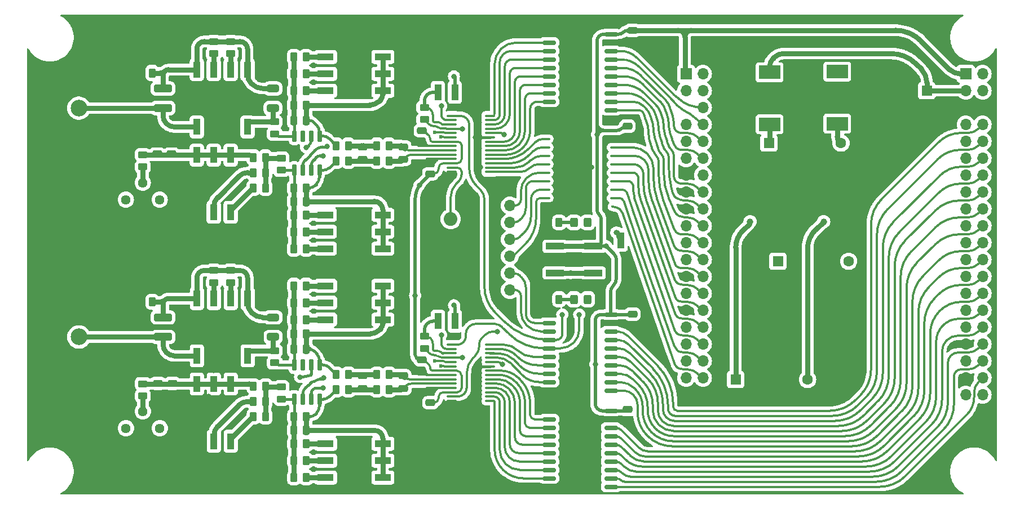
<source format=gbr>
%TF.GenerationSoftware,KiCad,Pcbnew,8.0.2*%
%TF.CreationDate,2025-02-05T07:33:41+00:00*%
%TF.ProjectId,misrc,6d697372-632e-46b6-9963-61645f706362,0.3*%
%TF.SameCoordinates,Original*%
%TF.FileFunction,Copper,L1,Top*%
%TF.FilePolarity,Positive*%
%FSLAX46Y46*%
G04 Gerber Fmt 4.6, Leading zero omitted, Abs format (unit mm)*
G04 Created by KiCad (PCBNEW 8.0.2) date 2025-02-05 07:33:41*
%MOMM*%
%LPD*%
G01*
G04 APERTURE LIST*
G04 Aperture macros list*
%AMRoundRect*
0 Rectangle with rounded corners*
0 $1 Rounding radius*
0 $2 $3 $4 $5 $6 $7 $8 $9 X,Y pos of 4 corners*
0 Add a 4 corners polygon primitive as box body*
4,1,4,$2,$3,$4,$5,$6,$7,$8,$9,$2,$3,0*
0 Add four circle primitives for the rounded corners*
1,1,$1+$1,$2,$3*
1,1,$1+$1,$4,$5*
1,1,$1+$1,$6,$7*
1,1,$1+$1,$8,$9*
0 Add four rect primitives between the rounded corners*
20,1,$1+$1,$2,$3,$4,$5,0*
20,1,$1+$1,$4,$5,$6,$7,0*
20,1,$1+$1,$6,$7,$8,$9,0*
20,1,$1+$1,$8,$9,$2,$3,0*%
G04 Aperture macros list end*
%TA.AperFunction,SMDPad,CuDef*%
%ADD10R,2.440000X1.120000*%
%TD*%
%TA.AperFunction,ComponentPad*%
%ADD11R,1.600000X1.600000*%
%TD*%
%TA.AperFunction,ComponentPad*%
%ADD12C,1.600000*%
%TD*%
%TA.AperFunction,SMDPad,CuDef*%
%ADD13RoundRect,0.250000X-0.475000X0.250000X-0.475000X-0.250000X0.475000X-0.250000X0.475000X0.250000X0*%
%TD*%
%TA.AperFunction,SMDPad,CuDef*%
%ADD14RoundRect,0.250000X-0.262500X-0.450000X0.262500X-0.450000X0.262500X0.450000X-0.262500X0.450000X0*%
%TD*%
%TA.AperFunction,ComponentPad*%
%ADD15R,1.700000X1.700000*%
%TD*%
%TA.AperFunction,ComponentPad*%
%ADD16O,1.700000X1.700000*%
%TD*%
%TA.AperFunction,SMDPad,CuDef*%
%ADD17RoundRect,0.250000X-0.325000X-0.450000X0.325000X-0.450000X0.325000X0.450000X-0.325000X0.450000X0*%
%TD*%
%TA.AperFunction,SMDPad,CuDef*%
%ADD18RoundRect,0.250000X1.100000X-0.325000X1.100000X0.325000X-1.100000X0.325000X-1.100000X-0.325000X0*%
%TD*%
%TA.AperFunction,SMDPad,CuDef*%
%ADD19RoundRect,0.250000X-0.450000X0.262500X-0.450000X-0.262500X0.450000X-0.262500X0.450000X0.262500X0*%
%TD*%
%TA.AperFunction,SMDPad,CuDef*%
%ADD20RoundRect,0.250000X0.450000X-0.262500X0.450000X0.262500X-0.450000X0.262500X-0.450000X-0.262500X0*%
%TD*%
%TA.AperFunction,SMDPad,CuDef*%
%ADD21RoundRect,0.250000X0.262500X0.450000X-0.262500X0.450000X-0.262500X-0.450000X0.262500X-0.450000X0*%
%TD*%
%TA.AperFunction,SMDPad,CuDef*%
%ADD22RoundRect,0.100000X-0.637500X-0.100000X0.637500X-0.100000X0.637500X0.100000X-0.637500X0.100000X0*%
%TD*%
%TA.AperFunction,SMDPad,CuDef*%
%ADD23RoundRect,0.250000X-0.250000X-0.475000X0.250000X-0.475000X0.250000X0.475000X-0.250000X0.475000X0*%
%TD*%
%TA.AperFunction,SMDPad,CuDef*%
%ADD24RoundRect,0.150000X-0.875000X-0.150000X0.875000X-0.150000X0.875000X0.150000X-0.875000X0.150000X0*%
%TD*%
%TA.AperFunction,ComponentPad*%
%ADD25C,2.050000*%
%TD*%
%TA.AperFunction,ComponentPad*%
%ADD26C,2.250000*%
%TD*%
%TA.AperFunction,ComponentPad*%
%ADD27C,1.440000*%
%TD*%
%TA.AperFunction,SMDPad,CuDef*%
%ADD28R,3.200000X2.000000*%
%TD*%
%TA.AperFunction,SMDPad,CuDef*%
%ADD29R,1.120000X2.440000*%
%TD*%
%TA.AperFunction,ComponentPad*%
%ADD30C,2.500000*%
%TD*%
%TA.AperFunction,ComponentPad*%
%ADD31C,2.400000*%
%TD*%
%TA.AperFunction,SMDPad,CuDef*%
%ADD32RoundRect,0.250000X0.475000X-0.250000X0.475000X0.250000X-0.475000X0.250000X-0.475000X-0.250000X0*%
%TD*%
%TA.AperFunction,SMDPad,CuDef*%
%ADD33R,2.750000X1.000000*%
%TD*%
%TA.AperFunction,SMDPad,CuDef*%
%ADD34RoundRect,0.250000X-0.650000X0.325000X-0.650000X-0.325000X0.650000X-0.325000X0.650000X0.325000X0*%
%TD*%
%TA.AperFunction,SMDPad,CuDef*%
%ADD35RoundRect,0.150000X0.150000X-0.725000X0.150000X0.725000X-0.150000X0.725000X-0.150000X-0.725000X0*%
%TD*%
%TA.AperFunction,ViaPad*%
%ADD36C,0.800000*%
%TD*%
%TA.AperFunction,ViaPad*%
%ADD37C,1.000000*%
%TD*%
%TA.AperFunction,ViaPad*%
%ADD38C,0.600000*%
%TD*%
%TA.AperFunction,Conductor*%
%ADD39C,0.320000*%
%TD*%
%TA.AperFunction,Conductor*%
%ADD40C,0.750000*%
%TD*%
%TA.AperFunction,Conductor*%
%ADD41C,0.500000*%
%TD*%
%TA.AperFunction,Conductor*%
%ADD42C,0.400000*%
%TD*%
%TA.AperFunction,Conductor*%
%ADD43C,0.250000*%
%TD*%
%TA.AperFunction,Conductor*%
%ADD44C,0.240000*%
%TD*%
G04 APERTURE END LIST*
D10*
%TO.P,SW204,1*%
%TO.N,Net-(R216-Pad2)*%
X105664000Y-93599000D03*
%TO.P,SW204,2*%
%TO.N,Net-(R217-Pad2)*%
X105664000Y-96139000D03*
%TO.P,SW204,3*%
%TO.N,Net-(R218-Pad2)*%
X105664000Y-98679000D03*
%TO.P,SW204,4*%
%TO.N,Net-(C207-Pad2)*%
X114274000Y-98679000D03*
%TO.P,SW204,5*%
X114274000Y-96139000D03*
%TO.P,SW204,6*%
X114274000Y-93599000D03*
%TD*%
D11*
%TO.P,C19,1*%
%TO.N,GND*%
X181554000Y-118364000D03*
D12*
%TO.P,C19,2*%
%TO.N,-5VA*%
X178054000Y-118364000D03*
%TD*%
D13*
%TO.P,C119,1*%
%TO.N,Net-(U102-~{IN})*%
X117348000Y-119700000D03*
%TO.P,C119,2*%
%TO.N,GND*%
X117348000Y-121600000D03*
%TD*%
D14*
%TO.P,R120,1*%
%TO.N,Net-(C107-Pad2)*%
X107291500Y-119888000D03*
%TO.P,R120,2*%
%TO.N,Net-(C109-Pad1)*%
X109116500Y-119888000D03*
%TD*%
D13*
%TO.P,C108,1*%
%TO.N,GND*%
X111252000Y-115890000D03*
%TO.P,C108,2*%
%TO.N,Net-(C108-Pad2)*%
X111252000Y-117790000D03*
%TD*%
D14*
%TO.P,R211,1*%
%TO.N,Net-(U201-+)*%
X100928500Y-69850000D03*
%TO.P,R211,2*%
%TO.N,Net-(R211-Pad2)*%
X102753500Y-69850000D03*
%TD*%
D15*
%TO.P,J2,1,Pin_1*%
%TO.N,GND*%
X133350000Y-107442000D03*
D16*
%TO.P,J2,2,Pin_2*%
%TO.N,Net-(J2-Pin_2)*%
X133350000Y-104902000D03*
%TO.P,J2,3,Pin_3*%
%TO.N,Net-(J2-Pin_3)*%
X133350000Y-102362000D03*
%TO.P,J2,4,Pin_4*%
%TO.N,Net-(J2-Pin_4)*%
X133350000Y-99822000D03*
%TO.P,J2,5,Pin_5*%
%TO.N,Net-(J2-Pin_5)*%
X133350000Y-97282000D03*
%TO.P,J2,6,Pin_6*%
%TO.N,Net-(J2-Pin_6)*%
X133350000Y-94742000D03*
%TO.P,J2,7,Pin_7*%
%TO.N,Net-(J2-Pin_7)*%
X133350000Y-92202000D03*
%TO.P,J2,8,Pin_8*%
%TO.N,GND*%
X133350000Y-89662000D03*
%TD*%
D14*
%TO.P,R213,1*%
%TO.N,Net-(U201-+)*%
X100928500Y-74930000D03*
%TO.P,R213,2*%
%TO.N,Net-(R213-Pad2)*%
X102753500Y-74930000D03*
%TD*%
%TO.P,R101,1*%
%TO.N,GND*%
X77827500Y-106680000D03*
%TO.P,R101,2*%
%TO.N,Net-(C101-Pad2)*%
X79652500Y-106680000D03*
%TD*%
D10*
%TO.P,SW103,1*%
%TO.N,Net-(R111-Pad2)*%
X105677000Y-104267000D03*
%TO.P,SW103,2*%
%TO.N,Net-(R112-Pad2)*%
X105677000Y-106807000D03*
%TO.P,SW103,3*%
%TO.N,Net-(R113-Pad2)*%
X105677000Y-109347000D03*
%TO.P,SW103,4*%
%TO.N,Net-(C106-Pad2)*%
X114287000Y-109347000D03*
%TO.P,SW103,5*%
X114287000Y-106807000D03*
%TO.P,SW103,6*%
X114287000Y-104267000D03*
%TD*%
D17*
%TO.P,D2,1,K*%
%TO.N,Net-(D2-K)*%
X142984000Y-94742000D03*
%TO.P,D2,2,A*%
%TO.N,Net-(D2-A)*%
X145034000Y-94742000D03*
%TD*%
D14*
%TO.P,R116,1*%
%TO.N,Net-(U101--)*%
X100941500Y-128016000D03*
%TO.P,R116,2*%
%TO.N,Net-(R116-Pad2)*%
X102766500Y-128016000D03*
%TD*%
D15*
%TO.P,J3,1,V3P3*%
%TO.N,VDD*%
X201803000Y-72390000D03*
D16*
%TO.P,J3,2,V1P2*%
%TO.N,unconnected-(J3-V1P2-Pad2)*%
X204343000Y-72390000D03*
%TO.P,J3,3,USB3_VBUS*%
%TO.N,+5V*%
X201803000Y-74930000D03*
%TO.P,J3,4,USB3_VBUS*%
X204343000Y-74930000D03*
%TO.P,J3,6,GND*%
%TO.N,GND*%
X204343000Y-77470000D03*
%TO.P,J3,7,CTL12*%
%TO.N,unconnected-(J3-CTL12-Pad7)*%
X201803000Y-80010000D03*
%TO.P,J3,8,DQ15*%
%TO.N,Net-(J3-DQ15)*%
X204343000Y-80010000D03*
%TO.P,J3,9,CTL11*%
%TO.N,unconnected-(J3-CTL11-Pad9)*%
X201803000Y-82550000D03*
%TO.P,J3,10,DQ14*%
%TO.N,Net-(J3-DQ14)*%
X204343000Y-82550000D03*
%TO.P,J3,11,CTL10*%
%TO.N,unconnected-(J3-CTL10-Pad11)*%
X201803000Y-85090000D03*
%TO.P,J3,12,DQ13*%
%TO.N,Net-(J3-DQ13)*%
X204343000Y-85090000D03*
%TO.P,J3,13,CTL9*%
%TO.N,unconnected-(J3-CTL9-Pad13)*%
X201803000Y-87630000D03*
%TO.P,J3,14,DQ12*%
%TO.N,Net-(J3-DQ12)*%
X204343000Y-87630000D03*
%TO.P,J3,15,CTL8*%
%TO.N,unconnected-(J3-CTL8-Pad15)*%
X201803000Y-90170000D03*
%TO.P,J3,16,DQ11*%
%TO.N,Net-(J3-DQ11)*%
X204343000Y-90170000D03*
%TO.P,J3,17,CTL7*%
%TO.N,unconnected-(J3-CTL7-Pad17)*%
X201803000Y-92710000D03*
%TO.P,J3,18,DQ10*%
%TO.N,Net-(J3-DQ10)*%
X204343000Y-92710000D03*
%TO.P,J3,19,CTL6*%
%TO.N,unconnected-(J3-CTL6-Pad19)*%
X201803000Y-95250000D03*
%TO.P,J3,20,DQ9*%
%TO.N,Net-(J3-DQ9)*%
X204343000Y-95250000D03*
%TO.P,J3,21,CTL5*%
%TO.N,unconnected-(J3-CTL5-Pad21)*%
X201803000Y-97790000D03*
%TO.P,J3,22,DQ8*%
%TO.N,Net-(J3-DQ8)*%
X204343000Y-97790000D03*
%TO.P,J3,23,CTL4_SW*%
%TO.N,unconnected-(J3-CTL4_SW-Pad23)*%
X201803000Y-100330000D03*
%TO.P,J3,24,DQ7*%
%TO.N,Net-(J3-DQ7)*%
X204343000Y-100330000D03*
%TO.P,J3,25,CTL3*%
%TO.N,unconnected-(J3-CTL3-Pad25)*%
X201803000Y-102870000D03*
%TO.P,J3,26,DQ6*%
%TO.N,Net-(J3-DQ6)*%
X204343000Y-102870000D03*
%TO.P,J3,27,CTL2*%
%TO.N,unconnected-(J3-CTL2-Pad27)*%
X201803000Y-105410000D03*
%TO.P,J3,28,DQ5*%
%TO.N,Net-(J3-DQ5)*%
X204343000Y-105410000D03*
%TO.P,J3,29,CTL1*%
%TO.N,unconnected-(J3-CTL1-Pad29)*%
X201803000Y-107950000D03*
%TO.P,J3,30,DQ4*%
%TO.N,Net-(J3-DQ4)*%
X204343000Y-107950000D03*
%TO.P,J3,31,CTL0*%
%TO.N,unconnected-(J3-CTL0-Pad31)*%
X201803000Y-110490000D03*
%TO.P,J3,32,DQ3*%
%TO.N,Net-(J3-DQ3)*%
X204343000Y-110490000D03*
%TO.P,J3,33,GND*%
%TO.N,GND*%
X201803000Y-113030000D03*
%TO.P,J3,34,DQ2*%
%TO.N,Net-(J3-DQ2)*%
X204343000Y-113030000D03*
%TO.P,J3,35,PCLK*%
%TO.N,/Input_ADC_CH1/CLK*%
X201803000Y-115570000D03*
%TO.P,J3,36,DQ1*%
%TO.N,Net-(J3-DQ1)*%
X204343000Y-115570000D03*
%TO.P,J3,37,GND*%
%TO.N,GND*%
X201803000Y-118110000D03*
%TO.P,J3,38,DQ0*%
%TO.N,Net-(J3-DQ0)*%
X204343000Y-118110000D03*
%TO.P,J3,39,I2C_SDA_FX3*%
%TO.N,unconnected-(J3-I2C_SDA_FX3-Pad39)*%
X201803000Y-120650000D03*
%TO.P,J3,40,I2C_SCL_FX3*%
%TO.N,unconnected-(J3-I2C_SCL_FX3-Pad40)*%
X204343000Y-120650000D03*
%TD*%
D18*
%TO.P,C101,1*%
%TO.N,Net-(J101-Signal)*%
X81280000Y-111965000D03*
%TO.P,C101,2*%
%TO.N,Net-(C101-Pad2)*%
X81280000Y-109015000D03*
%TD*%
D19*
%TO.P,R209,1*%
%TO.N,Net-(Q201-E)*%
X98031000Y-79605500D03*
%TO.P,R209,2*%
%TO.N,Net-(U201-+)*%
X98031000Y-81430500D03*
%TD*%
D20*
%TO.P,R203,1*%
%TO.N,Net-(R203-Pad1)*%
X91427000Y-69365500D03*
%TO.P,R203,2*%
%TO.N,Net-(C201-Pad2)*%
X91427000Y-67540500D03*
%TD*%
D21*
%TO.P,R208,1*%
%TO.N,Net-(R206-Pad1)*%
X96657500Y-84963000D03*
%TO.P,R208,2*%
%TO.N,Net-(C227-Pad1)*%
X94832500Y-84963000D03*
%TD*%
%TO.P,R206,1*%
%TO.N,Net-(R206-Pad1)*%
X96657500Y-87249000D03*
%TO.P,R206,2*%
%TO.N,Net-(R206-Pad2)*%
X94832500Y-87249000D03*
%TD*%
D19*
%TO.P,R110,1*%
%TO.N,Net-(R106-Pad1)*%
X99060000Y-119483500D03*
%TO.P,R110,2*%
%TO.N,Net-(U101--)*%
X99060000Y-121308500D03*
%TD*%
D22*
%TO.P,U102,1,OTR*%
%TO.N,/OTRA*%
X124645500Y-113123000D03*
%TO.P,U102,2,MODE*%
%TO.N,Net-(U102-MODE)*%
X124645500Y-113773000D03*
%TO.P,U102,3,SENSE*%
%TO.N,Net-(U102-SENSE)*%
X124645500Y-114423000D03*
%TO.P,U102,4,VREF*%
%TO.N,Net-(U102-VREF)*%
X124645500Y-115073000D03*
%TO.P,U102,5,REFB*%
%TO.N,Net-(U102-REFB)*%
X124645500Y-115723000D03*
%TO.P,U102,6,REFT*%
%TO.N,Net-(U102-REFT)*%
X124645500Y-116373000D03*
%TO.P,U102,7,AVDD*%
%TO.N,VDDA*%
X124645500Y-117023000D03*
%TO.P,U102,8,AGND*%
%TO.N,GND*%
X124645500Y-117673000D03*
%TO.P,U102,9,IN*%
%TO.N,Net-(U102-IN)*%
X124645500Y-118323000D03*
%TO.P,U102,10,~{IN}*%
%TO.N,Net-(U102-~{IN})*%
X124645500Y-118973000D03*
%TO.P,U102,11,AGND*%
%TO.N,GND*%
X124645500Y-119623000D03*
%TO.P,U102,12,AVDD*%
%TO.N,VDDA*%
X124645500Y-120273000D03*
%TO.P,U102,13,CLK*%
%TO.N,/Input_ADC_CH1/CLK*%
X124645500Y-120923000D03*
%TO.P,U102,14,PWDN*%
%TO.N,GND*%
X124645500Y-121573000D03*
%TO.P,U102,15,Bit_0_(LSB)*%
%TO.N,/DA0*%
X130370500Y-121573000D03*
%TO.P,U102,16,Bit_1*%
%TO.N,/DA1*%
X130370500Y-120923000D03*
%TO.P,U102,17,Bit_2*%
%TO.N,/DA2*%
X130370500Y-120273000D03*
%TO.P,U102,18,Bit_3*%
%TO.N,/DA3*%
X130370500Y-119623000D03*
%TO.P,U102,19,Bit_4*%
%TO.N,/DA4*%
X130370500Y-118973000D03*
%TO.P,U102,20,Bit_5*%
%TO.N,/DA5*%
X130370500Y-118323000D03*
%TO.P,U102,21,Bit_6*%
%TO.N,/DA6*%
X130370500Y-117673000D03*
%TO.P,U102,22,Bit_7*%
%TO.N,/DA7*%
X130370500Y-117023000D03*
%TO.P,U102,23,DGND*%
%TO.N,GND*%
X130370500Y-116373000D03*
%TO.P,U102,24,DRVDD*%
%TO.N,VDD*%
X130370500Y-115723000D03*
%TO.P,U102,25,Bit_8*%
%TO.N,/DA8*%
X130370500Y-115073000D03*
%TO.P,U102,26,Bit_9*%
%TO.N,/DA9*%
X130370500Y-114423000D03*
%TO.P,U102,27,Bit_10*%
%TO.N,/DA10*%
X130370500Y-113773000D03*
%TO.P,U102,28,Bit_11_(MSB)*%
%TO.N,/DA11*%
X130370500Y-113123000D03*
%TD*%
D19*
%TO.P,R210,1*%
%TO.N,Net-(R206-Pad1)*%
X99047000Y-85066500D03*
%TO.P,R210,2*%
%TO.N,Net-(U201--)*%
X99047000Y-86891500D03*
%TD*%
D23*
%TO.P,C106,1*%
%TO.N,Net-(U101-+)*%
X100904000Y-113792000D03*
%TO.P,C106,2*%
%TO.N,Net-(C106-Pad2)*%
X102804000Y-113792000D03*
%TD*%
D24*
%TO.P,U5,1,G1*%
%TO.N,GND*%
X139241000Y-66421000D03*
%TO.P,U5,2,A0*%
%TO.N,/DB11*%
X139241000Y-67691000D03*
%TO.P,U5,3,A1*%
%TO.N,/DB10*%
X139241000Y-68961000D03*
%TO.P,U5,4,A2*%
%TO.N,/DB9*%
X139241000Y-70231000D03*
%TO.P,U5,5,A3*%
%TO.N,/DB8*%
X139241000Y-71501000D03*
%TO.P,U5,6,A4*%
%TO.N,/DB7*%
X139241000Y-72771000D03*
%TO.P,U5,7,A5*%
%TO.N,/DB6*%
X139241000Y-74041000D03*
%TO.P,U5,8,A6*%
%TO.N,/DB5*%
X139241000Y-75311000D03*
%TO.P,U5,9,A7*%
%TO.N,/DB4*%
X139241000Y-76581000D03*
%TO.P,U5,10,GND*%
%TO.N,GND*%
X139241000Y-77851000D03*
%TO.P,U5,11,Y7*%
%TO.N,Net-(J4-DQ24)*%
X148541000Y-77851000D03*
%TO.P,U5,12,Y6*%
%TO.N,Net-(J4-DQ25)*%
X148541000Y-76581000D03*
%TO.P,U5,13,Y5*%
%TO.N,Net-(J4-DQ26)*%
X148541000Y-75311000D03*
%TO.P,U5,14,Y4*%
%TO.N,Net-(J4-DQ27)*%
X148541000Y-74041000D03*
%TO.P,U5,15,Y3*%
%TO.N,Net-(J4-DQ28)*%
X148541000Y-72771000D03*
%TO.P,U5,16,Y2*%
%TO.N,Net-(J4-DQ29)*%
X148541000Y-71501000D03*
%TO.P,U5,17,Y1*%
%TO.N,Net-(J4-DQ30)*%
X148541000Y-70231000D03*
%TO.P,U5,18,Y0*%
%TO.N,Net-(J4-DQ31)*%
X148541000Y-68961000D03*
%TO.P,U5,19,G2*%
%TO.N,GND*%
X148541000Y-67691000D03*
%TO.P,U5,20,VCC*%
%TO.N,VDD*%
X148541000Y-66421000D03*
%TD*%
D13*
%TO.P,C225,1*%
%TO.N,VDDA*%
X120129000Y-80965000D03*
%TO.P,C225,2*%
%TO.N,GND*%
X120129000Y-82865000D03*
%TD*%
D23*
%TO.P,C206,1*%
%TO.N,Net-(U201-+)*%
X100891000Y-79375000D03*
%TO.P,C206,2*%
%TO.N,Net-(C206-Pad2)*%
X102791000Y-79375000D03*
%TD*%
D14*
%TO.P,R215,1*%
%TO.N,Net-(U201--)*%
X100928500Y-89535000D03*
%TO.P,R215,2*%
%TO.N,Net-(C207-Pad2)*%
X102753500Y-89535000D03*
%TD*%
D25*
%TO.P,J1,1,Pin_1*%
%TO.N,/Input_ADC_CH1/CLK*%
X124460000Y-94234000D03*
D26*
%TO.P,J1,2,Shield*%
%TO.N,GND*%
X121920000Y-91694000D03*
X121920000Y-96774000D03*
X127000000Y-91694000D03*
X127000000Y-96774000D03*
%TD*%
D10*
%TO.P,SW203,1*%
%TO.N,Net-(R211-Pad2)*%
X105677000Y-69850000D03*
%TO.P,SW203,2*%
%TO.N,Net-(R212-Pad2)*%
X105677000Y-72390000D03*
%TO.P,SW203,3*%
%TO.N,Net-(R213-Pad2)*%
X105677000Y-74930000D03*
%TO.P,SW203,4*%
%TO.N,Net-(C206-Pad2)*%
X114287000Y-74930000D03*
%TO.P,SW203,5*%
X114287000Y-72390000D03*
%TO.P,SW203,6*%
X114287000Y-69850000D03*
%TD*%
D27*
%TO.P,RV201,1,1*%
%TO.N,-5VA*%
X75692000Y-91313000D03*
%TO.P,RV201,2,2*%
%TO.N,Net-(R228-Pad2)*%
X78232000Y-88773000D03*
%TO.P,RV201,3,3*%
%TO.N,+5VA*%
X80772000Y-91313000D03*
%TD*%
D11*
%TO.P,C17,1*%
%TO.N,GND*%
X180721000Y-100584000D03*
D12*
%TO.P,C17,2*%
%TO.N,Net-(Q2-B)*%
X184221000Y-100584000D03*
%TD*%
D14*
%TO.P,R122,1*%
%TO.N,Net-(C109-Pad1)*%
X113387500Y-119888000D03*
%TO.P,R122,2*%
%TO.N,Net-(U102-~{IN})*%
X115212500Y-119888000D03*
%TD*%
D28*
%TO.P,L1,1,1*%
%TO.N,+5V*%
X172339000Y-72173000D03*
%TO.P,L1,2,2*%
%TO.N,Net-(Q1-C)*%
X172339000Y-79973000D03*
%TD*%
D11*
%TO.P,C11,1*%
%TO.N,GND*%
X186564651Y-82804000D03*
D12*
%TO.P,C11,2*%
%TO.N,Net-(Q2-C)*%
X183064651Y-82804000D03*
%TD*%
D21*
%TO.P,R108,1*%
%TO.N,Net-(R106-Pad1)*%
X96670500Y-119380000D03*
%TO.P,R108,2*%
%TO.N,Net-(C127-Pad1)*%
X94845500Y-119380000D03*
%TD*%
%TO.P,R2,1*%
%TO.N,Net-(D1-K)*%
X140739500Y-106299000D03*
%TO.P,R2,2*%
%TO.N,GND*%
X138914500Y-106299000D03*
%TD*%
%TO.P,R106,1*%
%TO.N,Net-(R106-Pad1)*%
X96670500Y-121666000D03*
%TO.P,R106,2*%
%TO.N,Net-(R106-Pad2)*%
X94845500Y-121666000D03*
%TD*%
D13*
%TO.P,C208,1*%
%TO.N,GND*%
X111239000Y-81473000D03*
%TO.P,C208,2*%
%TO.N,Net-(C208-Pad2)*%
X111239000Y-83373000D03*
%TD*%
D24*
%TO.P,U2,1,G1*%
%TO.N,GND*%
X139241000Y-123063000D03*
%TO.P,U2,2,A0*%
%TO.N,/DA7*%
X139241000Y-124333000D03*
%TO.P,U2,3,A1*%
%TO.N,/DA6*%
X139241000Y-125603000D03*
%TO.P,U2,4,A2*%
%TO.N,/DA5*%
X139241000Y-126873000D03*
%TO.P,U2,5,A3*%
%TO.N,/DA4*%
X139241000Y-128143000D03*
%TO.P,U2,6,A4*%
%TO.N,/DA3*%
X139241000Y-129413000D03*
%TO.P,U2,7,A5*%
%TO.N,/DA2*%
X139241000Y-130683000D03*
%TO.P,U2,8,A6*%
%TO.N,/DA1*%
X139241000Y-131953000D03*
%TO.P,U2,9,A7*%
%TO.N,/DA0*%
X139241000Y-133223000D03*
%TO.P,U2,10,GND*%
%TO.N,GND*%
X139241000Y-134493000D03*
%TO.P,U2,11,Y7*%
%TO.N,Net-(J3-DQ0)*%
X148541000Y-134493000D03*
%TO.P,U2,12,Y6*%
%TO.N,Net-(J3-DQ1)*%
X148541000Y-133223000D03*
%TO.P,U2,13,Y5*%
%TO.N,Net-(J3-DQ2)*%
X148541000Y-131953000D03*
%TO.P,U2,14,Y4*%
%TO.N,Net-(J3-DQ3)*%
X148541000Y-130683000D03*
%TO.P,U2,15,Y3*%
%TO.N,Net-(J3-DQ4)*%
X148541000Y-129413000D03*
%TO.P,U2,16,Y2*%
%TO.N,Net-(J3-DQ5)*%
X148541000Y-128143000D03*
%TO.P,U2,17,Y1*%
%TO.N,Net-(J3-DQ6)*%
X148541000Y-126873000D03*
%TO.P,U2,18,Y0*%
%TO.N,Net-(J3-DQ7)*%
X148541000Y-125603000D03*
%TO.P,U2,19,G2*%
%TO.N,GND*%
X148541000Y-124333000D03*
%TO.P,U2,20,VCC*%
%TO.N,VDD*%
X148541000Y-123063000D03*
%TD*%
D14*
%TO.P,R216,1*%
%TO.N,Net-(U201--)*%
X100928500Y-93599000D03*
%TO.P,R216,2*%
%TO.N,Net-(R216-Pad2)*%
X102753500Y-93599000D03*
%TD*%
D29*
%TO.P,SW201,1*%
%TO.N,Net-(J201-Signal)*%
X86347000Y-80378000D03*
%TO.P,SW201,2*%
%TO.N,GND*%
X88887000Y-80378000D03*
%TO.P,SW201,3*%
X91427000Y-80378000D03*
%TO.P,SW201,4*%
%TO.N,Net-(Q201-E)*%
X93967000Y-80378000D03*
%TO.P,SW201,5*%
%TO.N,Net-(C201-Pad2)*%
X93967000Y-71768000D03*
%TO.P,SW201,6*%
%TO.N,Net-(R203-Pad1)*%
X91427000Y-71768000D03*
%TO.P,SW201,7*%
%TO.N,Net-(R202-Pad1)*%
X88887000Y-71768000D03*
%TO.P,SW201,8*%
%TO.N,Net-(C201-Pad2)*%
X86347000Y-71768000D03*
%TD*%
D20*
%TO.P,R223,1*%
%TO.N,Net-(U202-VREF)*%
X120510000Y-79271500D03*
%TO.P,R223,2*%
%TO.N,Net-(U202-SENSE)*%
X120510000Y-77446500D03*
%TD*%
D17*
%TO.P,D1,1,K*%
%TO.N,Net-(D1-K)*%
X142984000Y-106299000D03*
%TO.P,D1,2,A*%
%TO.N,Net-(D1-A)*%
X145034000Y-106299000D03*
%TD*%
D28*
%TO.P,L2,1,1*%
%TO.N,Net-(U6-VOUT)*%
X182499000Y-72083000D03*
%TO.P,L2,2,2*%
%TO.N,Net-(Q2-C)*%
X182499000Y-79883000D03*
%TD*%
D20*
%TO.P,R102,1*%
%TO.N,Net-(R102-Pad1)*%
X88900000Y-103782500D03*
%TO.P,R102,2*%
%TO.N,Net-(C101-Pad2)*%
X88900000Y-101957500D03*
%TD*%
D30*
%TO.P,J201,1*%
%TO.N,Net-(J101-Signal)*%
X68640000Y-77550000D03*
D31*
%TO.P,J201,2*%
%TO.N,GND*%
X65200000Y-74270000D03*
%TO.P,J201,3*%
X71800000Y-74260000D03*
%TO.P,J201,4*%
X65240000Y-80950000D03*
%TO.P,J201,5*%
X71850000Y-80840000D03*
%TD*%
D18*
%TO.P,C201,1*%
%TO.N,Net-(J201-Signal)*%
X81267000Y-77548000D03*
%TO.P,C201,2*%
%TO.N,Net-(C201-Pad2)*%
X81267000Y-74598000D03*
%TD*%
D14*
%TO.P,R115,1*%
%TO.N,Net-(U101--)*%
X100941500Y-123952000D03*
%TO.P,R115,2*%
%TO.N,Net-(C107-Pad2)*%
X102766500Y-123952000D03*
%TD*%
%TO.P,R111,1*%
%TO.N,Net-(U101-+)*%
X100941500Y-104267000D03*
%TO.P,R111,2*%
%TO.N,Net-(R111-Pad2)*%
X102766500Y-104267000D03*
%TD*%
D29*
%TO.P,SW105,1*%
%TO.N,GND*%
X125095000Y-100978000D03*
%TO.P,SW105,2*%
X122555000Y-100978000D03*
%TO.P,SW105,3*%
%TO.N,Net-(U102-SENSE)*%
X122555000Y-109588000D03*
%TO.P,SW105,4*%
%TO.N,Net-(R125-Pad1)*%
X125095000Y-109588000D03*
%TD*%
D32*
%TO.P,C224,1*%
%TO.N,VDDA*%
X121399000Y-87437000D03*
%TO.P,C224,2*%
%TO.N,GND*%
X121399000Y-85537000D03*
%TD*%
D14*
%TO.P,R220,1*%
%TO.N,Net-(C207-Pad2)*%
X107278500Y-85471000D03*
%TO.P,R220,2*%
%TO.N,Net-(C209-Pad1)*%
X109103500Y-85471000D03*
%TD*%
D13*
%TO.P,C109,1*%
%TO.N,Net-(C109-Pad1)*%
X111252000Y-119700000D03*
%TO.P,C109,2*%
%TO.N,GND*%
X111252000Y-121600000D03*
%TD*%
%TO.P,C125,1*%
%TO.N,VDDA*%
X120142000Y-115382000D03*
%TO.P,C125,2*%
%TO.N,GND*%
X120142000Y-117282000D03*
%TD*%
%TO.P,C209,1*%
%TO.N,Net-(C209-Pad1)*%
X111239000Y-85283000D03*
%TO.P,C209,2*%
%TO.N,GND*%
X111239000Y-87183000D03*
%TD*%
D14*
%TO.P,R212,1*%
%TO.N,Net-(U201-+)*%
X100928500Y-72390000D03*
%TO.P,R212,2*%
%TO.N,Net-(R212-Pad2)*%
X102753500Y-72390000D03*
%TD*%
%TO.P,R113,1*%
%TO.N,Net-(U101-+)*%
X100941500Y-109347000D03*
%TO.P,R113,2*%
%TO.N,Net-(R113-Pad2)*%
X102766500Y-109347000D03*
%TD*%
D21*
%TO.P,R207,1*%
%TO.N,Net-(R206-Pad1)*%
X96657500Y-89535000D03*
%TO.P,R207,2*%
%TO.N,Net-(R207-Pad2)*%
X94832500Y-89535000D03*
%TD*%
D14*
%TO.P,R222,1*%
%TO.N,Net-(C209-Pad1)*%
X113374500Y-85471000D03*
%TO.P,R222,2*%
%TO.N,Net-(U202-~{IN})*%
X115199500Y-85471000D03*
%TD*%
D11*
%TO.P,C10,1*%
%TO.N,Net-(Q1-C)*%
X172240000Y-82801000D03*
D12*
%TO.P,C10,2*%
%TO.N,GND*%
X175740000Y-82801000D03*
%TD*%
D24*
%TO.P,U3,1,G1*%
%TO.N,GND*%
X139241000Y-108585000D03*
%TO.P,U3,2,A0*%
%TO.N,Net-(J2-Pin_3)*%
X139241000Y-109855000D03*
%TO.P,U3,3,A1*%
%TO.N,Net-(J2-Pin_2)*%
X139241000Y-111125000D03*
%TO.P,U3,4,A2*%
%TO.N,/OTRB*%
X139241000Y-112395000D03*
%TO.P,U3,5,A3*%
%TO.N,/OTRA*%
X139241000Y-113665000D03*
%TO.P,U3,6,A4*%
%TO.N,/DA11*%
X139241000Y-114935000D03*
%TO.P,U3,7,A5*%
%TO.N,/DA10*%
X139241000Y-116205000D03*
%TO.P,U3,8,A6*%
%TO.N,/DA9*%
X139241000Y-117475000D03*
%TO.P,U3,9,A7*%
%TO.N,/DA8*%
X139241000Y-118745000D03*
%TO.P,U3,10,GND*%
%TO.N,GND*%
X139241000Y-120015000D03*
%TO.P,U3,11,Y7*%
%TO.N,Net-(J3-DQ8)*%
X148541000Y-120015000D03*
%TO.P,U3,12,Y6*%
%TO.N,Net-(J3-DQ9)*%
X148541000Y-118745000D03*
%TO.P,U3,13,Y5*%
%TO.N,Net-(J3-DQ10)*%
X148541000Y-117475000D03*
%TO.P,U3,14,Y4*%
%TO.N,Net-(J3-DQ11)*%
X148541000Y-116205000D03*
%TO.P,U3,15,Y3*%
%TO.N,Net-(J3-DQ12)*%
X148541000Y-114935000D03*
%TO.P,U3,16,Y2*%
%TO.N,Net-(J3-DQ13)*%
X148541000Y-113665000D03*
%TO.P,U3,17,Y1*%
%TO.N,Net-(J3-DQ14)*%
X148541000Y-112395000D03*
%TO.P,U3,18,Y0*%
%TO.N,Net-(J3-DQ15)*%
X148541000Y-111125000D03*
%TO.P,U3,19,G2*%
%TO.N,GND*%
X148541000Y-109855000D03*
%TO.P,U3,20,VCC*%
%TO.N,VDD*%
X148541000Y-108585000D03*
%TD*%
D32*
%TO.P,C128,1*%
%TO.N,Net-(C127-Pad1)*%
X82677000Y-118933000D03*
%TO.P,C128,2*%
%TO.N,GND*%
X82677000Y-117033000D03*
%TD*%
D23*
%TO.P,C107,1*%
%TO.N,Net-(U101--)*%
X100904000Y-125984000D03*
%TO.P,C107,2*%
%TO.N,Net-(C107-Pad2)*%
X102804000Y-125984000D03*
%TD*%
D21*
%TO.P,R107,1*%
%TO.N,Net-(R106-Pad1)*%
X96670500Y-123952000D03*
%TO.P,R107,2*%
%TO.N,Net-(R107-Pad2)*%
X94845500Y-123952000D03*
%TD*%
D14*
%TO.P,R218,1*%
%TO.N,Net-(U201--)*%
X100928500Y-98679000D03*
%TO.P,R218,2*%
%TO.N,Net-(R218-Pad2)*%
X102753500Y-98679000D03*
%TD*%
%TO.P,R119,1*%
%TO.N,Net-(C106-Pad2)*%
X107291500Y-117602000D03*
%TO.P,R119,2*%
%TO.N,Net-(C108-Pad2)*%
X109116500Y-117602000D03*
%TD*%
D11*
%TO.P,C6,1*%
%TO.N,+5V*%
X195962651Y-74930000D03*
D12*
%TO.P,C6,2*%
%TO.N,GND*%
X192462651Y-74930000D03*
%TD*%
D11*
%TO.P,C18,1*%
%TO.N,+5VA*%
X167259000Y-118364000D03*
D12*
%TO.P,C18,2*%
%TO.N,GND*%
X170759000Y-118364000D03*
%TD*%
D14*
%TO.P,R219,1*%
%TO.N,Net-(C206-Pad2)*%
X107278500Y-83185000D03*
%TO.P,R219,2*%
%TO.N,Net-(C208-Pad2)*%
X109103500Y-83185000D03*
%TD*%
D29*
%TO.P,SW2,1*%
%TO.N,GND*%
X149987000Y-106019000D03*
%TO.P,SW2,2*%
%TO.N,Net-(X1-EN)*%
X149987000Y-97409000D03*
%TD*%
D33*
%TO.P,SW1,1,1*%
%TO.N,Net-(U1A-R)*%
X145882000Y-102330000D03*
X140122000Y-102330000D03*
%TO.P,SW1,2,2*%
%TO.N,VDD*%
X145882000Y-98330000D03*
X140122000Y-98330000D03*
%TD*%
D13*
%TO.P,C2,1*%
%TO.N,VDD*%
X151003000Y-80269000D03*
%TO.P,C2,2*%
%TO.N,GND*%
X151003000Y-82169000D03*
%TD*%
D34*
%TO.P,C105,1*%
%TO.N,Net-(C101-Pad2)*%
X97790000Y-109015000D03*
%TO.P,C105,2*%
%TO.N,Net-(Q101-E)*%
X97790000Y-111965000D03*
%TD*%
D32*
%TO.P,C228,1*%
%TO.N,Net-(C227-Pad1)*%
X82550000Y-84450000D03*
%TO.P,C228,2*%
%TO.N,GND*%
X82550000Y-82550000D03*
%TD*%
D14*
%TO.P,R201,1*%
%TO.N,GND*%
X77814500Y-72263000D03*
%TO.P,R201,2*%
%TO.N,Net-(C201-Pad2)*%
X79639500Y-72263000D03*
%TD*%
D30*
%TO.P,J201,1*%
%TO.N,Net-(J101-Signal)*%
X68645000Y-111960000D03*
D31*
%TO.P,J201,2*%
%TO.N,GND*%
X65205000Y-108680000D03*
%TO.P,J201,3*%
X71805000Y-108670000D03*
%TO.P,J201,4*%
X65245000Y-115360000D03*
%TO.P,J201,5*%
X71855000Y-115250000D03*
%TD*%
D14*
%TO.P,R217,1*%
%TO.N,Net-(U201--)*%
X100928500Y-96139000D03*
%TO.P,R217,2*%
%TO.N,Net-(R217-Pad2)*%
X102753500Y-96139000D03*
%TD*%
D13*
%TO.P,C118,1*%
%TO.N,GND*%
X117348000Y-115890000D03*
%TO.P,C118,2*%
%TO.N,Net-(U102-IN)*%
X117348000Y-117790000D03*
%TD*%
%TO.P,C4,1*%
%TO.N,VDD*%
X151003000Y-122875000D03*
%TO.P,C4,2*%
%TO.N,GND*%
X151003000Y-124775000D03*
%TD*%
D14*
%TO.P,R118,1*%
%TO.N,Net-(U101--)*%
X100941500Y-133096000D03*
%TO.P,R118,2*%
%TO.N,Net-(R118-Pad2)*%
X102766500Y-133096000D03*
%TD*%
%TO.P,R221,1*%
%TO.N,Net-(C208-Pad2)*%
X113374500Y-83185000D03*
%TO.P,R221,2*%
%TO.N,Net-(U202-IN)*%
X115199500Y-83185000D03*
%TD*%
D11*
%TO.P,C16,1*%
%TO.N,Net-(Q1-B)*%
X173609000Y-100584000D03*
D12*
%TO.P,C16,2*%
%TO.N,GND*%
X170109000Y-100584000D03*
%TD*%
D19*
%TO.P,R228,1*%
%TO.N,Net-(C227-Pad1)*%
X78232000Y-84558500D03*
%TO.P,R228,2*%
%TO.N,Net-(R228-Pad2)*%
X78232000Y-86383500D03*
%TD*%
D29*
%TO.P,SW101,1*%
%TO.N,Net-(J101-Signal)*%
X86360000Y-114795000D03*
%TO.P,SW101,2*%
%TO.N,GND*%
X88900000Y-114795000D03*
%TO.P,SW101,3*%
X91440000Y-114795000D03*
%TO.P,SW101,4*%
%TO.N,Net-(Q101-E)*%
X93980000Y-114795000D03*
%TO.P,SW101,5*%
%TO.N,Net-(C101-Pad2)*%
X93980000Y-106185000D03*
%TO.P,SW101,6*%
%TO.N,Net-(R103-Pad1)*%
X91440000Y-106185000D03*
%TO.P,SW101,7*%
%TO.N,Net-(R102-Pad1)*%
X88900000Y-106185000D03*
%TO.P,SW101,8*%
%TO.N,Net-(C101-Pad2)*%
X86360000Y-106185000D03*
%TD*%
D19*
%TO.P,R109,1*%
%TO.N,Net-(Q101-E)*%
X98044000Y-114022500D03*
%TO.P,R109,2*%
%TO.N,Net-(U101-+)*%
X98044000Y-115847500D03*
%TD*%
D32*
%TO.P,C227,1*%
%TO.N,Net-(C227-Pad1)*%
X80391000Y-84450000D03*
%TO.P,C227,2*%
%TO.N,GND*%
X80391000Y-82550000D03*
%TD*%
D29*
%TO.P,SW202,1*%
%TO.N,Net-(C227-Pad1)*%
X91427000Y-84608000D03*
%TO.P,SW202,2*%
X88887000Y-84608000D03*
%TO.P,SW202,3*%
X86347000Y-84608000D03*
%TO.P,SW202,4*%
%TO.N,GND*%
X86347000Y-93218000D03*
%TO.P,SW202,5*%
%TO.N,Net-(R206-Pad2)*%
X88887000Y-93218000D03*
%TO.P,SW202,6*%
%TO.N,Net-(R207-Pad2)*%
X91427000Y-93218000D03*
%TD*%
D14*
%TO.P,R112,1*%
%TO.N,Net-(U101-+)*%
X100941500Y-106807000D03*
%TO.P,R112,2*%
%TO.N,Net-(R112-Pad2)*%
X102766500Y-106807000D03*
%TD*%
D20*
%TO.P,R103,1*%
%TO.N,Net-(R103-Pad1)*%
X91440000Y-103782500D03*
%TO.P,R103,2*%
%TO.N,Net-(C101-Pad2)*%
X91440000Y-101957500D03*
%TD*%
D35*
%TO.P,U201,1,-*%
%TO.N,Net-(U201--)*%
X100965000Y-86903000D03*
%TO.P,U201,2,VCM*%
%TO.N,Net-(U201-VCM)*%
X102235000Y-86903000D03*
%TO.P,U201,3,V+*%
%TO.N,+5VA*%
X103505000Y-86903000D03*
%TO.P,U201,4*%
%TO.N,Net-(C207-Pad2)*%
X104775000Y-86903000D03*
%TO.P,U201,5*%
%TO.N,Net-(C206-Pad2)*%
X104775000Y-81753000D03*
%TO.P,U201,6,V-*%
%TO.N,-5VA*%
X103505000Y-81753000D03*
%TO.P,U201,7,NC*%
%TO.N,unconnected-(U201-NC-Pad7)*%
X102235000Y-81753000D03*
%TO.P,U201,8,+*%
%TO.N,Net-(U201-+)*%
X100965000Y-81753000D03*
%TD*%
D13*
%TO.P,C219,1*%
%TO.N,Net-(U202-~{IN})*%
X117335000Y-85283000D03*
%TO.P,C219,2*%
%TO.N,GND*%
X117335000Y-87183000D03*
%TD*%
D22*
%TO.P,U202,1,OTR*%
%TO.N,/OTRB*%
X124632500Y-78706000D03*
%TO.P,U202,2,MODE*%
%TO.N,Net-(U202-MODE)*%
X124632500Y-79356000D03*
%TO.P,U202,3,SENSE*%
%TO.N,Net-(U202-SENSE)*%
X124632500Y-80006000D03*
%TO.P,U202,4,VREF*%
%TO.N,Net-(U202-VREF)*%
X124632500Y-80656000D03*
%TO.P,U202,5,REFB*%
%TO.N,Net-(U202-REFB)*%
X124632500Y-81306000D03*
%TO.P,U202,6,REFT*%
%TO.N,Net-(U202-REFT)*%
X124632500Y-81956000D03*
%TO.P,U202,7,AVDD*%
%TO.N,VDDA*%
X124632500Y-82606000D03*
%TO.P,U202,8,AGND*%
%TO.N,GND*%
X124632500Y-83256000D03*
%TO.P,U202,9,IN*%
%TO.N,Net-(U202-IN)*%
X124632500Y-83906000D03*
%TO.P,U202,10,~{IN}*%
%TO.N,Net-(U202-~{IN})*%
X124632500Y-84556000D03*
%TO.P,U202,11,AGND*%
%TO.N,GND*%
X124632500Y-85206000D03*
%TO.P,U202,12,AVDD*%
%TO.N,VDDA*%
X124632500Y-85856000D03*
%TO.P,U202,13,CLK*%
%TO.N,/Input_ADC_CH1/CLK*%
X124632500Y-86506000D03*
%TO.P,U202,14,PWDN*%
%TO.N,GND*%
X124632500Y-87156000D03*
%TO.P,U202,15,Bit_0_(LSB)*%
%TO.N,/DB0*%
X130357500Y-87156000D03*
%TO.P,U202,16,Bit_1*%
%TO.N,/DB1*%
X130357500Y-86506000D03*
%TO.P,U202,17,Bit_2*%
%TO.N,/DB2*%
X130357500Y-85856000D03*
%TO.P,U202,18,Bit_3*%
%TO.N,/DB3*%
X130357500Y-85206000D03*
%TO.P,U202,19,Bit_4*%
%TO.N,/DB4*%
X130357500Y-84556000D03*
%TO.P,U202,20,Bit_5*%
%TO.N,/DB5*%
X130357500Y-83906000D03*
%TO.P,U202,21,Bit_6*%
%TO.N,/DB6*%
X130357500Y-83256000D03*
%TO.P,U202,22,Bit_7*%
%TO.N,/DB7*%
X130357500Y-82606000D03*
%TO.P,U202,23,DGND*%
%TO.N,GND*%
X130357500Y-81956000D03*
%TO.P,U202,24,DRVDD*%
%TO.N,VDD*%
X130357500Y-81306000D03*
%TO.P,U202,25,Bit_8*%
%TO.N,/DB8*%
X130357500Y-80656000D03*
%TO.P,U202,26,Bit_9*%
%TO.N,/DB9*%
X130357500Y-80006000D03*
%TO.P,U202,27,Bit_10*%
%TO.N,/DB10*%
X130357500Y-79356000D03*
%TO.P,U202,28,Bit_11_(MSB)*%
%TO.N,/DB11*%
X130357500Y-78706000D03*
%TD*%
D20*
%TO.P,R202,1*%
%TO.N,Net-(R202-Pad1)*%
X88887000Y-69365500D03*
%TO.P,R202,2*%
%TO.N,Net-(C201-Pad2)*%
X88887000Y-67540500D03*
%TD*%
D14*
%TO.P,R121,1*%
%TO.N,Net-(C108-Pad2)*%
X113387500Y-117602000D03*
%TO.P,R121,2*%
%TO.N,Net-(U102-IN)*%
X115212500Y-117602000D03*
%TD*%
%TO.P,R214,1*%
%TO.N,Net-(U201-+)*%
X100928500Y-77089000D03*
%TO.P,R214,2*%
%TO.N,Net-(C206-Pad2)*%
X102753500Y-77089000D03*
%TD*%
D29*
%TO.P,SW205,1*%
%TO.N,GND*%
X125082000Y-66561000D03*
%TO.P,SW205,2*%
X122542000Y-66561000D03*
%TO.P,SW205,3*%
%TO.N,Net-(U202-SENSE)*%
X122542000Y-75171000D03*
%TO.P,SW205,4*%
%TO.N,Net-(R225-Pad1)*%
X125082000Y-75171000D03*
%TD*%
D13*
%TO.P,C3,1*%
%TO.N,VDD*%
X151765000Y-108524000D03*
%TO.P,C3,2*%
%TO.N,GND*%
X151765000Y-110424000D03*
%TD*%
D35*
%TO.P,U101,1,-*%
%TO.N,Net-(U101--)*%
X100965000Y-121320000D03*
%TO.P,U101,2,VCM*%
%TO.N,Net-(U101-VCM)*%
X102235000Y-121320000D03*
%TO.P,U101,3,V+*%
%TO.N,+5VA*%
X103505000Y-121320000D03*
%TO.P,U101,4*%
%TO.N,Net-(C107-Pad2)*%
X104775000Y-121320000D03*
%TO.P,U101,5*%
%TO.N,Net-(C106-Pad2)*%
X104775000Y-116170000D03*
%TO.P,U101,6,V-*%
%TO.N,-5VA*%
X103505000Y-116170000D03*
%TO.P,U101,7,NC*%
%TO.N,unconnected-(U101-NC-Pad7)*%
X102235000Y-116170000D03*
%TO.P,U101,8,+*%
%TO.N,Net-(U101-+)*%
X100965000Y-116170000D03*
%TD*%
D27*
%TO.P,RV101,1,1*%
%TO.N,-5VA*%
X75707000Y-125685000D03*
%TO.P,RV101,2,2*%
%TO.N,Net-(R127-Pad2)*%
X78247000Y-123145000D03*
%TO.P,RV101,3,3*%
%TO.N,+5VA*%
X80787000Y-125685000D03*
%TD*%
D29*
%TO.P,SW102,1*%
%TO.N,Net-(C127-Pad1)*%
X91440000Y-119025000D03*
%TO.P,SW102,2*%
X88900000Y-119025000D03*
%TO.P,SW102,3*%
X86360000Y-119025000D03*
%TO.P,SW102,4*%
%TO.N,GND*%
X86360000Y-127635000D03*
%TO.P,SW102,5*%
%TO.N,Net-(R106-Pad2)*%
X88900000Y-127635000D03*
%TO.P,SW102,6*%
%TO.N,Net-(R107-Pad2)*%
X91440000Y-127635000D03*
%TD*%
D21*
%TO.P,R3,1*%
%TO.N,Net-(D2-K)*%
X140739500Y-94742000D03*
%TO.P,R3,2*%
%TO.N,GND*%
X138914500Y-94742000D03*
%TD*%
D19*
%TO.P,R127,1*%
%TO.N,Net-(C127-Pad1)*%
X78232000Y-118999000D03*
%TO.P,R127,2*%
%TO.N,Net-(R127-Pad2)*%
X78232000Y-120824000D03*
%TD*%
D14*
%TO.P,R117,1*%
%TO.N,Net-(U101--)*%
X100941500Y-130556000D03*
%TO.P,R117,2*%
%TO.N,Net-(R117-Pad2)*%
X102766500Y-130556000D03*
%TD*%
D20*
%TO.P,R123,1*%
%TO.N,Net-(U102-VREF)*%
X120523000Y-113688500D03*
%TO.P,R123,2*%
%TO.N,Net-(U102-SENSE)*%
X120523000Y-111863500D03*
%TD*%
D32*
%TO.P,C124,1*%
%TO.N,VDDA*%
X121412000Y-121854000D03*
%TO.P,C124,2*%
%TO.N,GND*%
X121412000Y-119954000D03*
%TD*%
D15*
%TO.P,J4,1,V3P3*%
%TO.N,VDD*%
X159800000Y-72390000D03*
D16*
%TO.P,J4,2,V1P2*%
%TO.N,unconnected-(J4-V1P2-Pad2)*%
X162340000Y-72390000D03*
%TO.P,J4,3,INT_N_CTL15*%
%TO.N,unconnected-(J4-INT_N_CTL15-Pad3)*%
X159800000Y-74930000D03*
%TO.P,J4,4,VIO*%
%TO.N,unconnected-(J4-VIO-Pad4)*%
X162340000Y-74930000D03*
%TO.P,J4,6,DQ31*%
%TO.N,Net-(J4-DQ31)*%
X162340000Y-77470000D03*
%TO.P,J4,7,PMODE_2*%
%TO.N,unconnected-(J4-PMODE_2-Pad7)*%
X159800000Y-80010000D03*
%TO.P,J4,8,DQ30*%
%TO.N,Net-(J4-DQ30)*%
X162340000Y-80010000D03*
%TO.P,J4,9,PMODE_1*%
%TO.N,unconnected-(J4-PMODE_1-Pad9)*%
X159800000Y-82550000D03*
%TO.P,J4,10,DQ29*%
%TO.N,Net-(J4-DQ29)*%
X162340000Y-82550000D03*
%TO.P,J4,11,PMODE_0*%
%TO.N,unconnected-(J4-PMODE_0-Pad11)*%
X159800000Y-85090000D03*
%TO.P,J4,12,DQ28*%
%TO.N,Net-(J4-DQ28)*%
X162340000Y-85090000D03*
%TO.P,J4,13,GND*%
%TO.N,GND*%
X159800000Y-87630000D03*
%TO.P,J4,14,GPIO45*%
%TO.N,unconnected-(J4-GPIO45-Pad14)*%
X162340000Y-87630000D03*
%TO.P,J4,15,GND*%
%TO.N,GND*%
X159800000Y-90170000D03*
%TO.P,J4,16,DQ27*%
%TO.N,Net-(J4-DQ27)*%
X162340000Y-90170000D03*
%TO.P,J4,17,GND*%
%TO.N,GND*%
X159800000Y-92710000D03*
%TO.P,J4,18,DQ26*%
%TO.N,Net-(J4-DQ26)*%
X162340000Y-92710000D03*
%TO.P,J4,19,SPI-MOSI_UART-RX*%
%TO.N,unconnected-(J4-SPI-MOSI_UART-RX-Pad19)*%
X159800000Y-95250000D03*
%TO.P,J4,20,DQ25*%
%TO.N,Net-(J4-DQ25)*%
X162340000Y-95250000D03*
%TO.P,J4,21,SPI-MISO_UART_TX*%
%TO.N,unconnected-(J4-SPI-MISO_UART_TX-Pad21)*%
X159800000Y-97790000D03*
%TO.P,J4,22,DQ24*%
%TO.N,Net-(J4-DQ24)*%
X162340000Y-97790000D03*
%TO.P,J4,23,SPI-SSN_UART-CTS*%
%TO.N,unconnected-(J4-SPI-SSN_UART-CTS-Pad23)*%
X159800000Y-100330000D03*
%TO.P,J4,24,DQ23*%
%TO.N,Net-(J4-DQ23)*%
X162340000Y-100330000D03*
%TO.P,J4,25,GND*%
%TO.N,GND*%
X159800000Y-102870000D03*
%TO.P,J4,26,DQ22*%
%TO.N,Net-(J4-DQ22)*%
X162340000Y-102870000D03*
%TO.P,J4,27,SPI-SCK_UART-RTS*%
%TO.N,unconnected-(J4-SPI-SCK_UART-RTS-Pad27)*%
X159800000Y-105410000D03*
%TO.P,J4,28,DQ21*%
%TO.N,Net-(J4-DQ21)*%
X162340000Y-105410000D03*
%TO.P,J4,29,GND*%
%TO.N,GND*%
X159800000Y-107950000D03*
%TO.P,J4,30,DQ20*%
%TO.N,Net-(J4-DQ20)*%
X162340000Y-107950000D03*
%TO.P,J4,31,I2S_WS*%
%TO.N,unconnected-(J4-I2S_WS-Pad31)*%
X159800000Y-110490000D03*
%TO.P,J4,32,DQ19*%
%TO.N,Net-(J4-DQ19)*%
X162340000Y-110490000D03*
%TO.P,J4,33,I2S_SD*%
%TO.N,unconnected-(J4-I2S_SD-Pad33)*%
X159800000Y-113030000D03*
%TO.P,J4,34,DQ18*%
%TO.N,Net-(J4-DQ18)*%
X162340000Y-113030000D03*
%TO.P,J4,35,GPIO57_I2S-MCLK_VIO3_SW*%
%TO.N,unconnected-(J4-GPIO57_I2S-MCLK_VIO3_SW-Pad35)*%
X159800000Y-115570000D03*
%TO.P,J4,36,DQ17*%
%TO.N,Net-(J4-DQ17)*%
X162340000Y-115570000D03*
%TO.P,J4,37,I2S_CLK*%
%TO.N,unconnected-(J4-I2S_CLK-Pad37)*%
X159800000Y-118110000D03*
%TO.P,J4,38,DQ16*%
%TO.N,Net-(J4-DQ16)*%
X162340000Y-118110000D03*
%TO.P,J4,39,GND*%
%TO.N,GND*%
X159800000Y-120650000D03*
%TO.P,J4,40,GND*%
X162340000Y-120650000D03*
%TD*%
D32*
%TO.P,C127,1*%
%TO.N,Net-(C127-Pad1)*%
X80518000Y-118933000D03*
%TO.P,C127,2*%
%TO.N,GND*%
X80518000Y-117033000D03*
%TD*%
D10*
%TO.P,SW104,1*%
%TO.N,Net-(R116-Pad2)*%
X105677000Y-128016000D03*
%TO.P,SW104,2*%
%TO.N,Net-(R117-Pad2)*%
X105677000Y-130556000D03*
%TO.P,SW104,3*%
%TO.N,Net-(R118-Pad2)*%
X105677000Y-133096000D03*
%TO.P,SW104,4*%
%TO.N,Net-(C107-Pad2)*%
X114287000Y-133096000D03*
%TO.P,SW104,5*%
X114287000Y-130556000D03*
%TO.P,SW104,6*%
X114287000Y-128016000D03*
%TD*%
D13*
%TO.P,C1,1*%
%TO.N,VDD*%
X151765000Y-65852000D03*
%TO.P,C1,2*%
%TO.N,GND*%
X151765000Y-67752000D03*
%TD*%
D23*
%TO.P,C207,1*%
%TO.N,Net-(U201--)*%
X100891000Y-91567000D03*
%TO.P,C207,2*%
%TO.N,Net-(C207-Pad2)*%
X102791000Y-91567000D03*
%TD*%
D34*
%TO.P,C205,1*%
%TO.N,Net-(C201-Pad2)*%
X97777000Y-74598000D03*
%TO.P,C205,2*%
%TO.N,Net-(Q201-E)*%
X97777000Y-77548000D03*
%TD*%
D13*
%TO.P,C218,1*%
%TO.N,GND*%
X117335000Y-81473000D03*
%TO.P,C218,2*%
%TO.N,Net-(U202-IN)*%
X117335000Y-83373000D03*
%TD*%
D14*
%TO.P,R114,1*%
%TO.N,Net-(U101-+)*%
X100941500Y-111506000D03*
%TO.P,R114,2*%
%TO.N,Net-(C106-Pad2)*%
X102766500Y-111506000D03*
%TD*%
D36*
%TO.N,VDD*%
X146431000Y-81534000D03*
X132461000Y-81534000D03*
X132207000Y-116078000D03*
X147828000Y-98298000D03*
X146177000Y-116078000D03*
%TO.N,GND*%
X173990000Y-107696000D03*
X99060000Y-99822000D03*
X82931000Y-96393000D03*
X135128000Y-100965000D03*
X124079000Y-132461000D03*
X186055000Y-70866000D03*
X108458000Y-68453000D03*
X125222000Y-129413000D03*
X145130000Y-90310000D03*
X185039000Y-91059000D03*
X70358000Y-96266000D03*
X128143000Y-134366000D03*
X70739000Y-129794000D03*
X114554000Y-90170000D03*
X176149000Y-102870000D03*
X105537000Y-102489000D03*
X144145000Y-114554000D03*
X127762000Y-99314000D03*
X116332000Y-108077000D03*
X205232000Y-128397000D03*
X126492000Y-107061000D03*
X190246000Y-73914000D03*
X128397000Y-120015000D03*
X66548000Y-90170000D03*
X81915000Y-69469000D03*
X90170000Y-120777000D03*
X141732000Y-117602000D03*
X97663000Y-70993000D03*
X194183000Y-134493000D03*
X194056000Y-64516000D03*
X82296000Y-133858000D03*
X108839000Y-102743000D03*
X144907000Y-83058000D03*
X174244000Y-120904000D03*
X83312000Y-78867000D03*
X128930000Y-86480000D03*
X99314000Y-134620000D03*
X144907000Y-77978000D03*
X191583676Y-76946174D03*
X168656000Y-83820000D03*
X77597000Y-110109000D03*
X109093000Y-123190000D03*
X146939000Y-107315000D03*
X109347000Y-89408000D03*
X117856000Y-90678000D03*
X120650000Y-134493000D03*
X66548000Y-95758000D03*
X164211000Y-119253000D03*
X130937000Y-103505000D03*
X116332000Y-76581000D03*
X200914000Y-127508000D03*
X164973000Y-115443000D03*
X169164000Y-106680000D03*
X141351000Y-100838000D03*
X69215000Y-91313000D03*
X107442000Y-112903000D03*
X183134000Y-115443000D03*
X94488000Y-92583000D03*
X106299000Y-90170000D03*
X156972000Y-72517000D03*
X168783000Y-64389000D03*
X109855000Y-103886000D03*
X86614000Y-134747000D03*
X156591000Y-115443000D03*
X141478000Y-83058000D03*
X186055000Y-115697000D03*
X137160000Y-105537000D03*
X76076797Y-74612000D03*
X64516000Y-91821000D03*
X116459000Y-111633000D03*
X117221000Y-100076000D03*
X198628000Y-134366000D03*
X191897000Y-70993000D03*
X147066000Y-100838000D03*
X179959000Y-113157000D03*
X141732000Y-92583000D03*
X177165000Y-87503000D03*
X169799000Y-91186000D03*
X120904000Y-100330000D03*
X90043000Y-78486000D03*
X79375000Y-67945000D03*
X89789000Y-131191000D03*
X64643000Y-122936000D03*
X166116000Y-72390000D03*
X182245000Y-104775000D03*
X116459000Y-68199000D03*
X119253000Y-75819000D03*
X105537000Y-100711000D03*
X180467000Y-91059000D03*
X168529000Y-121666000D03*
X169672000Y-74676000D03*
X121031000Y-107315000D03*
X113030000Y-78613000D03*
X122174000Y-125222000D03*
X153670000Y-128016000D03*
X179451000Y-84201000D03*
X145581000Y-86440000D03*
X174625000Y-118618000D03*
X137922000Y-121539000D03*
X96012000Y-81407000D03*
X123190000Y-88265000D03*
X165862000Y-87122000D03*
X175641000Y-113792000D03*
X88900000Y-116967000D03*
X185674000Y-118491000D03*
X110871000Y-103886000D03*
X110871000Y-102743000D03*
X77851000Y-131572000D03*
X148209000Y-79375000D03*
X121158000Y-70612000D03*
X192786000Y-67564000D03*
X88138000Y-120904000D03*
X187833000Y-78232000D03*
X165100000Y-76073000D03*
X73914000Y-65659000D03*
X130937000Y-93599000D03*
X95631000Y-112522000D03*
X119253000Y-122301000D03*
X180086000Y-107823000D03*
X144272000Y-131953000D03*
X99187000Y-129286000D03*
X116459000Y-125222000D03*
X116332000Y-97409000D03*
X74930000Y-97917000D03*
X62865000Y-89408000D03*
X143129000Y-70104000D03*
X188595000Y-75819000D03*
X157734000Y-67818000D03*
X189992000Y-80264000D03*
X199136000Y-76708000D03*
X138176000Y-64516000D03*
X109220000Y-94869000D03*
X95885000Y-115697000D03*
X114046000Y-100457000D03*
X205359000Y-123825000D03*
X106553000Y-64897000D03*
X183007000Y-111252000D03*
X142113000Y-129921000D03*
X161671000Y-67945000D03*
X70104000Y-93853000D03*
X95631000Y-110617000D03*
X182626000Y-121539000D03*
X97155000Y-103124000D03*
X198628000Y-73279000D03*
X75184000Y-66421000D03*
X117602000Y-94234000D03*
X92583000Y-116840000D03*
X184785000Y-77851000D03*
X125984000Y-125222000D03*
X144907000Y-66421000D03*
X84582000Y-82423000D03*
X144526000Y-92710000D03*
X95758000Y-94742000D03*
X151638000Y-106172000D03*
X95377000Y-75946000D03*
X99695000Y-102743000D03*
X111125000Y-90043000D03*
X128184000Y-81956000D03*
X64135000Y-127000000D03*
X98679000Y-82931000D03*
X152146000Y-104394000D03*
X95758000Y-106299000D03*
X129667000Y-125349000D03*
X128905000Y-128651000D03*
X150241000Y-67691000D03*
X176149000Y-119761000D03*
X67437000Y-70739000D03*
X129921000Y-72898000D03*
X98933000Y-124968000D03*
X144526000Y-119761000D03*
X126873000Y-121793000D03*
X83312000Y-73152000D03*
X169418000Y-113665000D03*
X98679000Y-117221000D03*
X151130000Y-125222000D03*
X131064000Y-105537000D03*
X108077000Y-93599000D03*
X175768000Y-70993000D03*
X152654000Y-81788000D03*
X64262000Y-96774000D03*
X90170000Y-73914000D03*
X93091000Y-134747000D03*
X199263000Y-79248000D03*
X128524000Y-121793000D03*
X188214000Y-86106000D03*
X83566000Y-107696000D03*
X81534000Y-130556000D03*
X175768000Y-67945000D03*
X94742000Y-128143000D03*
X182372000Y-67818000D03*
X108839000Y-103886000D03*
X141351000Y-77978000D03*
X94615000Y-96774000D03*
X193929000Y-80264000D03*
X111125000Y-88519000D03*
X141605000Y-119761000D03*
X152781000Y-106299000D03*
X165481000Y-93218000D03*
X192278000Y-83058000D03*
X69342000Y-66167000D03*
X150876000Y-103632000D03*
X128184000Y-116373000D03*
X94742000Y-132080000D03*
X107188000Y-123063000D03*
X87757000Y-112903000D03*
X72760485Y-127578531D03*
X170434000Y-76835000D03*
X69469000Y-127127000D03*
X93472000Y-100203000D03*
X93218000Y-120396000D03*
X170434000Y-69469000D03*
X169291000Y-102616000D03*
X106299000Y-88011000D03*
X144907000Y-111252000D03*
X88646000Y-123952000D03*
X130810000Y-96393000D03*
X87122000Y-99822000D03*
X103505000Y-134874000D03*
X87757000Y-108331000D03*
X142113000Y-89662000D03*
X142240000Y-134366000D03*
X196088000Y-70358000D03*
X88519000Y-82423000D03*
X99187000Y-90678000D03*
X145796000Y-129159000D03*
X110490000Y-110109000D03*
X82550000Y-65532000D03*
X117602000Y-102743000D03*
X106172000Y-113030000D03*
X78232000Y-125730000D03*
X153670000Y-67437000D03*
X84582000Y-116840000D03*
X146296158Y-134304578D03*
X189103000Y-67945000D03*
X81026000Y-81153000D03*
X98425000Y-65913000D03*
X123825000Y-122428000D03*
X107950000Y-131826000D03*
X117856000Y-65532000D03*
X141478000Y-66802000D03*
X109220000Y-87249000D03*
X83439000Y-122428000D03*
X142621000Y-85979000D03*
X144150003Y-73178548D03*
X82804000Y-103124000D03*
X76835000Y-102362000D03*
X166624000Y-67564000D03*
X156464000Y-64389000D03*
X141732000Y-125222000D03*
X172085000Y-110998000D03*
X165608000Y-99187000D03*
X146177000Y-125222000D03*
X137922000Y-100965000D03*
X116205000Y-94869000D03*
X198374000Y-64516000D03*
X144526000Y-117348000D03*
X84709000Y-88265000D03*
X71120000Y-123571000D03*
X165989000Y-81534000D03*
X197104000Y-131445000D03*
X78613000Y-80772000D03*
X186055000Y-102489000D03*
X130777513Y-101454932D03*
X165227000Y-107315000D03*
X143891000Y-125476000D03*
X177292000Y-78867000D03*
X199390000Y-129286000D03*
X152146000Y-102235000D03*
X172212000Y-116078000D03*
X107696000Y-78740000D03*
X111633000Y-134366000D03*
X126746000Y-103505000D03*
X122428000Y-128651000D03*
X63998323Y-101213414D03*
X154940000Y-111379000D03*
X164846000Y-103124000D03*
X106934000Y-124587000D03*
X114681000Y-87249000D03*
X77470000Y-114173000D03*
X112014000Y-73660000D03*
X90043000Y-64897000D03*
X73406000Y-132334000D03*
X150876000Y-101346000D03*
X115062000Y-112395000D03*
X111633000Y-68326000D03*
X83439000Y-113284000D03*
X174018000Y-90681000D03*
X153035000Y-111506000D03*
X107950000Y-73660000D03*
X121920000Y-131318000D03*
X142240000Y-75184000D03*
X72009000Y-99949000D03*
X129286000Y-132334000D03*
X123317000Y-102743000D03*
X93218000Y-83185000D03*
X129770000Y-89200000D03*
X129667000Y-66294000D03*
X87630000Y-129794000D03*
X114554000Y-122428000D03*
X185928000Y-113284000D03*
X109855000Y-102743000D03*
X136652000Y-134620000D03*
X67310000Y-123825000D03*
X76581000Y-99441000D03*
X165227000Y-111506000D03*
X184404000Y-106553000D03*
X108077000Y-129413000D03*
X67056000Y-99822000D03*
X185166000Y-64262000D03*
X71020000Y-69180000D03*
X68072000Y-102616000D03*
D37*
%TO.N,+5VA*%
X169418000Y-94615000D03*
D36*
X105283000Y-119634000D03*
X105283000Y-84709000D03*
D37*
%TO.N,-5VA*%
X180467000Y-94615000D03*
D36*
X101854000Y-117983000D03*
X102743000Y-83439000D03*
%TO.N,VDDA*%
X119761000Y-89154000D03*
X119126000Y-105725000D03*
%TO.N,/Input_ADC_CH1/CLK*%
X131445000Y-111162617D03*
%TO.N,/OTRA*%
X143764000Y-108585000D03*
%TO.N,/OTRB*%
X141224000Y-108585000D03*
D37*
%TO.N,Net-(U6-VOUT)*%
X182499000Y-72136000D03*
D36*
%TO.N,Net-(U101-VCM)*%
X105410000Y-118110000D03*
%TO.N,Net-(Q101-E)*%
X93980000Y-114173000D03*
%TO.N,Net-(U102-VREF)*%
X126238000Y-115062000D03*
D38*
%TO.N,Net-(U102-REFT)*%
X123018011Y-116313937D03*
%TO.N,Net-(U102-REFB)*%
X122047000Y-115570000D03*
D36*
%TO.N,Net-(U201-VCM)*%
X105918000Y-83312000D03*
%TO.N,Net-(Q201-E)*%
X93980000Y-79878000D03*
%TO.N,Net-(U202-VREF)*%
X126225000Y-80645000D03*
D38*
%TO.N,Net-(U202-REFT)*%
X123005011Y-81896937D03*
%TO.N,Net-(U202-REFB)*%
X122034000Y-81153000D03*
D36*
%TO.N,Net-(D1-A)*%
X145034000Y-106299000D03*
%TO.N,Net-(D2-A)*%
X145034000Y-94742000D03*
%TO.N,Net-(U1A-R)*%
X142494000Y-102362000D03*
%TO.N,Net-(U102-MODE)*%
X123063000Y-111656500D03*
%TO.N,Net-(R125-Pad1)*%
X124968000Y-107188000D03*
%TO.N,Net-(U202-MODE)*%
X123050000Y-77239500D03*
%TO.N,Net-(R225-Pad1)*%
X124955000Y-72771000D03*
%TO.N,Net-(X1-EN)*%
X149330000Y-96240000D03*
%TD*%
D39*
%TO.N,Net-(U202-~{IN})*%
X117696696Y-84921297D02*
G75*
G03*
X117696183Y-84921811I131604J-131803D01*
G01*
X117242219Y-85375776D02*
G75*
G03*
X117241980Y-85376014I28281J-28724D01*
G01*
X117299665Y-85318324D02*
X117299913Y-85318080D01*
X117272478Y-85345515D02*
G75*
G03*
X117272185Y-85345808I21322J-21585D01*
G01*
X117278318Y-85339661D02*
X117278960Y-85339029D01*
X117262553Y-85355438D02*
G75*
G03*
X117262326Y-85355665I12747J-12962D01*
G01*
X117241755Y-85376236D02*
X117241965Y-85376030D01*
X117479604Y-85138391D02*
G75*
G03*
X117479381Y-85138612I12196J-12509D01*
G01*
X117485355Y-85132638D02*
G75*
G03*
X117484980Y-85133013I34945J-35362D01*
G01*
X117647421Y-84970570D02*
G75*
G03*
X117647078Y-84970913I29279J-29630D01*
G01*
X117400783Y-85217190D02*
X117401963Y-85216028D01*
X117582681Y-85035311D02*
G75*
G03*
X117582376Y-85035616I23119J-23389D01*
G01*
X117277687Y-85340304D02*
G75*
G03*
X117277420Y-85340573I17913J-17996D01*
G01*
X117607171Y-85010821D02*
G75*
G03*
X117606680Y-85011312I60029J-60479D01*
G01*
X117241547Y-85376444D02*
X117241757Y-85376238D01*
X117373620Y-85244370D02*
G75*
G03*
X117373275Y-85244715I29580J-29930D01*
G01*
X117255380Y-85362613D02*
G75*
G03*
X117254995Y-85362998I36820J-37287D01*
G01*
X117305570Y-85312420D02*
G75*
G03*
X117305093Y-85312897I56630J-57080D01*
G01*
X117309585Y-85308406D02*
G75*
G03*
X117309338Y-85308653I15115J-15394D01*
G01*
X117274298Y-85343695D02*
G75*
G03*
X117273918Y-85344074I71602J-72205D01*
G01*
X117647764Y-84970227D02*
G75*
G03*
X117647421Y-84970570I29236J-29573D01*
G01*
X117241360Y-85376637D02*
G75*
G03*
X117241188Y-85376811I7440J-7563D01*
G01*
X117388070Y-85229921D02*
G75*
G03*
X117387910Y-85230082I12930J-12979D01*
G01*
X117698414Y-84919585D02*
G75*
G03*
X117698241Y-84919756I7286J-7515D01*
G01*
X117692584Y-84925410D02*
G75*
G03*
X117692069Y-84925924I132116J-132890D01*
G01*
X117251700Y-85366292D02*
G75*
G03*
X117251247Y-85366745I51100J-51508D01*
G01*
X117691640Y-84926353D02*
G75*
G03*
X117691297Y-84926696I29260J-29547D01*
G01*
X117450203Y-85167791D02*
G75*
G03*
X117449880Y-85168114I25897J-26209D01*
G01*
X117385616Y-85232376D02*
G75*
G03*
X117385245Y-85232747I34184J-34624D01*
G01*
X117671497Y-84946485D02*
X117672015Y-84945975D01*
X117244642Y-85373355D02*
G75*
G03*
X117244257Y-85373740I36858J-37245D01*
G01*
X117299667Y-85318326D02*
G75*
G03*
X117299420Y-85318571I14933J-15274D01*
G01*
X117243128Y-85374868D02*
G75*
G03*
X117243055Y-85374942I2672J-2732D01*
G01*
X117273056Y-85344937D02*
G75*
G03*
X117272883Y-85345109I14744J-15063D01*
G01*
X117327226Y-85290766D02*
G75*
G03*
X117326329Y-85291663I200674J-201634D01*
G01*
X117279720Y-85338270D02*
G75*
G03*
X117279427Y-85338563I21280J-21630D01*
G01*
X117305793Y-85312197D02*
X117305825Y-85312166D01*
X117582376Y-85035616D02*
G75*
G03*
X117582071Y-85035920I46224J-46684D01*
G01*
X117307552Y-85310439D02*
G75*
G03*
X117307306Y-85310683I14848J-15161D01*
G01*
X117271547Y-85346446D02*
G75*
G03*
X117271254Y-85346739I21353J-21654D01*
G01*
X117241136Y-85376862D02*
G75*
G03*
X117241046Y-85376955I4164J-4138D01*
G01*
X117298372Y-85319620D02*
G75*
G03*
X117298125Y-85319867I15128J-15380D01*
G01*
X117301452Y-85316542D02*
G75*
G03*
X117301341Y-85316653I3048J-3158D01*
G01*
X117696778Y-84921210D02*
X117697125Y-84920869D01*
X117241532Y-85376464D02*
G75*
G03*
X117241360Y-85376637I4868J-5036D01*
G01*
X117277914Y-85340078D02*
G75*
G03*
X117277730Y-85340264I8486J-8622D01*
G01*
X117250328Y-85367665D02*
G75*
G03*
X117250169Y-85367824I6272J-6435D01*
G01*
X117362028Y-85255965D02*
X117360855Y-85257136D01*
X117276247Y-85341745D02*
X117275074Y-85342918D01*
X117342514Y-85275474D02*
X117340276Y-85277714D01*
X117532372Y-85085620D02*
X117522996Y-85094996D01*
X117381997Y-85235997D02*
X117380558Y-85237434D01*
X117314547Y-85303445D02*
X117312513Y-85305479D01*
X117360588Y-85257403D02*
X117359950Y-85258041D01*
X117664216Y-84953774D02*
X117662846Y-84955145D01*
X117369214Y-85248777D02*
X117368575Y-85249416D01*
X117603105Y-85014886D02*
X117596450Y-85021543D01*
X117389891Y-85228100D02*
X117389812Y-85228181D01*
X117383434Y-85234558D02*
X117381997Y-85235997D01*
X117687529Y-84930465D02*
X117685814Y-84932178D01*
X117290591Y-85327400D02*
X117289512Y-85328479D01*
X117245627Y-85372368D02*
X117245180Y-85372815D01*
X117539450Y-85078542D02*
X117537857Y-85080135D01*
X117472618Y-85145376D02*
X117469875Y-85148117D01*
X117306635Y-85311356D02*
X117306126Y-85311865D01*
X117489292Y-85128700D02*
X117487699Y-85130293D01*
X117474188Y-85143806D02*
X117473790Y-85144204D01*
X117439774Y-85178220D02*
X117439030Y-85178964D01*
X117365754Y-85252238D02*
X117364581Y-85253409D01*
X117302236Y-85315760D02*
X117301943Y-85316051D01*
X117570809Y-85047184D02*
X117566120Y-85051872D01*
X117480047Y-85137946D02*
X117479826Y-85138169D01*
X117581543Y-85036448D02*
X117580185Y-85037808D01*
X117460805Y-85157188D02*
X117457184Y-85160809D01*
X117392860Y-85225134D02*
X117392167Y-85225825D01*
X117689242Y-84928751D02*
X117687529Y-84930465D01*
X117257503Y-85360488D02*
X117257058Y-85360935D01*
X117413825Y-85204167D02*
X117413372Y-85204619D01*
X117256152Y-85361842D02*
X117255766Y-85362227D01*
X117250487Y-85367505D02*
X117250328Y-85367665D01*
X117593708Y-85024285D02*
X117592536Y-85025457D01*
X117312513Y-85305479D02*
X117310478Y-85307512D01*
X117277420Y-85340573D02*
X117277152Y-85340841D01*
X117685729Y-84932264D02*
X117683844Y-84934149D01*
X117468647Y-85149345D02*
X117468361Y-85149632D01*
X117541043Y-85076949D02*
X117539450Y-85078542D01*
X117372448Y-85245541D02*
X117372103Y-85245888D01*
X117303732Y-85314259D02*
X117303487Y-85314506D01*
X117378894Y-85239098D02*
X117377309Y-85240683D01*
X117242937Y-85375057D02*
X117242632Y-85375364D01*
X117418578Y-85199413D02*
X117416768Y-85201224D01*
X117427632Y-85190360D02*
X117423105Y-85194886D01*
X117301562Y-85316431D02*
X117301452Y-85316542D01*
X117389812Y-85228181D02*
X117389731Y-85228260D01*
X117484605Y-85133388D02*
X117484229Y-85133763D01*
X117394257Y-85223735D02*
X117394018Y-85223976D01*
X117393552Y-85224442D02*
X117392860Y-85225134D01*
X117618387Y-84999605D02*
X117610746Y-85007246D01*
X117351561Y-85266430D02*
X117350786Y-85267205D01*
X117268637Y-85349356D02*
X117267510Y-85350483D01*
X117493606Y-85124388D02*
X117491261Y-85126731D01*
X117395894Y-85222099D02*
X117394723Y-85223270D01*
X117537857Y-85080135D02*
X117536263Y-85081728D01*
X117386323Y-85231667D02*
X117385976Y-85232016D01*
X117385976Y-85232016D02*
X117385628Y-85232364D01*
X117484112Y-85133881D02*
X117483503Y-85134490D01*
X117507410Y-85110582D02*
X117504083Y-85113911D01*
X117279427Y-85338563D02*
X117279133Y-85338856D01*
X117668331Y-84949660D02*
X117666960Y-84951032D01*
X117258397Y-85359594D02*
X117257950Y-85360041D01*
X117265820Y-85352173D02*
X117263567Y-85354425D01*
X117363199Y-85254792D02*
X117362028Y-85255965D01*
X117421521Y-85196471D02*
X117420163Y-85197829D01*
X117580185Y-85037808D02*
X117578826Y-85039167D01*
X117661475Y-84956516D02*
X117660104Y-84957887D01*
X117335327Y-85282663D02*
X117331276Y-85286714D01*
X117277060Y-85340933D02*
X117276608Y-85341385D01*
X117695754Y-84922240D02*
X117694383Y-84923611D01*
X117247201Y-85370792D02*
X117246639Y-85371355D01*
X117483011Y-85134982D02*
X117481418Y-85136575D01*
X117248335Y-85369659D02*
X117247955Y-85370039D01*
X117542636Y-85075356D02*
X117541043Y-85076949D01*
X117359950Y-85258041D02*
X117359311Y-85258680D01*
X117262326Y-85355665D02*
X117262099Y-85355892D01*
X117632683Y-84985310D02*
X117625485Y-84992508D01*
X117278098Y-85339893D02*
X117277914Y-85340078D01*
X117391209Y-85226783D02*
X117390304Y-85227688D01*
X117340276Y-85277714D02*
X117338037Y-85279953D01*
X117680246Y-84937747D02*
X117678361Y-84939631D01*
X117691297Y-84926696D02*
X117690954Y-84927038D01*
X117370467Y-85247524D02*
X117370087Y-85247904D01*
X117389399Y-85228593D02*
X117388654Y-85229337D01*
X117639880Y-84978111D02*
X117632683Y-84985310D01*
X117272771Y-85345220D02*
X117272478Y-85345515D01*
X117412242Y-85205751D02*
X117409527Y-85208466D01*
X117253395Y-85364598D02*
X117253127Y-85364866D01*
X117289512Y-85328479D02*
X117288433Y-85329558D01*
X117300995Y-85316999D02*
X117300192Y-85317802D01*
X117375724Y-85242268D02*
X117374207Y-85243784D01*
X117370847Y-85247144D02*
X117370467Y-85247524D01*
X117484980Y-85133013D02*
X117484605Y-85133388D01*
X117376500Y-85241493D02*
X117376466Y-85241527D01*
X117437591Y-85180403D02*
X117433968Y-85184024D01*
X117645364Y-84972627D02*
X117641594Y-84976397D01*
X117669702Y-84948289D02*
X117668331Y-84949660D01*
X117344206Y-85273784D02*
X117343064Y-85274925D01*
X117258844Y-85359147D02*
X117258397Y-85359594D01*
X117309338Y-85308653D02*
X117309091Y-85308900D01*
X117585481Y-85032510D02*
X117583513Y-85034479D01*
X117352336Y-85265655D02*
X117351561Y-85266430D01*
X117544229Y-85073763D02*
X117542636Y-85075356D01*
X117447809Y-85170184D02*
X117446320Y-85171672D01*
X117388428Y-85229564D02*
X117388136Y-85229856D01*
X117578674Y-85039320D02*
X117577009Y-85040985D01*
X117455746Y-85162248D02*
X117455002Y-85162992D01*
X117446160Y-85171833D02*
X117444349Y-85173644D01*
X117648107Y-84969883D02*
X117647764Y-84970227D01*
X117376534Y-85241459D02*
X117376500Y-85241493D01*
X117246639Y-85371355D02*
X117246077Y-85371918D01*
X117295322Y-85322670D02*
X117293535Y-85324455D01*
X117414278Y-85203714D02*
X117413825Y-85204167D01*
X117606680Y-85011312D02*
X117606188Y-85011803D01*
X117254995Y-85362998D02*
X117254610Y-85363383D01*
X117486645Y-85131349D02*
X117485660Y-85132334D01*
X117479826Y-85138169D02*
X117479604Y-85138391D01*
X117267510Y-85350483D02*
X117266383Y-85351610D01*
X117588223Y-85029769D02*
X117587052Y-85030940D01*
X117283808Y-85334183D02*
X117281996Y-85335993D01*
X117397065Y-85220928D02*
X117395894Y-85222099D01*
X117373275Y-85244715D02*
X117372930Y-85245060D01*
X117476929Y-85141063D02*
X117476532Y-85141462D01*
X117490886Y-85127106D02*
X117489292Y-85128700D01*
X117291669Y-85326321D02*
X117290591Y-85327400D01*
X117440518Y-85177476D02*
X117439774Y-85178220D01*
X117281237Y-85336752D02*
X117280945Y-85337045D01*
X117676561Y-84941432D02*
X117674844Y-84943147D01*
X117416768Y-85201224D02*
X117414957Y-85203035D01*
X117497614Y-85120379D02*
X117496629Y-85121364D01*
X117307797Y-85310193D02*
X117307552Y-85310439D01*
X117433968Y-85184024D02*
X117430346Y-85187646D01*
X117274677Y-85343315D02*
X117274298Y-85343695D01*
X117298125Y-85319867D02*
X117297878Y-85320113D01*
X117587052Y-85030940D02*
X117585880Y-85032111D01*
X117250029Y-85367964D02*
X117249883Y-85368111D01*
X117652821Y-84965170D02*
X117649564Y-84968427D01*
X117566120Y-85051872D02*
X117561431Y-85056560D01*
X117326329Y-85291663D02*
X117325432Y-85292560D01*
X117253127Y-85364866D02*
X117252859Y-85365134D01*
X117403949Y-85214044D02*
X117403016Y-85214977D01*
X117455002Y-85162992D02*
X117454257Y-85163735D01*
X117478454Y-85139539D02*
X117477305Y-85140688D01*
X117466559Y-85151434D02*
X117463242Y-85154751D01*
X117408035Y-85209958D02*
X117405000Y-85212993D01*
X117450525Y-85167468D02*
X117450203Y-85167791D01*
X117330039Y-85287952D02*
X117328462Y-85289529D01*
X117345347Y-85272643D02*
X117344206Y-85273784D01*
X117476532Y-85141462D02*
X117476134Y-85141860D01*
X117690612Y-84927381D02*
X117689585Y-84928408D01*
X117694383Y-84923611D02*
X117693012Y-84924982D01*
X117387442Y-85230550D02*
X117386989Y-85231002D01*
X117364371Y-85253620D02*
X117363199Y-85254792D01*
X117453563Y-85164430D02*
X117451430Y-85166563D01*
X117304470Y-85313519D02*
X117304224Y-85313766D01*
X117449298Y-85168697D02*
X117447809Y-85170184D01*
X117270349Y-85347644D02*
X117268832Y-85349161D01*
X117662846Y-84955145D02*
X117661475Y-84956516D01*
X117371437Y-85246555D02*
X117371125Y-85246866D01*
X117271254Y-85346739D02*
X117270961Y-85347032D01*
X117399622Y-85218371D02*
X117398451Y-85219542D01*
X117251247Y-85366745D02*
X117250794Y-85367198D01*
X117400793Y-85217200D02*
X117399622Y-85218371D01*
X117592536Y-85025457D02*
X117591364Y-85026629D01*
X117325432Y-85292560D02*
X117324535Y-85293457D01*
X117288433Y-85329558D02*
X117287354Y-85330637D01*
X117403016Y-85214977D02*
X117402083Y-85215909D01*
X117479261Y-85138733D02*
X117478797Y-85139196D01*
X117671073Y-84946918D02*
X117669702Y-84948289D01*
X117328122Y-85289869D02*
X117327226Y-85290766D01*
X117674500Y-84943492D02*
X117673473Y-84944519D01*
X117304224Y-85313766D02*
X117303978Y-85314013D01*
X117659419Y-84958573D02*
X117656677Y-84961315D01*
X117273798Y-85344195D02*
X117273591Y-85344402D01*
X117358406Y-85259585D02*
X117355957Y-85262034D01*
X117394018Y-85223976D02*
X117393778Y-85224216D01*
X117698155Y-84919842D02*
X117697814Y-84920183D01*
X117384606Y-85233385D02*
X117383700Y-85234292D01*
X117474586Y-85143408D02*
X117474188Y-85143806D01*
X117420163Y-85197829D02*
X117418805Y-85199187D01*
X117385245Y-85232747D02*
X117384874Y-85233118D01*
X117495950Y-85122044D02*
X117493606Y-85124388D01*
X117285619Y-85332372D02*
X117283808Y-85334183D01*
X117498598Y-85119394D02*
X117497614Y-85120379D01*
X117666960Y-84951032D02*
X117665587Y-84952403D01*
X117545822Y-85072170D02*
X117544229Y-85073763D01*
X117522200Y-85095793D02*
X117511231Y-85106762D01*
X117575498Y-85042497D02*
X117570809Y-85047184D01*
X117353110Y-85264880D02*
X117352336Y-85265655D01*
X117243807Y-85374190D02*
X117243428Y-85374569D01*
X117468361Y-85149632D02*
X117468074Y-85149919D01*
X117678277Y-84939716D02*
X117676561Y-84941432D01*
X117280945Y-85337045D02*
X117280652Y-85337338D01*
X117691983Y-84926010D02*
X117691640Y-84926353D01*
X117261310Y-85356681D02*
X117259517Y-85358474D01*
X117297109Y-85320883D02*
X117295322Y-85322670D01*
X117480964Y-85137029D02*
X117480279Y-85137715D01*
X117350237Y-85267755D02*
X117348362Y-85269628D01*
X117672444Y-84945547D02*
X117672101Y-84945890D01*
X117504083Y-85113911D02*
X117500754Y-85117238D01*
D40*
%TO.N,Net-(U202-IN)*%
X117588138Y-83626138D02*
X117588144Y-83626144D01*
X117599674Y-83637674D02*
X117599674Y-83637674D01*
X117599697Y-83637697D02*
X117599693Y-83637693D01*
X117424430Y-83462430D02*
X117424969Y-83462969D01*
X117600512Y-83638512D02*
X117600558Y-83638558D01*
X117525158Y-83563158D02*
X117526566Y-83564566D01*
X117309405Y-83347405D02*
X117309744Y-83347744D01*
X117261163Y-83299163D02*
X117263342Y-83301342D01*
X117512824Y-83550824D02*
X117514551Y-83552551D01*
X117463106Y-83501106D02*
X117464695Y-83502695D01*
X117567920Y-83605920D02*
X117568705Y-83606705D01*
X117247827Y-83285827D02*
X117248338Y-83286338D01*
X117533336Y-83571336D02*
X117533585Y-83571585D01*
X117367605Y-83405605D02*
X117367842Y-83405842D01*
X117593624Y-83631624D02*
X117594013Y-83632013D01*
X117472328Y-83510328D02*
X117472465Y-83510465D01*
X117364239Y-83402239D02*
X117364644Y-83402644D01*
X117530836Y-83568836D02*
X117530880Y-83568880D01*
X117338238Y-83376238D02*
X117338657Y-83376657D01*
X117492293Y-83530293D02*
X117492430Y-83530430D01*
X117584077Y-83622077D02*
X117584235Y-83622235D01*
X117573014Y-83611014D02*
X117573284Y-83611284D01*
X117541080Y-83579080D02*
X117541170Y-83579170D01*
X117364870Y-83402870D02*
X117365727Y-83403727D01*
X117541350Y-83579350D02*
X117541440Y-83579440D01*
X117517095Y-83555095D02*
X117520456Y-83558456D01*
X117581261Y-83619261D02*
X117582147Y-83620147D01*
X117366037Y-83404037D02*
X117366274Y-83404274D01*
X117599061Y-83637061D02*
X117599476Y-83637476D01*
X117314517Y-83352517D02*
X117314925Y-83352925D01*
X117485113Y-83523113D02*
X117485660Y-83523660D01*
X117548141Y-83586141D02*
X117548186Y-83586186D01*
X117363267Y-83401267D02*
X117363719Y-83401719D01*
X117592670Y-83630670D02*
X117593343Y-83631343D01*
X117590597Y-83628597D02*
X117591755Y-83629755D01*
X117242122Y-83280122D02*
X117242258Y-83280258D01*
X117489456Y-83527456D02*
X117490268Y-83528268D01*
X117244269Y-83282269D02*
X117244609Y-83282609D01*
X117271263Y-83309263D02*
X117271500Y-83309500D01*
X117540607Y-83578607D02*
X117540892Y-83578892D01*
X117296935Y-83334935D02*
X117298776Y-83336776D01*
X117552343Y-83590343D02*
X117553252Y-83591252D01*
X117484107Y-83522107D02*
X117484231Y-83522231D01*
X117306734Y-83344734D02*
X117307177Y-83345177D01*
X117594191Y-83632191D02*
X117594225Y-83632225D01*
X117511097Y-83549097D02*
X117512824Y-83550824D01*
X117572125Y-83610125D02*
X117572262Y-83610262D01*
X117431304Y-83469304D02*
X117433345Y-83471345D01*
X117586438Y-83624438D02*
X117586461Y-83624461D01*
X117367842Y-83405842D02*
X117368079Y-83406079D01*
X117245170Y-83283170D02*
X117245272Y-83283272D01*
X117527633Y-83565633D02*
X117528360Y-83566360D01*
X117249663Y-83287663D02*
X117250114Y-83288114D01*
X117583919Y-83621919D02*
X117584077Y-83622077D01*
X117485660Y-83523660D02*
X117486207Y-83524207D01*
X117549528Y-83587528D02*
X117550914Y-83588914D01*
X117386875Y-83424875D02*
X117388443Y-83426443D01*
X117339670Y-83377670D02*
X117342115Y-83380115D01*
X117541964Y-83579964D02*
X117542578Y-83580578D01*
X117588144Y-83626144D02*
X117588160Y-83626160D01*
X117465421Y-83503421D02*
X117465558Y-83503558D01*
X117342115Y-83380115D02*
X117344560Y-83382560D01*
X117553252Y-83591252D02*
X117554161Y-83592161D01*
X117257284Y-83295284D02*
X117257692Y-83295692D01*
X117380636Y-83418636D02*
X117381183Y-83419183D01*
X117439278Y-83477278D02*
X117440621Y-83478621D01*
X117241595Y-83279595D02*
X117241901Y-83279901D01*
X117381694Y-83419694D02*
X117383263Y-83421263D01*
X117258185Y-83296185D02*
X117258423Y-83296423D01*
X117292434Y-83330434D02*
X117293323Y-83331323D01*
X117404132Y-83442132D02*
X117404907Y-83442907D01*
X117257027Y-83295027D02*
X117257062Y-83295062D01*
X117486207Y-83524207D02*
X117486754Y-83524754D01*
X117537514Y-83575514D02*
X117538263Y-83576263D01*
X117509370Y-83547370D02*
X117511097Y-83549097D01*
X117595957Y-83633957D02*
X117596661Y-83634661D01*
X117314109Y-83352109D02*
X117314517Y-83352517D01*
X117293323Y-83331323D02*
X117294212Y-83332212D01*
X117272511Y-83310511D02*
X117272962Y-83310962D01*
X117244609Y-83282609D02*
X117244949Y-83282949D01*
X117351594Y-83389594D02*
X117351927Y-83389927D01*
X117545372Y-83583372D02*
X117546712Y-83584712D01*
X117487566Y-83525566D02*
X117487831Y-83525831D01*
X117575787Y-83613787D02*
X117576599Y-83614599D01*
X117486957Y-83524957D02*
X117487098Y-83525098D01*
X117385307Y-83423307D02*
X117386875Y-83424875D01*
X117572262Y-83610262D02*
X117572399Y-83610399D01*
X117480243Y-83518243D02*
X117480380Y-83518380D01*
X117543282Y-83581282D02*
X117543986Y-83581986D01*
X117309066Y-83347066D02*
X117309405Y-83347405D01*
X117269624Y-83307624D02*
X117270194Y-83308194D01*
X117587121Y-83625121D02*
X117587803Y-83625803D01*
X117526906Y-83564906D02*
X117527633Y-83565633D01*
X117465558Y-83503558D02*
X117465695Y-83503695D01*
X117299714Y-83337714D02*
X117299749Y-83337749D01*
X117289902Y-83327902D02*
X117291294Y-83329294D01*
X117376461Y-83414461D02*
X117377305Y-83415305D01*
X117388954Y-83426954D02*
X117391544Y-83429544D01*
X117597364Y-83635364D02*
X117597545Y-83635545D01*
X117379650Y-83417650D02*
X117380125Y-83418125D01*
X117507643Y-83545643D02*
X117509370Y-83547370D01*
X117584235Y-83622235D02*
X117584393Y-83622393D01*
X117495131Y-83533131D02*
X117495268Y-83533268D01*
X117568875Y-83606875D02*
X117569999Y-83607999D01*
X117542600Y-83580600D02*
X117543259Y-83581259D01*
X117585876Y-83623876D02*
X117586228Y-83624228D01*
X117363922Y-83401922D02*
X117363968Y-83401968D01*
X117484231Y-83522231D02*
X117484355Y-83522355D01*
X117579331Y-83617331D02*
X117579763Y-83617763D01*
X117583215Y-83621215D02*
X117583737Y-83621737D01*
X117416728Y-83454728D02*
X117418500Y-83456500D01*
X117531176Y-83569176D02*
X117531813Y-83569813D01*
X117520547Y-83558547D02*
X117524090Y-83562090D01*
X117459721Y-83497721D02*
X117461448Y-83499448D01*
X117591997Y-83629997D02*
X117592670Y-83630670D01*
X117599892Y-83637892D02*
X117600290Y-83638290D01*
X117572399Y-83610399D02*
X117572536Y-83610536D01*
X117248624Y-83286624D02*
X117248684Y-83286684D01*
X117248564Y-83286564D02*
X117248624Y-83286624D01*
X117480380Y-83518380D02*
X117480517Y-83518517D01*
X117327669Y-83365669D02*
X117330387Y-83368387D01*
X117481799Y-83519799D02*
X117481935Y-83519935D01*
X117370786Y-83408786D02*
X117372355Y-83410355D01*
X117597726Y-83635726D02*
X117597902Y-83635902D01*
X117252938Y-83290938D02*
X117253857Y-83291857D01*
X117372355Y-83410355D02*
X117373924Y-83411924D01*
X117425990Y-83463990D02*
X117427492Y-83465492D01*
X117285086Y-83323086D02*
X117285839Y-83323839D01*
X117270645Y-83308645D02*
X117270978Y-83308978D01*
X117484566Y-83522566D02*
X117485113Y-83523113D01*
X117450715Y-83488715D02*
X117451630Y-83489630D01*
X117368863Y-83406863D02*
X117370668Y-83408668D01*
X117424969Y-83462969D02*
X117425508Y-83463508D01*
X117380125Y-83418125D02*
X117380600Y-83418600D01*
X117563543Y-83601543D02*
X117564404Y-83602404D01*
X117554638Y-83592638D02*
X117556500Y-83594500D01*
X117379175Y-83417175D02*
X117379650Y-83417650D01*
X117247316Y-83285316D02*
X117247827Y-83285827D01*
X117377911Y-83415911D02*
X117378279Y-83416279D01*
X117541526Y-83579526D02*
X117541788Y-83579788D01*
X117418500Y-83456500D02*
X117420272Y-83458272D01*
X117360929Y-83398929D02*
X117361120Y-83399120D01*
X117578467Y-83616467D02*
X117578899Y-83616899D01*
X117548499Y-83586499D02*
X117549170Y-83587170D01*
X117588507Y-83626507D02*
X117589211Y-83627211D01*
X117571765Y-83609765D02*
X117572051Y-83610051D01*
X117316015Y-83354015D02*
X117318603Y-83356603D01*
X117242705Y-83280705D02*
X117242833Y-83280833D01*
X117271963Y-83309963D02*
X117272178Y-83310178D01*
X117492019Y-83530019D02*
X117492156Y-83530156D01*
X117594293Y-83632293D02*
X117594327Y-83632327D01*
X117264021Y-83302021D02*
X117264842Y-83302842D01*
X117600688Y-83638688D02*
X117600994Y-83638994D01*
X117495268Y-83533268D02*
X117495405Y-83533405D01*
X117360738Y-83398738D02*
X117360929Y-83398929D01*
X117472465Y-83510465D02*
X117472602Y-83510602D01*
X117351927Y-83389927D02*
X117352260Y-83390260D01*
X117363968Y-83401968D02*
X117364014Y-83402014D01*
X117534472Y-83572472D02*
X117535358Y-83573358D01*
X117594259Y-83632259D02*
X117594293Y-83632293D01*
X117375617Y-83413617D02*
X117376461Y-83414461D01*
X117483720Y-83521720D02*
X117484019Y-83522019D01*
X117250536Y-83288536D02*
X117251831Y-83289831D01*
X117440621Y-83478621D02*
X117441964Y-83479964D01*
X117597902Y-83635902D02*
X117598073Y-83636073D01*
X117457994Y-83495994D02*
X117459721Y-83497721D01*
X117306291Y-83344291D02*
X117306734Y-83344734D01*
X117249242Y-83287242D02*
X117249634Y-83287634D01*
X117488644Y-83526644D02*
X117489456Y-83527456D01*
X117309760Y-83347760D02*
X117310068Y-83348068D01*
X117596882Y-83634882D02*
X117597143Y-83635143D01*
X117284333Y-83322333D02*
X117285086Y-83323086D01*
X117599693Y-83637693D02*
X117599679Y-83637679D01*
X117599679Y-83637679D02*
X117599697Y-83637697D01*
X117334323Y-83372323D02*
X117334605Y-83372605D01*
X117543986Y-83581986D02*
X117544690Y-83582690D01*
X117393623Y-83431623D02*
X117400371Y-83438371D01*
X117586415Y-83624415D02*
X117586438Y-83624438D01*
X117423352Y-83461352D02*
X117423891Y-83461891D01*
X117308265Y-83346265D02*
X117308912Y-83346912D01*
X117541170Y-83579170D02*
X117541260Y-83579260D01*
X117530792Y-83568792D02*
X117530836Y-83568836D01*
X117378700Y-83416700D02*
X117379175Y-83417175D01*
X117243383Y-83281383D02*
X117243707Y-83281707D01*
X117487968Y-83525968D02*
X117488507Y-83526507D01*
X117476082Y-83514082D02*
X117477774Y-83515774D01*
X117361120Y-83399120D02*
X117361311Y-83399311D01*
X117299679Y-83337679D02*
X117299714Y-83337714D01*
X117573487Y-83611487D02*
X117574163Y-83612163D01*
X117492156Y-83530156D02*
X117492293Y-83530293D01*
X117538263Y-83576263D02*
X117539012Y-83577012D01*
X117601372Y-83639372D02*
X117601457Y-83639457D01*
X117495405Y-83533405D02*
X117495542Y-83533542D01*
X117533745Y-83571745D02*
X117534313Y-83572313D01*
X117364014Y-83402014D02*
X117364060Y-83402060D01*
X117241224Y-83279224D02*
X117241369Y-83279369D01*
X117532866Y-83570866D02*
X117533060Y-83571060D01*
X117498654Y-83536654D02*
X117501902Y-83539902D01*
X117531813Y-83569813D02*
X117532450Y-83570450D01*
X117564404Y-83602404D02*
X117565265Y-83603265D01*
X117562519Y-83600519D02*
X117563489Y-83601489D01*
X117275660Y-83313660D02*
X117275779Y-83313779D01*
X117269054Y-83307054D02*
X117269624Y-83307624D01*
X117539035Y-83577035D02*
X117539739Y-83577739D01*
X117421774Y-83459774D02*
X117423006Y-83461006D01*
X117570242Y-83608242D02*
X117570880Y-83608880D01*
X117304979Y-83342979D02*
X117305117Y-83343117D01*
X117528360Y-83566360D02*
X117529087Y-83567087D01*
X117320016Y-83358016D02*
X117320254Y-83358254D01*
X117303072Y-83341072D02*
X117303480Y-83341480D01*
X117378279Y-83416279D02*
X117378647Y-83416647D01*
X117300618Y-83338618D02*
X117302390Y-83340390D01*
X117243059Y-83281059D02*
X117243383Y-83281383D01*
X117321667Y-83359667D02*
X117324732Y-83362732D01*
X117496252Y-83534252D02*
X117497808Y-83535808D01*
X117353234Y-83391234D02*
X117355514Y-83393514D01*
X117483421Y-83521421D02*
X117483720Y-83521720D01*
X117310699Y-83348699D02*
X117311654Y-83349654D01*
X117310068Y-83348068D02*
X117310376Y-83348376D01*
X117241369Y-83279369D02*
X117241514Y-83279514D01*
X117561549Y-83599549D02*
X117562519Y-83600519D01*
X117487301Y-83525301D02*
X117487566Y-83525566D01*
X117246038Y-83284038D02*
X117246583Y-83284583D01*
X117429263Y-83467263D02*
X117431304Y-83469304D01*
X117574975Y-83612975D02*
X117575787Y-83613787D01*
X117559286Y-83597286D02*
X117561118Y-83599118D01*
X117403357Y-83441357D02*
X117404132Y-83442132D01*
X117481935Y-83519935D02*
X117482071Y-83520071D01*
X117547058Y-83585058D02*
X117547705Y-83585705D01*
X117465695Y-83503695D02*
X117465832Y-83503832D01*
X117304434Y-83342434D02*
X117304843Y-83342843D01*
X117264842Y-83302842D02*
X117265663Y-83303663D01*
X117548006Y-83586006D02*
X117548051Y-83586051D01*
X117241986Y-83279986D02*
X117242122Y-83280122D01*
X117337819Y-83375819D02*
X117338238Y-83376238D01*
X117274394Y-83312394D02*
X117275119Y-83313119D01*
X117241049Y-83279049D02*
X117241148Y-83279148D01*
X117286193Y-83324193D02*
X117287654Y-83325654D01*
X117451630Y-83489630D02*
X117452545Y-83490545D01*
X117245068Y-83283068D02*
X117245170Y-83283170D01*
X117305393Y-83343393D02*
X117305531Y-83343531D01*
X117334605Y-83372605D02*
X117334887Y-83372887D01*
X117540990Y-83578990D02*
X117541080Y-83579080D01*
X117574197Y-83612197D02*
X117574941Y-83612941D01*
X117245493Y-83283493D02*
X117246038Y-83284038D01*
X117305117Y-83343117D02*
X117305255Y-83343255D01*
X117279153Y-83317153D02*
X117280840Y-83318840D01*
X117477774Y-83515774D02*
X117479466Y-83517466D01*
X117465832Y-83503832D02*
X117465969Y-83503969D01*
X117589439Y-83627439D02*
X117590597Y-83628597D01*
X117271500Y-83309500D02*
X117271737Y-83309737D01*
X117359979Y-83397979D02*
X117360549Y-83398549D01*
X117272962Y-83310962D02*
X117273413Y-83311413D01*
X117259103Y-83297103D02*
X117259750Y-83297750D01*
X117584961Y-83622961D02*
X117585688Y-83623688D01*
X117259750Y-83297750D02*
X117260397Y-83298397D01*
X117277466Y-83315466D02*
X117279153Y-83317153D01*
X117275422Y-83313422D02*
X117275541Y-83313541D01*
X117472054Y-83510054D02*
X117472191Y-83510191D01*
X117487098Y-83525098D02*
X117487239Y-83525239D01*
X117305614Y-83343614D02*
X117305918Y-83343918D01*
X117482936Y-83520936D02*
X117483359Y-83521359D01*
X117594225Y-83632225D02*
X117594259Y-83632259D01*
X117600466Y-83638466D02*
X117600512Y-83638512D01*
X117572536Y-83610536D02*
X117572673Y-83610673D01*
X117356535Y-83394535D02*
X117356772Y-83394772D01*
X117407793Y-83445793D02*
X117414340Y-83452340D01*
X117366274Y-83404274D02*
X117366511Y-83404511D01*
X117529725Y-83567725D02*
X117530451Y-83568451D01*
X117319778Y-83357778D02*
X117320016Y-83358016D01*
X117266274Y-83304274D02*
X117268317Y-83306317D01*
X117541260Y-83579260D02*
X117541350Y-83579350D01*
X117276171Y-83314171D02*
X117277074Y-83315074D01*
X117597183Y-83635183D02*
X117597364Y-83635364D01*
X117533087Y-83571087D02*
X117533336Y-83571336D01*
X117303480Y-83341480D02*
X117303888Y-83341888D01*
X117595071Y-83633071D02*
X117595849Y-83633849D01*
X117582147Y-83620147D02*
X117583033Y-83621033D01*
X117548051Y-83586051D02*
X117548096Y-83586096D01*
X117586615Y-83624615D02*
X117586945Y-83624945D01*
X117312336Y-83350336D02*
X117312745Y-83350745D01*
X117271748Y-83309748D02*
X117271963Y-83309963D01*
X117256345Y-83294345D02*
X117256788Y-83294788D01*
X117601196Y-83639196D02*
X117601295Y-83639295D01*
X117275541Y-83313541D02*
X117275660Y-83313660D01*
X117242833Y-83280833D02*
X117242961Y-83280961D01*
X117567135Y-83605135D02*
X117567920Y-83605920D01*
X117472191Y-83510191D02*
X117472328Y-83510328D01*
X117291545Y-83329545D02*
X117292434Y-83330434D01*
X117501902Y-83539902D02*
X117505150Y-83543150D01*
X117358577Y-83396577D02*
X117358814Y-83396814D01*
X117572673Y-83610673D02*
X117572810Y-83610810D01*
X117254079Y-83292079D02*
X117255442Y-83293442D01*
X117252019Y-83290019D02*
X117252938Y-83290938D01*
X117356772Y-83394772D02*
X117357009Y-83395009D01*
X117601097Y-83639097D02*
X117601196Y-83639196D01*
X117597545Y-83635545D02*
X117597726Y-83635726D01*
X117330387Y-83368387D02*
X117333105Y-83371105D01*
X117578899Y-83616899D02*
X117579331Y-83617331D01*
X117548096Y-83586096D02*
X117548141Y-83586141D01*
X117539761Y-83577761D02*
X117540420Y-83578420D01*
X117514551Y-83552551D02*
X117516278Y-83554278D01*
X117598249Y-83636249D02*
X117598772Y-83636772D01*
X117311927Y-83349927D02*
X117312336Y-83350336D01*
X117594496Y-83632496D02*
X117594868Y-83632868D01*
X117532672Y-83570672D02*
X117532866Y-83570866D01*
X117257062Y-83295062D02*
X117257097Y-83295097D01*
X117383739Y-83421739D02*
X117385307Y-83423307D01*
X117305255Y-83343255D02*
X117305393Y-83343393D01*
X117584456Y-83622456D02*
X117584740Y-83622740D01*
X117257692Y-83295692D02*
X117258100Y-83296100D01*
X117572810Y-83610810D02*
X117572947Y-83610947D01*
X117423891Y-83461891D02*
X117424430Y-83462430D01*
X117570880Y-83608880D02*
X117571518Y-83609518D01*
X117255902Y-83293902D02*
X117256345Y-83294345D01*
X117248850Y-83286850D02*
X117249242Y-83287242D01*
X117551434Y-83589434D02*
X117552343Y-83590343D01*
X117283580Y-83321580D02*
X117284333Y-83322333D01*
X117535358Y-83573358D02*
X117536244Y-83574244D01*
X117258423Y-83296423D02*
X117258661Y-83296661D01*
X117361405Y-83399405D02*
X117361784Y-83399784D01*
X117443763Y-83481763D02*
X117448703Y-83486703D01*
X117586392Y-83624392D02*
X117586415Y-83624415D01*
X117358814Y-83396814D02*
X117359051Y-83397051D01*
X117362069Y-83400069D02*
X117363018Y-83401018D01*
X117271026Y-83309026D02*
X117271263Y-83309263D01*
X117347342Y-83385342D02*
X117350288Y-83388288D01*
%TO.N,Net-(C206-Pad2)*%
X114274000Y-73501026D02*
X114274000Y-73530686D01*
X114274000Y-74451402D02*
X114274000Y-74462017D01*
X114274000Y-74214913D02*
X114274000Y-74215232D01*
X114274000Y-74727024D02*
X114274000Y-74753648D01*
X114274000Y-74026066D02*
X114274000Y-74028061D01*
X114274000Y-74078646D02*
X114274000Y-74079858D01*
X114274000Y-75112132D02*
X114274000Y-75117659D01*
X114274000Y-75437716D02*
X114274000Y-75439223D01*
X114274000Y-74024212D02*
X114274000Y-74025925D01*
X114274000Y-74211449D02*
X114274000Y-74213865D01*
X114274000Y-73982856D02*
X114274000Y-73997686D01*
X114274000Y-75058623D02*
X114274000Y-75074700D01*
X114274000Y-75132985D02*
X114274000Y-75133990D01*
X114274000Y-74358210D02*
X114274000Y-74365233D01*
X114274000Y-74215551D02*
X114274000Y-74215870D01*
X114274000Y-75425656D02*
X114274000Y-75427164D01*
X114274000Y-72900263D02*
X114274000Y-72962544D01*
X114274000Y-74492930D02*
X114274000Y-74495426D01*
X114274000Y-73626810D02*
X114274000Y-73649326D01*
X114274000Y-72309143D02*
X114274000Y-72470854D01*
X114274000Y-74344904D02*
X114274000Y-74350447D01*
X114274000Y-73969665D02*
X114274000Y-73981216D01*
X114274000Y-75207348D02*
X114274000Y-75208352D01*
X114274000Y-75139014D02*
X114274000Y-75143033D01*
X114274000Y-74079858D02*
X114274000Y-74081070D01*
X114274000Y-74303881D02*
X114274000Y-74307944D01*
X114274000Y-74922964D02*
X114274000Y-74933014D01*
X114274000Y-74314968D02*
X114274000Y-74333078D01*
X114274000Y-74495426D02*
X114274000Y-74497922D01*
X114274000Y-74368005D02*
X114274000Y-74380572D01*
X114274000Y-74849610D02*
X114274000Y-74853630D01*
X114274000Y-74137643D02*
X114274000Y-74158248D01*
X114274000Y-74339361D02*
X114274000Y-74344904D01*
X114274000Y-75380185D02*
X114274000Y-75385210D01*
X114274000Y-73888865D02*
X114274000Y-73897100D01*
X114274000Y-74523021D02*
X114274000Y-74542749D01*
X114274000Y-75000341D02*
X114274000Y-75004361D01*
X114274000Y-75090777D02*
X114274000Y-75106854D01*
X114274000Y-73824106D02*
X114274000Y-73826749D01*
X114274000Y-74497922D02*
X114274000Y-74500418D01*
X114274000Y-74964166D02*
X114274000Y-74976224D01*
X114274000Y-75294770D02*
X114274000Y-75295775D01*
X114274000Y-74046919D02*
X114274000Y-74052266D01*
X114274000Y-73282714D02*
X114274000Y-73298035D01*
X114274000Y-74933014D02*
X114274000Y-74943064D01*
X114274000Y-75440479D02*
X114274000Y-75441484D01*
X114274000Y-74217158D02*
X114274000Y-74219415D01*
X114274000Y-75356068D02*
X114274000Y-75360088D01*
X114274000Y-75143033D02*
X114274000Y-75147052D01*
X114274000Y-73072887D02*
X114274000Y-73096918D01*
X114274000Y-73274241D02*
X114274000Y-73275867D01*
X114274000Y-73565975D02*
X114274000Y-73584377D01*
X114274000Y-73211671D02*
X114274000Y-73225891D01*
X114274000Y-74286872D02*
X114274000Y-74296857D01*
X114274000Y-75214129D02*
X114274000Y-75224680D01*
X114274000Y-73316609D02*
X114274000Y-73319862D01*
X114274000Y-74858905D02*
X114274000Y-74865436D01*
X114274000Y-75117910D02*
X114274000Y-75122935D01*
X114274000Y-74034621D02*
X114274000Y-74038329D01*
X114274000Y-75443745D02*
X114274000Y-75444248D01*
X114274000Y-73322879D02*
X114274000Y-73332166D01*
X114274000Y-73352891D02*
X114274000Y-73359974D01*
X114274000Y-75352048D02*
X114274000Y-75356068D01*
X114274000Y-72570284D02*
X114274000Y-72607433D01*
X114274000Y-72719979D02*
X114274000Y-72733096D01*
X114274000Y-75424399D02*
X114274000Y-75425404D01*
X114274000Y-75301051D02*
X114274000Y-75310597D01*
X114274000Y-75339988D02*
X114274000Y-75344007D01*
X114274000Y-74015011D02*
X114274000Y-74018290D01*
X114274000Y-74085811D02*
X114274000Y-74096506D01*
X114274000Y-74254821D02*
X114274000Y-74255372D01*
X114274000Y-73024825D02*
X114274000Y-73048856D01*
X114274000Y-75401539D02*
X114274000Y-75407066D01*
X114274000Y-75385461D02*
X114274000Y-75390988D01*
X114274000Y-73903733D02*
X114274000Y-73905410D01*
X114274000Y-73597150D02*
X114274000Y-73604294D01*
X114274000Y-74243908D02*
X114274000Y-74247419D01*
X114274000Y-74411596D02*
X114274000Y-74421898D01*
X114274000Y-72226648D02*
X114274000Y-72229927D01*
X114274000Y-74003461D02*
X114274000Y-74006740D01*
X114274000Y-75367124D02*
X114274000Y-75368128D01*
X114274000Y-75418371D02*
X114274000Y-75421385D01*
X114274000Y-73345808D02*
X114274000Y-73352891D01*
X114274000Y-73880630D02*
X114274000Y-73888865D01*
X114274000Y-74020786D02*
X114274000Y-74022499D01*
X114274000Y-75371141D02*
X114274000Y-75374155D01*
X114274000Y-73934175D02*
X114274000Y-73940770D01*
X114274000Y-74565354D02*
X114274000Y-74590836D01*
X114274000Y-74176358D02*
X114274000Y-74178854D01*
X114274000Y-75173181D02*
X114274000Y-75181220D01*
X114274000Y-74194468D02*
X114274000Y-74196964D01*
X114274000Y-75167152D02*
X114274000Y-75171172D01*
X114274000Y-74401294D02*
X114274000Y-74411596D01*
X114274000Y-74178854D02*
X114274000Y-74181350D01*
X114274000Y-75208352D02*
X114274000Y-75209356D01*
X114274000Y-75412342D02*
X114274000Y-75417366D01*
X114274000Y-74196964D02*
X114274000Y-74199460D01*
X114274000Y-75042546D02*
X114274000Y-75058623D01*
X114274000Y-75026468D02*
X114274000Y-75042546D01*
X114274000Y-75432440D02*
X114274000Y-75436460D01*
X114274000Y-75010390D02*
X114274000Y-75026468D01*
X114274000Y-74299818D02*
X114274000Y-74303881D01*
X114274000Y-74181350D02*
X114274000Y-74183846D01*
X114274000Y-74230688D02*
X114274000Y-74240672D01*
X114274000Y-74199460D02*
X114274000Y-74201956D01*
X114274000Y-75163132D02*
X114274000Y-75167152D01*
X114274000Y-74215232D02*
X114274000Y-74215551D01*
X114274000Y-73907851D02*
X114274000Y-73914409D01*
X114274000Y-74255372D02*
X114274000Y-74255923D01*
X114274000Y-73182982D02*
X114274000Y-73187888D01*
X114274000Y-74221832D02*
X114274000Y-74224408D01*
X114274000Y-75407318D02*
X114274000Y-75412342D01*
X114274000Y-74803383D02*
X114274000Y-74822476D01*
X114274000Y-73675220D02*
X114274000Y-73690979D01*
X114274000Y-73920967D02*
X114274000Y-73927525D01*
X114274000Y-74845590D02*
X114274000Y-74849610D01*
X114274000Y-75278441D02*
X114274000Y-75288992D01*
X114274000Y-71809255D02*
X114274000Y-71974245D01*
X114274000Y-72746213D02*
X114274000Y-72759330D01*
X114274000Y-74204930D02*
X114274000Y-74210081D01*
X114274000Y-75074700D02*
X114274000Y-75090777D01*
X114274000Y-73826749D02*
X114274000Y-73829392D01*
X114274000Y-74873977D02*
X114274000Y-74884528D01*
X114274000Y-75122935D02*
X114274000Y-75127960D01*
X114274000Y-74996321D02*
X114274000Y-75000341D01*
X114274000Y-74986272D02*
X114274000Y-74994311D01*
X114274000Y-73818820D02*
X114274000Y-73821463D01*
X114274000Y-74978233D02*
X114274000Y-74986272D01*
X114274000Y-75365364D02*
X114274000Y-75366872D01*
X114274000Y-73940770D02*
X114274000Y-73947365D01*
X114274000Y-74247694D02*
X114274000Y-74250655D01*
X114274000Y-74828254D02*
X114274000Y-74835791D01*
X114274000Y-74699249D02*
X114274000Y-74726640D01*
X114274000Y-75147052D02*
X114274000Y-75151072D01*
X114274000Y-71144375D02*
X114274000Y-71642625D01*
X114274000Y-75134995D02*
X114274000Y-75136000D01*
X114274000Y-73611709D02*
X114274000Y-73619395D01*
X114274000Y-73367924D02*
X114274000Y-73375585D01*
X114274000Y-74257679D02*
X114274000Y-74261741D01*
X114274000Y-74224408D02*
X114274000Y-74226984D01*
X114274000Y-73125357D02*
X114274000Y-73149388D01*
X114274000Y-74066845D02*
X114274000Y-74075116D01*
X114274000Y-73958114D02*
X114274000Y-73969665D01*
X114274000Y-75293765D02*
X114274000Y-75294770D01*
X114274000Y-74508533D02*
X114274000Y-74517275D01*
X114274000Y-75439474D02*
X114274000Y-75440479D01*
X114274000Y-74053728D02*
X114274000Y-74056151D01*
X114274000Y-73914409D02*
X114274000Y-73920967D01*
X114274000Y-72657699D02*
X114274000Y-72694847D01*
X114274000Y-70646125D02*
X114274000Y-71144375D01*
X114274000Y-74351187D02*
X114274000Y-74358210D01*
X114274000Y-75348028D02*
X114274000Y-75352048D01*
X114274000Y-74884528D02*
X114274000Y-74895079D01*
X114274000Y-75331950D02*
X114274000Y-75335969D01*
X114274000Y-75321901D02*
X114274000Y-75329940D01*
X114274000Y-75368128D02*
X114274000Y-75369132D01*
X114274000Y-73930785D02*
X114274000Y-73930822D01*
X114274000Y-72223369D02*
X114274000Y-72226648D01*
X114274000Y-73902056D02*
X114274000Y-73903733D01*
X114274000Y-74056151D02*
X114274000Y-74058574D01*
X114274000Y-75442489D02*
X114274000Y-75443494D01*
X114274000Y-70147875D02*
X114274000Y-70646125D01*
X114274000Y-73434562D02*
X114274000Y-73464050D01*
X114274000Y-73649326D02*
X114274000Y-73671842D01*
X114274000Y-72984122D02*
X114274000Y-73003247D01*
X114274000Y-72706862D02*
X114274000Y-72719979D01*
X114274000Y-74263032D02*
X114274000Y-74264512D01*
X114274000Y-75423394D02*
X114274000Y-75424399D01*
X114274000Y-74783911D02*
X114274000Y-74803257D01*
X114274000Y-75251561D02*
X114274000Y-75271659D01*
X114274000Y-74126949D02*
X114274000Y-74127732D01*
X114274000Y-75133990D02*
X114274000Y-75134995D01*
X114274000Y-74268763D02*
X114274000Y-74275786D01*
X114274000Y-73798888D02*
X114274000Y-73813057D01*
X114274000Y-74058574D02*
X114274000Y-74060997D01*
X114274000Y-74590836D02*
X114274000Y-74616318D01*
X114274000Y-74022499D02*
X114274000Y-74024212D01*
X114274000Y-73187888D02*
X114274000Y-73192794D01*
X114274000Y-73763943D02*
X114274000Y-73786041D01*
X114274000Y-74215870D02*
X114274000Y-74216189D01*
X114274000Y-74753648D02*
X114274000Y-74780272D01*
X114274000Y-73048856D02*
X114274000Y-73072887D01*
X114274000Y-75428420D02*
X114274000Y-75432440D01*
X114274000Y-74277077D02*
X114274000Y-74286682D01*
X114274000Y-74006740D02*
X114274000Y-74010019D01*
X114274000Y-75151072D02*
X114274000Y-75155093D01*
X114274000Y-73360263D02*
X114274000Y-73367924D01*
X114274000Y-75295775D02*
X114274000Y-75296780D01*
X114274000Y-75159112D02*
X114274000Y-75163132D01*
X114274000Y-74617558D02*
X114274000Y-74645520D01*
X114274000Y-73405074D02*
X114274000Y-73434562D01*
X114274000Y-75441484D02*
X114274000Y-75442489D01*
X114274000Y-75136251D02*
X114274000Y-75137758D01*
X114274000Y-74061248D02*
X114274000Y-74064172D01*
X114274000Y-74853630D02*
X114274000Y-74857650D01*
X114274000Y-75422389D02*
X114274000Y-75423394D01*
X114274000Y-74841570D02*
X114274000Y-74845590D01*
X114274000Y-73690979D02*
X114274000Y-73706738D01*
X114274000Y-73845176D02*
X114274000Y-73871557D01*
X114274000Y-73821463D02*
X114274000Y-73824106D01*
X114274000Y-73003247D02*
X114274000Y-73022372D01*
X114274000Y-75206344D02*
X114274000Y-75207348D01*
X114274000Y-75360088D02*
X114274000Y-75364108D01*
X114274000Y-73310103D02*
X114274000Y-73313356D01*
X114274000Y-74164023D02*
X114274000Y-74173078D01*
X114274000Y-72533135D02*
X114274000Y-72570284D01*
X114274000Y-72733096D02*
X114274000Y-72746213D01*
X114274000Y-75375160D02*
X114274000Y-75380185D01*
X114274000Y-75369132D02*
X114274000Y-75370136D01*
X114274000Y-74030913D02*
X114274000Y-74034621D01*
X114274000Y-74837550D02*
X114274000Y-74841570D01*
X114274000Y-74462017D02*
X114274000Y-74472632D01*
X114274000Y-73302679D02*
X114274000Y-73308713D01*
X114274000Y-73930822D02*
X114274000Y-73930859D01*
X114274000Y-74097772D02*
X114274000Y-74110999D01*
X114274000Y-73590006D02*
X114274000Y-73597150D01*
X114274000Y-73313356D02*
X114274000Y-73316609D01*
X114274000Y-74250655D02*
X114274000Y-74253616D01*
X114274000Y-73381042D02*
X114274000Y-73399617D01*
X114274000Y-73741845D02*
X114274000Y-73763943D01*
X114274000Y-74264512D02*
X114274000Y-74265992D01*
X114274000Y-74500418D02*
X114274000Y-74502914D01*
X114274000Y-75335969D02*
X114274000Y-75339988D01*
X114274000Y-73245567D02*
X114274000Y-73264141D01*
X114274000Y-72813952D02*
X114274000Y-72881690D01*
X114274000Y-71974245D02*
X114274000Y-72139235D01*
X114274000Y-72766427D02*
X114274000Y-72793738D01*
X114274000Y-74502914D02*
X114274000Y-74505410D01*
X114274000Y-73197451D02*
X114274000Y-73211671D01*
X114274000Y-73272615D02*
X114274000Y-73274241D01*
X114274000Y-73604294D02*
X114274000Y-73611438D01*
X114274000Y-74019073D02*
X114274000Y-74020786D01*
X114274000Y-74542749D02*
X114274000Y-74562477D01*
X114274000Y-73530686D02*
X114274000Y-73560346D01*
X114274000Y-73149388D02*
X114274000Y-73173419D01*
X114274000Y-74126166D02*
X114274000Y-74126949D01*
X114274000Y-75128965D02*
X114274000Y-75131980D01*
X114274000Y-75192525D02*
X114274000Y-75202072D01*
X114274000Y-75231463D02*
X114274000Y-75251561D01*
X114274000Y-74481999D02*
X114274000Y-74490118D01*
%TO.N,Net-(C201-Pad2)*%
X93967000Y-71551087D02*
X93967000Y-71559203D01*
X93967000Y-72104614D02*
X93967000Y-72112361D01*
X93967000Y-72295518D02*
X93967000Y-72296255D01*
X93967000Y-70861988D02*
X93967000Y-70864939D01*
X93967000Y-71154155D02*
X93967000Y-71160057D01*
X93967000Y-72465394D02*
X93967000Y-72466501D01*
X93967000Y-72083771D02*
X93967000Y-72086722D01*
X93967000Y-71898033D02*
X93967000Y-71917584D01*
X93967000Y-70745415D02*
X93967000Y-70748366D01*
X93967000Y-71996158D02*
X93967000Y-72015709D01*
X93967000Y-69226199D02*
X93967000Y-69371020D01*
X93967000Y-72308059D02*
X93967000Y-72311013D01*
X93967000Y-72319865D02*
X93967000Y-72322816D01*
X93967000Y-71815399D02*
X93967000Y-71820194D01*
X93967000Y-70006150D02*
X93967000Y-70009102D01*
X93967000Y-72472588D02*
X93967000Y-72476277D01*
X93967000Y-68975171D02*
X93967000Y-68997702D01*
X93967000Y-72216575D02*
X93967000Y-72228381D01*
X93967000Y-71801381D02*
X93967000Y-71809128D01*
X93967000Y-72305108D02*
X93967000Y-72308059D01*
X93967000Y-71734057D02*
X93967000Y-71742910D01*
X93967000Y-70271017D02*
X93967000Y-70302005D01*
X93967000Y-72514643D02*
X93967000Y-72517596D01*
X93967000Y-71123168D02*
X93967000Y-71137924D01*
X93967000Y-68997702D02*
X93967000Y-69020233D01*
X93967000Y-72086722D02*
X93967000Y-72089673D01*
X93967000Y-70714428D02*
X93967000Y-70726233D01*
X93967000Y-71185141D02*
X93967000Y-71193995D01*
X93967000Y-71765782D02*
X93967000Y-71773161D01*
X93967000Y-70012054D02*
X93967000Y-70015006D01*
X93967000Y-72476277D02*
X93967000Y-72479966D01*
X93967000Y-71343029D02*
X93967000Y-71390249D01*
X93967000Y-72147961D02*
X93967000Y-72155339D01*
X93967000Y-71611586D02*
X93967000Y-71614536D01*
X93967000Y-71837166D02*
X93967000Y-71842698D01*
X93967000Y-72077869D02*
X93967000Y-72080820D01*
X93967000Y-69958007D02*
X93967000Y-69987150D01*
X93967000Y-72089673D02*
X93967000Y-72092624D01*
X93967000Y-70410459D02*
X93967000Y-70428166D01*
X93967000Y-68732611D02*
X93967000Y-68768816D01*
X93967000Y-69670187D02*
X93967000Y-69725944D01*
X93967000Y-71235311D02*
X93967000Y-71238262D01*
X93967000Y-72349377D02*
X93967000Y-72350114D01*
X93967000Y-71618224D02*
X93967000Y-71618962D01*
X93967000Y-71860957D02*
X93967000Y-71874976D01*
X93967000Y-72467424D02*
X93967000Y-72468162D01*
X93967000Y-72080820D02*
X93967000Y-72083771D01*
X93967000Y-71161532D02*
X93967000Y-71170385D01*
X93967000Y-72466686D02*
X93967000Y-72467424D01*
X93967000Y-70764598D02*
X93967000Y-70776403D01*
X93967000Y-71685364D02*
X93967000Y-71697170D01*
X93967000Y-71638144D02*
X93967000Y-71649949D01*
X93967000Y-69516518D02*
X93967000Y-69589137D01*
X93967000Y-72496198D02*
X93967000Y-72499887D01*
X93967000Y-70000246D02*
X93967000Y-70003198D01*
X93967000Y-72469637D02*
X93967000Y-72471850D01*
X93967000Y-72140583D02*
X93967000Y-72147961D01*
X93967000Y-72401576D02*
X93967000Y-72409323D01*
X93967000Y-70831001D02*
X93967000Y-70833952D01*
X93967000Y-71219079D02*
X93967000Y-71230884D01*
X93967000Y-72499887D02*
X93967000Y-72503576D01*
X93967000Y-71673559D02*
X93967000Y-71685364D01*
X93967000Y-72112361D02*
X93967000Y-72120108D01*
X93967000Y-71605684D02*
X93967000Y-71608636D01*
X93967000Y-72414304D02*
X93967000Y-72415042D01*
X93967000Y-71622650D02*
X93967000Y-71626339D01*
X93967000Y-71500366D02*
X93967000Y-71516228D01*
X93967000Y-72522946D02*
X93967000Y-72523315D01*
X93967000Y-71437467D02*
X93967000Y-71484685D01*
X93967000Y-70622942D02*
X93967000Y-70634747D01*
X93967000Y-72509664D02*
X93967000Y-72510770D01*
X93967000Y-72522024D02*
X93967000Y-72522762D01*
X93967000Y-71917584D02*
X93967000Y-71937135D01*
X93967000Y-72504314D02*
X93967000Y-72506528D01*
X93967000Y-70693770D02*
X93967000Y-70711477D01*
X93967000Y-70833952D02*
X93967000Y-70836903D01*
X93967000Y-71626339D02*
X93967000Y-71630028D01*
X93967000Y-71264823D02*
X93967000Y-71279579D01*
X93967000Y-71824068D02*
X93967000Y-71827020D01*
X93967000Y-72480151D02*
X93967000Y-72484209D01*
X93967000Y-70086016D02*
X93967000Y-70117372D01*
X93967000Y-71608636D02*
X93967000Y-71611586D01*
X93967000Y-68678976D02*
X93967000Y-68707671D01*
X93967000Y-69895295D02*
X93967000Y-69927389D01*
X93967000Y-72093547D02*
X93967000Y-72098343D01*
X93967000Y-72511692D02*
X93967000Y-72514643D01*
X93967000Y-70909944D02*
X93967000Y-70940931D01*
X93967000Y-71829972D02*
X93967000Y-71832924D01*
X93967000Y-70792082D02*
X93967000Y-70796140D01*
X93967000Y-70465056D02*
X93967000Y-70485714D01*
X93967000Y-71661754D02*
X93967000Y-71673559D01*
X93967000Y-72015894D02*
X93967000Y-72035815D01*
X93967000Y-72338495D02*
X93967000Y-72345504D01*
X93967000Y-72518518D02*
X93967000Y-72519625D01*
X93967000Y-72263794D02*
X93967000Y-72275600D01*
X93967000Y-72204770D02*
X93967000Y-72216575D01*
X93967000Y-72508742D02*
X93967000Y-72509480D01*
X93967000Y-72287403D02*
X93967000Y-72291092D01*
X93967000Y-72440864D02*
X93967000Y-72443815D01*
X93967000Y-71617486D02*
X93967000Y-71618224D01*
X93967000Y-69863201D02*
X93967000Y-69895295D01*
X93967000Y-71616748D02*
X93967000Y-71617486D01*
X93967000Y-72071045D02*
X93967000Y-72076578D01*
X93967000Y-71564368D02*
X93967000Y-71565106D01*
X93967000Y-71846940D02*
X93967000Y-71860957D01*
X93967000Y-71697170D02*
X93967000Y-71708974D01*
X93967000Y-72291830D02*
X93967000Y-72294043D01*
X93967000Y-71713400D02*
X93967000Y-71716351D01*
X93967000Y-71021353D02*
X93967000Y-71050865D01*
X93967000Y-72181162D02*
X93967000Y-72187064D01*
X93967000Y-72251989D02*
X93967000Y-72263794D01*
X93967000Y-72443815D02*
X93967000Y-72446766D01*
X93967000Y-71619699D02*
X93967000Y-71621912D01*
X93967000Y-70803702D02*
X93967000Y-70807391D01*
X93967000Y-72052785D02*
X93967000Y-72066803D01*
X93967000Y-69081378D02*
X93967000Y-69226199D01*
X93967000Y-72350114D02*
X93967000Y-72350851D01*
X93967000Y-70117372D02*
X93967000Y-70148728D01*
X93967000Y-70962329D02*
X93967000Y-70991841D01*
X93967000Y-71716351D02*
X93967000Y-71719302D01*
X93967000Y-72433487D02*
X93967000Y-72439389D01*
X93967000Y-72302157D02*
X93967000Y-72305108D01*
X93967000Y-72446766D02*
X93967000Y-72449717D01*
X93967000Y-71080376D02*
X93967000Y-71109887D01*
X93967000Y-72413566D02*
X93967000Y-72414304D01*
X93967000Y-72294781D02*
X93967000Y-72295518D01*
X93967000Y-71877927D02*
X93967000Y-71897848D01*
X93967000Y-71615458D02*
X93967000Y-71616564D01*
X93967000Y-70676063D02*
X93967000Y-70693770D01*
X93967000Y-70361765D02*
X93967000Y-70400130D01*
X93967000Y-72412828D02*
X93967000Y-72413566D01*
X93967000Y-71195471D02*
X93967000Y-71201373D01*
X93967000Y-69725944D02*
X93967000Y-69781701D01*
X93967000Y-71208750D02*
X93967000Y-71211701D01*
X93967000Y-70752793D02*
X93967000Y-70764598D01*
X93967000Y-72521286D02*
X93967000Y-72522024D01*
X93967000Y-70445873D02*
X93967000Y-70463580D01*
X93967000Y-70027732D02*
X93967000Y-70056136D01*
X93967000Y-71630213D02*
X93967000Y-71634271D01*
X93967000Y-72296255D02*
X93967000Y-72296992D01*
X93967000Y-71590928D02*
X93967000Y-71593879D01*
X93967000Y-72520548D02*
X93967000Y-72521286D01*
X93967000Y-72187064D02*
X93967000Y-72192966D01*
X93967000Y-70003198D02*
X93967000Y-70006150D01*
X93967000Y-72228381D02*
X93967000Y-72240185D01*
X93967000Y-72519810D02*
X93967000Y-72520548D01*
X93967000Y-72283714D02*
X93967000Y-72287403D01*
X93967000Y-70729185D02*
X93967000Y-70735087D01*
X93967000Y-70796324D02*
X93967000Y-70800013D01*
X93967000Y-71250067D02*
X93967000Y-71264823D01*
X93967000Y-71976607D02*
X93967000Y-71996158D01*
X93967000Y-71211701D02*
X93967000Y-71214652D01*
X93967000Y-68768816D02*
X93967000Y-68805021D01*
X93967000Y-70009102D02*
X93967000Y-70012054D01*
X93967000Y-69589137D02*
X93967000Y-69661756D01*
X93967000Y-71295810D02*
X93967000Y-71343029D01*
X93967000Y-70878957D02*
X93967000Y-70909944D01*
X93967000Y-71593879D02*
X93967000Y-71596830D01*
X93967000Y-71720778D02*
X93967000Y-71726680D01*
X93967000Y-72279473D02*
X93967000Y-72283530D01*
X93967000Y-71142351D02*
X93967000Y-71148253D01*
X93967000Y-71793634D02*
X93967000Y-71801381D01*
X93967000Y-72452668D02*
X93967000Y-72455619D01*
X93967000Y-70611137D02*
X93967000Y-70622942D01*
X93967000Y-72508004D02*
X93967000Y-72508742D01*
X93967000Y-70800013D02*
X93967000Y-70803702D01*
X93967000Y-71201373D02*
X93967000Y-71207275D01*
X93967000Y-72507266D02*
X93967000Y-72508004D01*
X93967000Y-70240029D02*
X93967000Y-70271017D01*
X93967000Y-71827020D02*
X93967000Y-71829972D01*
X93967000Y-71583551D02*
X93967000Y-71589453D01*
X93967000Y-72324292D02*
X93967000Y-72330195D01*
X93967000Y-70504896D02*
X93967000Y-70563919D01*
X93967000Y-71563630D02*
X93967000Y-71564368D01*
X93967000Y-71596830D02*
X93967000Y-71599781D01*
X93967000Y-72194441D02*
X93967000Y-72197392D01*
X93967000Y-72348640D02*
X93967000Y-72349377D01*
X93967000Y-69443899D02*
X93967000Y-69516518D01*
X93967000Y-71562892D02*
X93967000Y-71563630D01*
X93967000Y-72455619D02*
X93967000Y-72458570D01*
X93967000Y-71832924D02*
X93967000Y-71835876D01*
X93967000Y-70735087D02*
X93967000Y-70740989D01*
X93967000Y-70776403D02*
X93967000Y-70788208D01*
X93967000Y-71568241D02*
X93967000Y-71575250D01*
X93967000Y-71649949D02*
X93967000Y-71661754D01*
X93967000Y-71390249D02*
X93967000Y-71437467D01*
X93967000Y-71050865D02*
X93967000Y-71080376D01*
X93967000Y-72297177D02*
X93967000Y-72298284D01*
X93967000Y-71726680D02*
X93967000Y-71732582D01*
X93967000Y-72038767D02*
X93967000Y-72052785D01*
X93967000Y-72197392D02*
X93967000Y-72200343D01*
X93967000Y-70809420D02*
X93967000Y-70817167D01*
X93967000Y-70581626D02*
X93967000Y-70605235D01*
X93967000Y-71516412D02*
X93967000Y-71531905D01*
X93967000Y-71148253D02*
X93967000Y-71154155D01*
X93967000Y-72458570D02*
X93967000Y-72461521D01*
X93967000Y-68836798D02*
X93967000Y-68936557D01*
X93967000Y-72354356D02*
X93967000Y-72362103D01*
X93967000Y-70428166D02*
X93967000Y-70445873D01*
X93967000Y-72313963D02*
X93967000Y-72316914D01*
X93967000Y-72468162D02*
X93967000Y-72468900D01*
X93967000Y-70991841D02*
X93967000Y-71021353D01*
X93967000Y-71602732D02*
X93967000Y-71605684D01*
X93967000Y-72299206D02*
X93967000Y-72302157D01*
X93967000Y-72418177D02*
X93967000Y-72425186D01*
X93967000Y-70859037D02*
X93967000Y-70861988D01*
X93967000Y-72381839D02*
X93967000Y-72396596D01*
X93967000Y-71531905D02*
X93967000Y-71547398D01*
X93967000Y-72240185D02*
X93967000Y-72251989D01*
X93967000Y-72367082D02*
X93967000Y-72381839D01*
X93967000Y-71758403D02*
X93967000Y-71765782D01*
X93967000Y-70634747D02*
X93967000Y-70646552D01*
X93967000Y-72461521D02*
X93967000Y-72464472D01*
X93967000Y-70742464D02*
X93967000Y-70745415D01*
X93967000Y-71238262D02*
X93967000Y-71241213D01*
X93967000Y-72491956D02*
X93967000Y-72496014D01*
X93967000Y-71821116D02*
X93967000Y-71824068D01*
X93967000Y-72316914D02*
X93967000Y-72319865D01*
X93967000Y-72170832D02*
X93967000Y-72179686D01*
D39*
%TO.N,Net-(U102-~{IN})*%
X117261334Y-119786659D02*
G75*
G03*
X117260955Y-119787038I35766J-36141D01*
G01*
X117290059Y-119757933D02*
G75*
G03*
X117289606Y-119758386I51041J-51567D01*
G01*
X117314794Y-119733197D02*
G75*
G03*
X117314702Y-119733286I4006J-4203D01*
G01*
X117660763Y-119387227D02*
G75*
G03*
X117660420Y-119387570I29237J-29573D01*
G01*
X117383847Y-119664145D02*
G75*
G03*
X117383468Y-119664524I35753J-36055D01*
G01*
X117262628Y-119785369D02*
G75*
G03*
X117262552Y-119785441I1272J-1431D01*
G01*
X117292429Y-119755565D02*
G75*
G03*
X117292136Y-119755858I21271J-21635D01*
G01*
X117273422Y-119774570D02*
X117273416Y-119774578D01*
X117264285Y-119783711D02*
G75*
G03*
X117263906Y-119784090I35715J-36089D01*
G01*
X117312665Y-119735327D02*
G75*
G03*
X117312419Y-119735571I14835J-15173D01*
G01*
X117380778Y-119667212D02*
G75*
G03*
X117380245Y-119667746I142022J-142288D01*
G01*
X117711156Y-119336840D02*
G75*
G03*
X117710813Y-119337183I29244J-29560D01*
G01*
X117266395Y-119781599D02*
G75*
G03*
X117266127Y-119781869I18005J-18201D01*
G01*
X117386621Y-119661370D02*
G75*
G03*
X117386274Y-119661717I29879J-30230D01*
G01*
X117318857Y-119729136D02*
X117318887Y-119729103D01*
X117463203Y-119584791D02*
G75*
G03*
X117462880Y-119585114I25897J-26209D01*
G01*
X117373586Y-119674403D02*
G75*
G03*
X117372948Y-119675042I203814J-204197D01*
G01*
X117339329Y-119708663D02*
G75*
G03*
X117338432Y-119709560I200671J-201637D01*
G01*
X117595681Y-119452312D02*
G75*
G03*
X117595376Y-119452617I23119J-23388D01*
G01*
X117290687Y-119757306D02*
G75*
G03*
X117290420Y-119757573I17713J-17994D01*
G01*
X117487587Y-119560407D02*
G75*
G03*
X117487188Y-119560806I39613J-39993D01*
G01*
X117311372Y-119736620D02*
G75*
G03*
X117311125Y-119736867I15128J-15380D01*
G01*
X117293946Y-119754048D02*
G75*
G03*
X117293653Y-119754341I21354J-21652D01*
G01*
X117402891Y-119645099D02*
G75*
G03*
X117402810Y-119645180I1609J-1701D01*
G01*
X117262407Y-119785588D02*
G75*
G03*
X117262333Y-119785660I1293J-1412D01*
G01*
X117268025Y-119779969D02*
G75*
G03*
X117267578Y-119780416I49775J-50131D01*
G01*
X117286646Y-119761353D02*
X117286669Y-119761323D01*
X117286676Y-119761315D01*
X117322586Y-119725405D02*
G75*
G03*
X117322339Y-119725652I15114J-15395D01*
G01*
X117254531Y-119793464D02*
G75*
G03*
X117254360Y-119793637I7369J-7436D01*
G01*
X117254756Y-119793239D02*
G75*
G03*
X117254549Y-119793447I21444J-21561D01*
G01*
X117320798Y-119727192D02*
G75*
G03*
X117320551Y-119727439I15102J-15408D01*
G01*
X117407257Y-119640735D02*
G75*
G03*
X117407016Y-119640976I14443J-14665D01*
G01*
X117402810Y-119645180D02*
G75*
G03*
X117402729Y-119645260I3190J-3320D01*
G01*
X117312910Y-119735081D02*
G75*
G03*
X117312665Y-119735327I29990J-30119D01*
G01*
X117275554Y-119772438D02*
G75*
G03*
X117275329Y-119772663I12546J-12762D01*
G01*
X117254136Y-119793861D02*
G75*
G03*
X117254044Y-119793953I2064J-2139D01*
G01*
X117620173Y-119427820D02*
G75*
G03*
X117619680Y-119428313I60527J-60980D01*
G01*
X117273416Y-119774578D02*
X117273404Y-119774588D01*
X117273419Y-119774574D02*
X117273416Y-119774578D01*
X117262480Y-119785515D02*
G75*
G03*
X117262407Y-119785588I1320J-1385D01*
G01*
X117407016Y-119640976D02*
G75*
G03*
X117406775Y-119641216I28784J-29124D01*
G01*
X117322339Y-119725652D02*
G75*
G03*
X117322092Y-119725898I9961J-10248D01*
G01*
X117481361Y-119566632D02*
G75*
G03*
X117481074Y-119566919I20439J-20768D01*
G01*
X117254188Y-119793809D02*
X117254360Y-119793637D01*
X117290913Y-119757080D02*
G75*
G03*
X117290729Y-119757266I8487J-8620D01*
G01*
X117262121Y-119785873D02*
G75*
G03*
X117262035Y-119785961I1879J-1927D01*
G01*
X117386274Y-119661717D02*
G75*
G03*
X117385927Y-119662063I19826J-20183D01*
G01*
X117381098Y-119666893D02*
G75*
G03*
X117380993Y-119666998I5502J-5607D01*
G01*
X117710470Y-119337527D02*
G75*
G03*
X117710125Y-119337870I29330J-29873D01*
G01*
X117364560Y-119683429D02*
X117363787Y-119684202D01*
X117318333Y-119729658D02*
X117317840Y-119730151D01*
X117665820Y-119382171D02*
X117662563Y-119385427D01*
X117258626Y-119789367D02*
X117258179Y-119789815D01*
X117675847Y-119372145D02*
X117674476Y-119373516D01*
X117317718Y-119730274D02*
X117317472Y-119730521D01*
X117558827Y-119489163D02*
X117557233Y-119490758D01*
X117358346Y-119689642D02*
X117357205Y-119690785D01*
X117384438Y-119663555D02*
X117384126Y-119663867D01*
X117707383Y-119340611D02*
X117706012Y-119341981D01*
X117685444Y-119362546D02*
X117685101Y-119362889D01*
X117301433Y-119746558D02*
X117300353Y-119747637D01*
X117389532Y-119658458D02*
X117389499Y-119658493D01*
X117271845Y-119776148D02*
X117271399Y-119776595D01*
X117283348Y-119764644D02*
X117281831Y-119766161D01*
X117376200Y-119671790D02*
X117375027Y-119672963D01*
X117270505Y-119777489D02*
X117270060Y-119777936D01*
X117377372Y-119670617D02*
X117376200Y-119671790D01*
X117413793Y-119634199D02*
X117412622Y-119635370D01*
X117404208Y-119643782D02*
X117403303Y-119644687D01*
X117379926Y-119668065D02*
X117378755Y-119669236D01*
X117682702Y-119365289D02*
X117681331Y-119366660D01*
X117353275Y-119694714D02*
X117351036Y-119696952D01*
X117298618Y-119749373D02*
X117296809Y-119751184D01*
X117588497Y-119459496D02*
X117583808Y-119464184D01*
X117660420Y-119387570D02*
X117660077Y-119387912D01*
X117294239Y-119753754D02*
X117293946Y-119754048D01*
X117710125Y-119337870D02*
X117709780Y-119338214D01*
X117416948Y-119631043D02*
X117416016Y-119631976D01*
X117460809Y-119587184D02*
X117459320Y-119588672D01*
X117425241Y-119622749D02*
X117422526Y-119625465D01*
X117450591Y-119597402D02*
X117446970Y-119601023D01*
X117631386Y-119416605D02*
X117623746Y-119424246D01*
X117583808Y-119464184D02*
X117579119Y-119468872D01*
X117579119Y-119468872D02*
X117574430Y-119473560D01*
X117433164Y-119614829D02*
X117431805Y-119616186D01*
X117557233Y-119490758D02*
X117555638Y-119492353D01*
X117378755Y-119669236D02*
X117377583Y-119670407D01*
X117320551Y-119727439D02*
X117320304Y-119727685D01*
X117687502Y-119360489D02*
X117686473Y-119361518D01*
X117506606Y-119541387D02*
X117504262Y-119543729D01*
X117308321Y-119739670D02*
X117306534Y-119741457D01*
X117709696Y-119338299D02*
X117709183Y-119338812D01*
X117681331Y-119366660D02*
X117679960Y-119368031D01*
X117503887Y-119544105D02*
X117502294Y-119545699D01*
X117554043Y-119493948D02*
X117552448Y-119495543D01*
X117593185Y-119454808D02*
X117591826Y-119456167D01*
X117711414Y-119336585D02*
X117711241Y-119336756D01*
X117287676Y-119760316D02*
X117287297Y-119760695D01*
X117266126Y-119781868D02*
X117265857Y-119782137D01*
X117348327Y-119699663D02*
X117344276Y-119703714D01*
X117600052Y-119447941D02*
X117598880Y-119449112D01*
X117316240Y-119731753D02*
X117315993Y-119731999D01*
X117689558Y-119358434D02*
X117687845Y-119360147D01*
X117310108Y-119737883D02*
X117308321Y-119739670D01*
X117261713Y-119786280D02*
X117261334Y-119786659D01*
X117271399Y-119776595D02*
X117270952Y-119777042D01*
X117601223Y-119446769D02*
X117600052Y-119447941D01*
X117311125Y-119736867D02*
X117310878Y-119737113D01*
X117453517Y-119594475D02*
X117452774Y-119595220D01*
X117262034Y-119785960D02*
X117261947Y-119786046D01*
X117355514Y-119692475D02*
X117353275Y-119694714D01*
X117284253Y-119763740D02*
X117283960Y-119764032D01*
X117315870Y-119732122D02*
X117315377Y-119732614D01*
X117302512Y-119745479D02*
X117301433Y-119746558D01*
X117366106Y-119681882D02*
X117365333Y-119682656D01*
X117502294Y-119545699D02*
X117500701Y-119547292D01*
X117468002Y-119579992D02*
X117467257Y-119580735D01*
X117677218Y-119370773D02*
X117675847Y-119372145D01*
X117396433Y-119651558D02*
X117394995Y-119652997D01*
X117489532Y-119558462D02*
X117489134Y-119558860D01*
X117357205Y-119690785D02*
X117356063Y-119691927D01*
X117517083Y-119530911D02*
X117513754Y-119534238D01*
X117291098Y-119756894D02*
X117290913Y-119757080D01*
X117605537Y-119442458D02*
X117604364Y-119443629D01*
X117426826Y-119621167D02*
X117426373Y-119621618D01*
X117479559Y-119568434D02*
X117476242Y-119571751D01*
X117459160Y-119588833D02*
X117457349Y-119590644D01*
X117468745Y-119579247D02*
X117468002Y-119579992D01*
X117672419Y-119375573D02*
X117669677Y-119378316D01*
X117400442Y-119647549D02*
X117399989Y-119648002D01*
X117705584Y-119342410D02*
X117705069Y-119342923D01*
X117462298Y-119585697D02*
X117460809Y-119587184D01*
X117338432Y-119709560D02*
X117337535Y-119710457D01*
X117685015Y-119362975D02*
X117684500Y-119363489D01*
X117365333Y-119682656D02*
X117364560Y-119683429D01*
X117414964Y-119633028D02*
X117413793Y-119634199D01*
X117421034Y-119626957D02*
X117417999Y-119629992D01*
X117255937Y-119792058D02*
X117255630Y-119792363D01*
X117405859Y-119642132D02*
X117405167Y-119642823D01*
X117313992Y-119733999D02*
X117313189Y-119734802D01*
X117691271Y-119356721D02*
X117689558Y-119358434D01*
X117427277Y-119620714D02*
X117426826Y-119621167D01*
X117296809Y-119751184D02*
X117294998Y-119752995D01*
X117598482Y-119449511D02*
X117596513Y-119451480D01*
X117292722Y-119755272D02*
X117292429Y-119755565D01*
X117416016Y-119631976D02*
X117415083Y-119632909D01*
X117489929Y-119558063D02*
X117489532Y-119558462D01*
X117391893Y-119656098D02*
X117390308Y-119657683D01*
X117340226Y-119707766D02*
X117339329Y-119708663D01*
X117319634Y-119728355D02*
X117319126Y-119728864D01*
X117397605Y-119650385D02*
X117396700Y-119651291D01*
X117341121Y-119706869D02*
X117340226Y-119707766D01*
X117440632Y-119607359D02*
X117436105Y-119611885D01*
X117291964Y-119756031D02*
X117291325Y-119756668D01*
X117429768Y-119618224D02*
X117427957Y-119620035D01*
X117550853Y-119497138D02*
X117549258Y-119498733D01*
X117535199Y-119512792D02*
X117524231Y-119523762D01*
X117658364Y-119389626D02*
X117654594Y-119393396D01*
X117280508Y-119767484D02*
X117279379Y-119768613D01*
X117278818Y-119769174D02*
X117276567Y-119771425D01*
X117679960Y-119368031D02*
X117678589Y-119369402D01*
X117508949Y-119539044D02*
X117506606Y-119541387D01*
X117710813Y-119337183D02*
X117710470Y-119337527D01*
X117408895Y-119639098D02*
X117407723Y-119640270D01*
X117491454Y-119556539D02*
X117490305Y-119557688D01*
X117616106Y-119431887D02*
X117609451Y-119438544D01*
X117314571Y-119733420D02*
X117314216Y-119733775D01*
X117289246Y-119758746D02*
X117288073Y-119759919D01*
X117304670Y-119743321D02*
X117303591Y-119744400D01*
X117463525Y-119584468D02*
X117463203Y-119584791D01*
X117704984Y-119343009D02*
X117704642Y-119343352D01*
X117674476Y-119373516D02*
X117673105Y-119374887D01*
X117496011Y-119551982D02*
X117494419Y-119553574D01*
X117285565Y-119762429D02*
X117285098Y-119762894D01*
X117269057Y-119778937D02*
X117268734Y-119779260D01*
X117327545Y-119720446D02*
X117325512Y-119722479D01*
X117268472Y-119779522D02*
X117268025Y-119779969D01*
X117466563Y-119581430D02*
X117464430Y-119583563D01*
X117555638Y-119492353D02*
X117554043Y-119493948D01*
X117406550Y-119641441D02*
X117405859Y-119642132D01*
X117383468Y-119664524D02*
X117383088Y-119664903D01*
X117284546Y-119763447D02*
X117284253Y-119763740D01*
X117645682Y-119402309D02*
X117638483Y-119409508D01*
X117375027Y-119672963D02*
X117373854Y-119674136D01*
X117498355Y-119549638D02*
X117497980Y-119550014D01*
X117394995Y-119652997D02*
X117393556Y-119654435D01*
X117545370Y-119502622D02*
X117535998Y-119511994D01*
X117412622Y-119635370D02*
X117411450Y-119636541D01*
X117254963Y-119793030D02*
X117254756Y-119793239D01*
X117492260Y-119555733D02*
X117491797Y-119556196D01*
X117303591Y-119744400D02*
X117302512Y-119745479D01*
X117652880Y-119395110D02*
X117645682Y-119402309D01*
X117684072Y-119363918D02*
X117682702Y-119365289D01*
X117385481Y-119662510D02*
X117385070Y-119662923D01*
X117606709Y-119441286D02*
X117605537Y-119442458D01*
X117485617Y-119562375D02*
X117482875Y-119565117D01*
X117275329Y-119772663D02*
X117275104Y-119772888D01*
X117388723Y-119659268D02*
X117387206Y-119660785D01*
X117698728Y-119349265D02*
X117696841Y-119351152D01*
X117452774Y-119595220D02*
X117452030Y-119595964D01*
X117389499Y-119658493D02*
X117389465Y-119658527D01*
X117372948Y-119675042D02*
X117372309Y-119675680D01*
X117255218Y-119792776D02*
X117254979Y-119793015D01*
X117273404Y-119774588D02*
X117273419Y-119774574D01*
X117281637Y-119766355D02*
X117280508Y-119767484D01*
X117325512Y-119722479D02*
X117323479Y-119724512D01*
X117371404Y-119676585D02*
X117368955Y-119679034D01*
X117702242Y-119345752D02*
X117700529Y-119347465D01*
X117619680Y-119428313D02*
X117619187Y-119428805D01*
X117343039Y-119704951D02*
X117341462Y-119706529D01*
X117497113Y-119550881D02*
X117496504Y-119551490D01*
X117264664Y-119783331D02*
X117264285Y-119783711D01*
X117398244Y-119649747D02*
X117397872Y-119650118D01*
X117431579Y-119616413D02*
X117429768Y-119618224D01*
X117446970Y-119601023D02*
X117443349Y-119604644D01*
X117290420Y-119757573D02*
X117290152Y-119757840D01*
X117481647Y-119566345D02*
X117481361Y-119566632D01*
X117434521Y-119613470D02*
X117433164Y-119614829D01*
X117661106Y-119386884D02*
X117660763Y-119387227D01*
X117263526Y-119784470D02*
X117263147Y-119784850D01*
X117499645Y-119548348D02*
X117498660Y-119549333D01*
X117511598Y-119536395D02*
X117510613Y-119537380D01*
X117286401Y-119761591D02*
X117286229Y-119761764D01*
X117363236Y-119684753D02*
X117361361Y-119686628D01*
X117399323Y-119648669D02*
X117398975Y-119649017D01*
X117493965Y-119554028D02*
X117493280Y-119554713D01*
X117382214Y-119665777D02*
X117381575Y-119666416D01*
X117693243Y-119354750D02*
X117691358Y-119356635D01*
X117700529Y-119347465D02*
X117698815Y-119349178D01*
X117591674Y-119456320D02*
X117590009Y-119457985D01*
X117595376Y-119452617D02*
X117595071Y-119452921D01*
X117510613Y-119537380D02*
X117509628Y-119538365D01*
X117410066Y-119637925D02*
X117408895Y-119639098D01*
X117520411Y-119527583D02*
X117517083Y-119530911D01*
X117703613Y-119344381D02*
X117702584Y-119345410D01*
X117401071Y-119646920D02*
X117400910Y-119647081D01*
X117487188Y-119560806D02*
X117486789Y-119561204D01*
X117259639Y-119788355D02*
X117259077Y-119788917D01*
X117552448Y-119495543D02*
X117550853Y-119497138D01*
X117708754Y-119339241D02*
X117707383Y-119340611D01*
X117260201Y-119787793D02*
X117259639Y-119788355D01*
X117594544Y-119453449D02*
X117593185Y-119454808D01*
X117473805Y-119574188D02*
X117470184Y-119577809D01*
D40*
%TO.N,Net-(U102-IN)*%
X117601138Y-118043138D02*
X117601144Y-118043144D01*
X117612693Y-118054693D02*
X117612701Y-118054701D01*
X117612697Y-118054697D02*
X117612693Y-118054693D01*
X117497231Y-117939231D02*
X117497355Y-117939355D01*
X117597077Y-118039077D02*
X117597235Y-118039235D01*
X117586014Y-118028014D02*
X117586284Y-118028284D01*
X117497107Y-117939107D02*
X117497231Y-117939231D01*
X117596215Y-118038215D02*
X117596737Y-118038737D01*
X117472721Y-117914721D02*
X117474448Y-117916448D01*
X117319734Y-117761734D02*
X117320177Y-117762177D01*
X117604997Y-118046997D02*
X117605670Y-118047670D01*
X117594261Y-118036261D02*
X117595147Y-118037147D01*
X117444304Y-117886304D02*
X117446345Y-117888345D01*
X117612061Y-118054061D02*
X117612476Y-118054476D01*
X117258170Y-117700170D02*
X117258272Y-117700272D01*
X117561499Y-118003499D02*
X117562170Y-118004170D01*
X117327517Y-117769517D02*
X117327925Y-117769925D01*
X117596919Y-118038919D02*
X117597077Y-118039077D01*
X117498660Y-117940660D02*
X117499207Y-117941207D01*
X117399875Y-117841875D02*
X117401443Y-117843443D01*
X117561141Y-118003141D02*
X117561186Y-118003186D01*
X117255705Y-117697705D02*
X117255833Y-117697833D01*
X117383786Y-117825786D02*
X117385355Y-117827355D01*
X117605670Y-118047670D02*
X117606343Y-118048343D01*
X117610726Y-118052726D02*
X117610902Y-118052902D01*
X117255122Y-117697122D02*
X117255258Y-117697258D01*
X117502456Y-117944456D02*
X117503268Y-117945268D01*
X117601144Y-118043144D02*
X117601160Y-118043160D01*
X117298086Y-117740086D02*
X117298839Y-117740839D01*
X117283645Y-117725645D02*
X117283978Y-117725978D01*
X117277021Y-117719021D02*
X117277842Y-117719842D01*
X117553607Y-117995607D02*
X117553892Y-117995892D01*
X117381863Y-117823863D02*
X117383668Y-117825668D01*
X117437969Y-117879969D02*
X117438508Y-117880508D01*
X117576543Y-118018543D02*
X117577404Y-118019404D01*
X117393125Y-117835125D02*
X117393600Y-117835600D01*
X117524097Y-117966097D02*
X117525824Y-117967824D01*
X117394694Y-117836694D02*
X117396263Y-117838263D01*
X117380842Y-117822842D02*
X117381079Y-117823079D01*
X117499207Y-117941207D02*
X117499754Y-117941754D01*
X117554964Y-117996964D02*
X117555578Y-117997578D01*
X117306323Y-117748323D02*
X117307212Y-117749212D01*
X117284963Y-117726963D02*
X117285178Y-117727178D01*
X117478421Y-117920421D02*
X117478558Y-117920558D01*
X117607293Y-118049293D02*
X117607327Y-118049327D01*
X117393636Y-117835636D02*
X117394183Y-117836183D01*
X117452278Y-117894278D02*
X117453621Y-117895621D01*
X117485465Y-117927465D02*
X117485602Y-117927602D01*
X117609882Y-118051882D02*
X117610143Y-118052143D01*
X117254595Y-117696595D02*
X117254901Y-117696901D01*
X117271185Y-117713185D02*
X117271423Y-117713423D01*
X117496720Y-117938720D02*
X117497019Y-117939019D01*
X117550514Y-117992514D02*
X117551263Y-117993263D01*
X117398307Y-117840307D02*
X117399875Y-117841875D01*
X117585262Y-118027262D02*
X117585399Y-118027399D01*
X117610902Y-118052902D02*
X117611073Y-118053073D01*
X117285511Y-117727511D02*
X117285962Y-117727962D01*
X117554170Y-117996170D02*
X117554260Y-117996260D01*
X117470994Y-117912994D02*
X117472721Y-117914721D01*
X117262242Y-117704242D02*
X117262634Y-117704634D01*
X117257609Y-117699609D02*
X117257949Y-117699949D01*
X117501644Y-117943644D02*
X117502456Y-117944456D01*
X117500566Y-117942566D02*
X117500831Y-117942831D01*
X117588787Y-118030787D02*
X117589599Y-118031599D01*
X117551263Y-117993263D02*
X117552012Y-117994012D01*
X117312714Y-117754714D02*
X117312749Y-117754749D01*
X117321265Y-117763265D02*
X117321912Y-117763912D01*
X117556282Y-117998282D02*
X117556986Y-117998986D01*
X117322066Y-117764066D02*
X117322405Y-117764405D01*
X117543792Y-117985792D02*
X117543836Y-117985836D01*
X117374120Y-117816120D02*
X117374311Y-117816311D01*
X117282624Y-117724624D02*
X117283194Y-117725194D01*
X117600121Y-118042121D02*
X117600803Y-118042803D01*
X117539906Y-117981906D02*
X117540633Y-117982633D01*
X117392650Y-117834650D02*
X117393125Y-117835125D01*
X117478558Y-117920558D02*
X117478695Y-117920695D01*
X117614372Y-118056372D02*
X117614457Y-118056457D01*
X117555600Y-117997600D02*
X117556259Y-117998259D01*
X117377014Y-117819014D02*
X117377060Y-117819060D01*
X117313618Y-117755618D02*
X117315390Y-117757390D01*
X117254224Y-117696224D02*
X117254369Y-117696369D01*
X117376922Y-117818922D02*
X117376968Y-117818968D01*
X117389461Y-117831461D02*
X117390305Y-117832305D01*
X117401954Y-117843954D02*
X117404544Y-117846544D01*
X117544176Y-117986176D02*
X117544813Y-117986813D01*
X117533547Y-117975547D02*
X117537090Y-117979090D01*
X117575519Y-118017519D02*
X117576489Y-118018489D01*
X117585399Y-118027399D02*
X117585536Y-118027536D01*
X117434774Y-117876774D02*
X117436006Y-117878006D01*
X117494799Y-117936799D02*
X117494935Y-117936935D01*
X117581875Y-118023875D02*
X117582999Y-118024999D01*
X117587975Y-118029975D02*
X117588787Y-118030787D01*
X117598876Y-118040876D02*
X117599228Y-118041228D01*
X117385355Y-117827355D02*
X117386924Y-117828924D01*
X117391279Y-117833279D02*
X117391647Y-117833647D01*
X117592331Y-118034331D02*
X117592763Y-118034763D01*
X117390911Y-117832911D02*
X117391279Y-117833279D01*
X117612892Y-118054892D02*
X117613290Y-118055290D01*
X117373929Y-117815929D02*
X117374120Y-117816120D01*
X117261624Y-117703624D02*
X117261684Y-117703684D01*
X117350819Y-117792819D02*
X117351238Y-117793238D01*
X117591467Y-118033467D02*
X117591899Y-118033899D01*
X117261564Y-117703564D02*
X117261624Y-117703624D01*
X117493380Y-117935380D02*
X117493517Y-117935517D01*
X117340669Y-117782669D02*
X117343387Y-117785387D01*
X117464630Y-117906630D02*
X117465545Y-117907545D01*
X117254369Y-117696369D02*
X117254514Y-117696514D01*
X117574549Y-118016549D02*
X117575519Y-118017519D01*
X117329015Y-117771015D02*
X117331603Y-117773603D01*
X117500301Y-117942301D02*
X117500566Y-117942566D01*
X117265938Y-117707938D02*
X117266857Y-117708857D01*
X117572286Y-118014286D02*
X117574118Y-118016118D01*
X117438990Y-117880990D02*
X117440492Y-117882492D01*
X117416357Y-117858357D02*
X117417132Y-117859132D01*
X117494935Y-117936935D02*
X117495071Y-117937071D01*
X117478695Y-117920695D02*
X117478832Y-117920832D01*
X117508268Y-117950268D02*
X117508405Y-117950405D01*
X117463715Y-117905715D02*
X117464630Y-117906630D01*
X117561006Y-118003006D02*
X117561051Y-118003051D01*
X117567638Y-118009638D02*
X117569500Y-118011500D01*
X117392175Y-117834175D02*
X117392650Y-117834650D01*
X117260316Y-117702316D02*
X117260827Y-117702827D01*
X117547472Y-117989472D02*
X117548358Y-117990358D01*
X117554526Y-117996526D02*
X117554788Y-117996788D01*
X117431500Y-117873500D02*
X117433272Y-117875272D01*
X117388617Y-117830617D02*
X117389461Y-117831461D01*
X117601507Y-118043507D02*
X117602211Y-118044211D01*
X117254049Y-117696049D02*
X117254148Y-117696148D01*
X117272750Y-117714750D02*
X117273397Y-117715397D01*
X117299193Y-117741193D02*
X117300654Y-117742654D01*
X117584765Y-118026765D02*
X117585051Y-118027051D01*
X117485054Y-117927054D02*
X117485191Y-117927191D01*
X117258493Y-117700493D02*
X117259038Y-117701038D01*
X117505019Y-117947019D02*
X117505156Y-117947156D01*
X117420793Y-117862793D02*
X117427340Y-117869340D01*
X117319291Y-117761291D02*
X117319734Y-117761734D01*
X117613688Y-118055688D02*
X117613994Y-118055994D01*
X117373738Y-117815738D02*
X117373929Y-117815929D01*
X117602439Y-118044439D02*
X117603597Y-118045597D01*
X117289171Y-117731171D02*
X117290074Y-117732074D01*
X117364927Y-117806927D02*
X117365260Y-117807260D01*
X117376968Y-117818968D02*
X117377014Y-117819014D01*
X117347323Y-117789323D02*
X117347605Y-117789605D01*
X117607259Y-118049259D02*
X117607293Y-118049293D01*
X117263536Y-117705536D02*
X117264831Y-117706831D01*
X117597961Y-118039961D02*
X117598688Y-118040688D01*
X117290466Y-117732466D02*
X117292153Y-117734153D01*
X117288422Y-117730422D02*
X117288541Y-117730541D01*
X117500098Y-117942098D02*
X117500239Y-117942239D01*
X117453621Y-117895621D02*
X117454964Y-117896964D01*
X117369535Y-117811535D02*
X117369772Y-117811772D01*
X117391700Y-117833700D02*
X117392175Y-117834175D01*
X117332778Y-117774778D02*
X117333016Y-117775016D01*
X117279274Y-117721274D02*
X117281317Y-117723317D01*
X117312679Y-117754679D02*
X117312714Y-117754714D01*
X117586487Y-118028487D02*
X117587163Y-118029163D01*
X117322760Y-117764760D02*
X117323068Y-117765068D01*
X117297333Y-117739333D02*
X117298086Y-117740086D01*
X117610183Y-118052183D02*
X117610364Y-118052364D01*
X117505156Y-117947156D02*
X117505293Y-117947293D01*
X117546745Y-117988745D02*
X117547313Y-117989313D01*
X117316480Y-117758480D02*
X117316888Y-117758888D01*
X117508405Y-117950405D02*
X117508542Y-117950542D01*
X117556986Y-117998986D02*
X117557690Y-117999690D01*
X117406623Y-117848623D02*
X117413371Y-117855371D01*
X117595147Y-118037147D02*
X117596033Y-118038033D01*
X117599415Y-118041415D02*
X117599438Y-118041438D01*
X117436352Y-117878352D02*
X117436891Y-117878891D01*
X117269345Y-117711345D02*
X117269788Y-117711788D01*
X117545866Y-117987866D02*
X117546060Y-117988060D01*
X117511654Y-117953654D02*
X117514902Y-117956902D01*
X117544813Y-117986813D02*
X117545450Y-117987450D01*
X117288541Y-117730541D02*
X117288660Y-117730660D01*
X117256383Y-117698383D02*
X117256707Y-117698707D01*
X117500968Y-117942968D02*
X117501507Y-117943507D01*
X117288660Y-117730660D02*
X117288779Y-117730779D01*
X117489082Y-117931082D02*
X117490774Y-117932774D01*
X117371577Y-117813577D02*
X117371814Y-117813814D01*
X117318255Y-117760255D02*
X117318393Y-117760393D01*
X117282054Y-117724054D02*
X117282624Y-117724624D01*
X117552035Y-117994035D02*
X117552739Y-117994739D01*
X117583242Y-118025242D02*
X117583880Y-118025880D01*
X117541360Y-117983360D02*
X117542087Y-117984087D01*
X117369772Y-117811772D02*
X117370009Y-117812009D01*
X117333016Y-117775016D02*
X117333254Y-117775254D01*
X117316072Y-117758072D02*
X117316480Y-117758480D01*
X117343387Y-117785387D02*
X117346105Y-117788105D01*
X117334667Y-117776667D02*
X117337732Y-117779732D01*
X117561096Y-118003096D02*
X117561141Y-118003141D01*
X117366234Y-117808234D02*
X117368514Y-117810514D01*
X117577404Y-118019404D02*
X117578265Y-118020265D01*
X117323699Y-117765699D02*
X117324654Y-117766654D01*
X117436891Y-117878891D02*
X117437430Y-117879430D01*
X117317979Y-117759979D02*
X117318117Y-117760117D01*
X117564434Y-118006434D02*
X117565343Y-118007343D01*
X117296580Y-117738580D02*
X117297333Y-117739333D01*
X117543836Y-117985836D02*
X117543880Y-117985880D01*
X117256059Y-117698059D02*
X117256383Y-117698383D01*
X117371814Y-117813814D02*
X117372051Y-117814051D01*
X117505293Y-117947293D02*
X117505430Y-117947430D01*
X117509252Y-117951252D02*
X117510808Y-117952808D01*
X117375069Y-117817069D02*
X117376018Y-117818018D01*
X117284026Y-117726026D02*
X117284263Y-117726263D01*
X117496421Y-117938421D02*
X117496720Y-117938720D01*
X117254986Y-117696986D02*
X117255122Y-117697122D01*
X117322405Y-117764405D02*
X117322744Y-117764744D01*
X117323068Y-117765068D02*
X117323376Y-117765376D01*
X117580920Y-118022920D02*
X117581705Y-118023705D01*
X117318393Y-117760393D02*
X117318531Y-117760531D01*
X117258068Y-117700068D02*
X117258170Y-117700170D01*
X117260827Y-117702827D02*
X117261338Y-117703338D01*
X117347605Y-117789605D02*
X117347887Y-117789887D01*
X117606624Y-118048624D02*
X117607013Y-118049013D01*
X117553990Y-117995990D02*
X117554080Y-117996080D01*
X117257269Y-117699269D02*
X117257609Y-117699609D01*
X117587197Y-118029197D02*
X117587941Y-118029941D01*
X117442263Y-117884263D02*
X117444304Y-117886304D01*
X117259038Y-117701038D02*
X117259583Y-117701583D01*
X117560058Y-118002058D02*
X117560705Y-118002705D01*
X117317434Y-117759434D02*
X117317843Y-117759843D01*
X117277842Y-117719842D02*
X117278663Y-117720663D01*
X117490774Y-117932774D02*
X117492466Y-117934466D01*
X117377870Y-117819870D02*
X117378727Y-117820727D01*
X117478832Y-117920832D02*
X117478969Y-117920969D01*
X117285962Y-117727962D02*
X117286413Y-117728413D01*
X117379037Y-117821037D02*
X117379274Y-117821274D01*
X117262663Y-117704663D02*
X117263114Y-117705114D01*
X117287394Y-117729394D02*
X117288119Y-117730119D01*
X117272103Y-117714103D02*
X117272750Y-117714750D01*
X117603597Y-118045597D02*
X117604755Y-118046755D01*
X117607225Y-118049225D02*
X117607259Y-118049259D01*
X117585536Y-118027536D02*
X117585673Y-118027673D01*
X117284263Y-117726263D02*
X117284500Y-117726500D01*
X117318117Y-117760117D02*
X117318255Y-117760255D01*
X117309935Y-117751935D02*
X117311776Y-117753776D01*
X117292153Y-117734153D02*
X117293840Y-117735840D01*
X117566252Y-118008252D02*
X117567161Y-118009161D01*
X117542725Y-117984725D02*
X117543451Y-117985451D01*
X117565343Y-118007343D02*
X117566252Y-118008252D01*
X117284500Y-117726500D02*
X117284737Y-117726737D01*
X117554260Y-117996260D02*
X117554350Y-117996350D01*
X117607191Y-118049191D02*
X117607225Y-118049225D01*
X117585125Y-118027125D02*
X117585262Y-118027262D01*
X117372979Y-117814979D02*
X117373549Y-117815549D01*
X117599438Y-118041438D02*
X117599461Y-118041461D01*
X117546087Y-117988087D02*
X117546336Y-117988336D01*
X117540633Y-117982633D02*
X117541360Y-117983360D01*
X117562528Y-118004528D02*
X117563914Y-118005914D01*
X117352670Y-117794670D02*
X117355115Y-117797115D01*
X117327109Y-117769109D02*
X117327517Y-117769517D01*
X117318614Y-117760614D02*
X117318918Y-117760918D01*
X117495936Y-117937936D02*
X117496359Y-117938359D01*
X117325336Y-117767336D02*
X117325745Y-117767745D01*
X117613466Y-118055466D02*
X117613512Y-118055512D01*
X117355115Y-117797115D02*
X117357560Y-117799560D01*
X117379274Y-117821274D02*
X117379511Y-117821511D01*
X117270284Y-117712284D02*
X117270692Y-117712692D01*
X117255833Y-117697833D02*
X117255961Y-117697961D01*
X117304545Y-117746545D02*
X117305434Y-117747434D01*
X117558372Y-118000372D02*
X117559712Y-118001712D01*
X117612693Y-118054693D02*
X117612679Y-118054679D01*
X117612679Y-118054679D02*
X117612697Y-118054697D01*
X117267079Y-117709079D02*
X117268442Y-117710442D01*
X117305434Y-117747434D02*
X117306323Y-117748323D01*
X117417132Y-117859132D02*
X117417907Y-117859907D01*
X117499957Y-117941957D02*
X117500098Y-117942098D01*
X117270027Y-117712027D02*
X117270062Y-117712062D01*
X117522370Y-117964370D02*
X117524097Y-117966097D01*
X117608071Y-118050071D02*
X117608849Y-118050849D01*
X117608957Y-118050957D02*
X117609661Y-118051661D01*
X117610545Y-118052545D02*
X117610726Y-118052726D01*
X117561051Y-118003051D02*
X117561096Y-118003096D01*
X117599615Y-118041615D02*
X117599945Y-118041945D01*
X117284748Y-117726748D02*
X117284963Y-117726963D01*
X117614196Y-118056196D02*
X117614295Y-118056295D01*
X117527551Y-117969551D02*
X117529278Y-117971278D01*
X117364594Y-117806594D02*
X117364927Y-117806927D01*
X117580135Y-118022135D02*
X117580920Y-118022920D01*
X117485191Y-117927191D02*
X117485328Y-117927328D01*
X117607496Y-118049496D02*
X117607868Y-118049868D01*
X117545672Y-117987672D02*
X117545866Y-117987866D01*
X117514902Y-117956902D02*
X117518150Y-117960150D01*
X117270062Y-117712062D02*
X117270097Y-117712097D01*
X117396739Y-117838739D02*
X117398307Y-117840307D01*
X117585673Y-118027673D02*
X117585810Y-118027810D01*
X117265019Y-117707019D02*
X117265938Y-117707938D01*
X117261850Y-117703850D02*
X117262242Y-117704242D01*
X117614097Y-118056097D02*
X117614196Y-118056196D01*
X117548358Y-117990358D02*
X117549244Y-117991244D01*
X117456763Y-117898763D02*
X117461703Y-117903703D01*
X117599392Y-118041392D02*
X117599415Y-118041415D01*
X117493243Y-117935243D02*
X117493380Y-117935380D01*
X117591899Y-118033899D02*
X117592331Y-118034331D01*
X117552761Y-117994761D02*
X117553420Y-117995420D01*
X117611249Y-118053249D02*
X117611772Y-118053772D01*
X117360342Y-117802342D02*
X117363288Y-117805288D01*
X117324927Y-117766927D02*
X117325336Y-117767336D01*
X117613512Y-118055512D02*
X117613558Y-118055558D01*
X117597456Y-118039456D02*
X117597740Y-118039740D01*
X117508131Y-117950131D02*
X117508268Y-117950268D01*
X117274163Y-117716163D02*
X117276342Y-117718342D01*
X117525824Y-117967824D02*
X117527551Y-117969551D01*
X117270692Y-117712692D02*
X117271100Y-117713100D01*
X117585810Y-118027810D02*
X117585947Y-118027947D01*
X117497566Y-117939566D02*
X117498113Y-117940113D01*
X117583880Y-118025880D02*
X117584518Y-118026518D01*
X117546336Y-117988336D02*
X117546585Y-117988585D01*
X117268902Y-117710902D02*
X117269345Y-117711345D01*
X117302902Y-117744902D02*
X117304294Y-117746294D01*
X117271423Y-117713423D02*
X117271661Y-117713661D01*
X117374405Y-117816405D02*
X117374784Y-117816784D01*
X117351238Y-117793238D02*
X117351657Y-117793657D01*
X117554080Y-117996080D02*
X117554170Y-117996170D01*
X117429728Y-117871728D02*
X117431500Y-117873500D01*
X117554350Y-117996350D02*
X117554440Y-117996440D01*
X117530095Y-117972095D02*
X117533456Y-117975456D01*
X117437430Y-117879430D02*
X117437969Y-117879969D01*
X117610364Y-118052364D02*
X117610545Y-118052545D01*
X117520643Y-117962643D02*
X117522370Y-117964370D01*
X117538158Y-117980158D02*
X117539566Y-117981566D01*
X117597235Y-118039235D02*
X117597393Y-118039393D01*
X117498113Y-117940113D02*
X117498660Y-117940660D01*
X117376267Y-117818267D02*
X117376719Y-117818719D01*
X117476106Y-117918106D02*
X117477695Y-117919695D01*
X117380605Y-117822605D02*
X117380842Y-117822842D01*
X117485328Y-117927328D02*
X117485465Y-117927465D01*
X117377239Y-117819239D02*
X117377644Y-117819644D01*
%TO.N,Net-(C106-Pad2)*%
X114287000Y-109274644D02*
X114287000Y-109282683D01*
X114287000Y-109410304D02*
X114287000Y-109419850D01*
X114287000Y-109258566D02*
X114287000Y-109266605D01*
X114287000Y-109253165D02*
X114287000Y-109255928D01*
X114287000Y-105936164D02*
X114287000Y-106199336D01*
X114287000Y-109628363D02*
X114287000Y-109632382D01*
X114287000Y-107117475D02*
X114287000Y-107123397D01*
X114287000Y-109164737D02*
X114287000Y-109175540D01*
X114287000Y-108603383D02*
X114287000Y-108615442D01*
X114287000Y-109859992D02*
X114287000Y-109860494D01*
X114287000Y-109707375D02*
X114287000Y-109708128D01*
X114287000Y-109725838D02*
X114287000Y-109729857D01*
X114287000Y-108730000D02*
X114287000Y-108732010D01*
X114287000Y-108950068D02*
X114287000Y-108956098D01*
X114287000Y-109318860D02*
X114287000Y-109322880D01*
X114287000Y-109700718D02*
X114287000Y-109703230D01*
X114287000Y-109489060D02*
X114287000Y-109502375D01*
X114287000Y-109228422D02*
X114287000Y-109230432D01*
X114287000Y-109236461D02*
X114287000Y-109238470D01*
X114287000Y-109809244D02*
X114287000Y-109811254D01*
X114287000Y-109240479D02*
X114287000Y-109242488D01*
X114287000Y-109448866D02*
X114287000Y-109462180D01*
X114287000Y-108327546D02*
X114287000Y-108348650D01*
X114287000Y-109186217D02*
X114287000Y-109196768D01*
X114287000Y-107502408D02*
X114287000Y-107592102D01*
X114287000Y-108434566D02*
X114287000Y-108446624D01*
X114287000Y-109576235D02*
X114287000Y-109581511D01*
X114287000Y-109644440D02*
X114287000Y-109652479D01*
X114287000Y-109813263D02*
X114287000Y-109815273D01*
X114287000Y-109805224D02*
X114287000Y-109807234D01*
X114287000Y-109660518D02*
X114287000Y-109668558D01*
X114287000Y-109652479D02*
X114287000Y-109660518D01*
X114287000Y-109703732D02*
X114287000Y-109705239D01*
X114287000Y-109639416D02*
X114287000Y-109641426D01*
X114287000Y-109246006D02*
X114287000Y-109247514D01*
X114287000Y-108957103D02*
X114287000Y-108961123D01*
X114287000Y-109421860D02*
X114287000Y-109435426D01*
X114287000Y-108114008D02*
X114287000Y-108134106D01*
X114287000Y-109345488D02*
X114287000Y-109350511D01*
X114287000Y-109199280D02*
X114287000Y-109204807D01*
X114287000Y-108446624D02*
X114287000Y-108458682D01*
X114287000Y-109238470D02*
X114287000Y-109240479D01*
X114287000Y-109698206D02*
X114287000Y-109700718D01*
X114287000Y-109391212D02*
X114287000Y-109393222D01*
X114287000Y-108858622D02*
X114287000Y-108878720D01*
X114287000Y-108798331D02*
X114287000Y-108818428D01*
X114287000Y-108539072D02*
X114287000Y-108555150D01*
X114287000Y-109581511D02*
X114287000Y-109586787D01*
X114287000Y-108559169D02*
X114287000Y-108567208D01*
X114287000Y-109735510D02*
X114287000Y-109740283D01*
X114287000Y-108575247D02*
X114287000Y-108583286D01*
X114287000Y-108567208D02*
X114287000Y-108575247D01*
X114287000Y-109720814D02*
X114287000Y-109722824D01*
X114287000Y-109712774D02*
X114287000Y-109714785D01*
X114287000Y-108690306D02*
X114287000Y-108692819D01*
X114287000Y-108306442D02*
X114287000Y-108327546D01*
X114287000Y-109364455D02*
X114287000Y-109369731D01*
X114287000Y-108486818D02*
X114287000Y-108527013D01*
X114287000Y-109248016D02*
X114287000Y-109250528D01*
X114287000Y-108924945D02*
X114287000Y-108928964D01*
X114287000Y-109309815D02*
X114287000Y-109311825D01*
X114287000Y-109298761D02*
X114287000Y-109306800D01*
X114287000Y-109175666D02*
X114287000Y-109186217D01*
X114287000Y-109290722D02*
X114287000Y-109298761D01*
X114287000Y-109786634D02*
X114287000Y-109787136D01*
X114287000Y-109057590D02*
X114287000Y-109089746D01*
X114287000Y-108648603D02*
X114287000Y-108650613D01*
X114287000Y-108145160D02*
X114287000Y-108147170D01*
X114287000Y-109562042D02*
X114287000Y-109564052D01*
X114287000Y-109845417D02*
X114287000Y-109847928D01*
X114287000Y-109853460D02*
X114287000Y-109855470D01*
X114287000Y-106963717D02*
X114287000Y-107064248D01*
X114287000Y-109435552D02*
X114287000Y-109448866D01*
X114287000Y-108928964D02*
X114287000Y-108932983D01*
X114287000Y-108389346D02*
X114287000Y-108415473D01*
X114287000Y-109742418D02*
X114287000Y-109742921D01*
X114287000Y-107974329D02*
X114287000Y-108016534D01*
X114287000Y-109819291D02*
X114287000Y-109821300D01*
X114287000Y-109632382D02*
X114287000Y-109636401D01*
X114287000Y-109250528D02*
X114287000Y-109253040D01*
X114287000Y-109207320D02*
X114287000Y-109207822D01*
X114287000Y-109387192D02*
X114287000Y-109389202D01*
X114287000Y-108968157D02*
X114287000Y-108970166D01*
X114287000Y-109266605D02*
X114287000Y-109274644D01*
X114287000Y-109244497D02*
X114287000Y-109245000D01*
X114287000Y-106863186D02*
X114287000Y-106963717D01*
X114287000Y-107632670D02*
X114287000Y-107803500D01*
X114287000Y-109705741D02*
X114287000Y-109706244D01*
X114287000Y-109314840D02*
X114287000Y-109318860D01*
X114287000Y-108685280D02*
X114287000Y-108687793D01*
X114287000Y-109859490D02*
X114287000Y-109859992D01*
X114287000Y-109851450D02*
X114287000Y-109851954D01*
X114287000Y-109243994D02*
X114287000Y-109244497D01*
X114287000Y-109502375D02*
X114287000Y-109515690D01*
X114287000Y-108151190D02*
X114287000Y-108153200D01*
X114287000Y-106224469D02*
X114287000Y-106437375D01*
X114287000Y-109383172D02*
X114287000Y-109385182D01*
X114287000Y-109121903D02*
X114287000Y-109154060D01*
X114287000Y-107412714D02*
X114287000Y-107502408D01*
X114287000Y-108933989D02*
X114287000Y-108940019D01*
X114287000Y-109311825D02*
X114287000Y-109313835D01*
X114287000Y-108907862D02*
X114287000Y-108917911D01*
X114287000Y-109531392D02*
X114287000Y-109540938D01*
X114287000Y-108878720D02*
X114287000Y-108898819D01*
X114287000Y-109676597D02*
X114287000Y-109684636D01*
X114287000Y-109668558D02*
X114287000Y-109676597D01*
X114287000Y-109800199D02*
X114287000Y-109804219D01*
X114287000Y-108655637D02*
X114287000Y-108663676D01*
X114287000Y-108663676D02*
X114287000Y-108671715D01*
X114287000Y-109817282D02*
X114287000Y-109819291D01*
X114287000Y-108650613D02*
X114287000Y-108652623D01*
X114287000Y-109621329D02*
X114287000Y-109627358D01*
X114287000Y-109605753D02*
X114287000Y-109610778D01*
X114287000Y-109821928D02*
X114287000Y-109822681D01*
X114287000Y-108966148D02*
X114287000Y-108968157D01*
X114287000Y-107176623D02*
X114287000Y-107288998D01*
X114287000Y-109855470D02*
X114287000Y-109857480D01*
X114287000Y-109568699D02*
X114287000Y-109571964D01*
X114287000Y-109553373D02*
X114287000Y-109557142D01*
X114287000Y-109230432D02*
X114287000Y-109232442D01*
X114287000Y-109394101D02*
X114287000Y-109397869D01*
X114287000Y-109743424D02*
X114287000Y-109743927D01*
X114287000Y-109778469D02*
X114287000Y-109783745D01*
X114287000Y-109840016D02*
X114287000Y-109842780D01*
X114287000Y-109831977D02*
X114287000Y-109834740D01*
X114287000Y-109850442D02*
X114287000Y-109850946D01*
X114287000Y-109379278D02*
X114287000Y-109382544D01*
X114287000Y-108818428D02*
X114287000Y-108838525D01*
X114287000Y-109389202D02*
X114287000Y-109391212D01*
X114287000Y-109515816D02*
X114287000Y-109529382D01*
X114287000Y-108727990D02*
X114287000Y-108730000D01*
X114287000Y-109706747D02*
X114287000Y-109707250D01*
X114287000Y-109742921D02*
X114287000Y-109743424D01*
X114287000Y-109323884D02*
X114287000Y-109329913D01*
X114287000Y-108694201D02*
X114287000Y-108699477D01*
X114287000Y-109369731D02*
X114287000Y-109375007D01*
X114287000Y-109245000D02*
X114287000Y-109245503D01*
X114287000Y-108201558D02*
X114287000Y-108222912D01*
X114287000Y-109815273D02*
X114287000Y-109817282D01*
X114287000Y-109025435D02*
X114287000Y-109057590D01*
X114287000Y-109807234D02*
X114287000Y-109809244D01*
X114287000Y-108639560D02*
X114287000Y-108643579D01*
X114287000Y-108629511D02*
X114287000Y-108637550D01*
X114287000Y-109706244D02*
X114287000Y-109706747D01*
X114287000Y-109208324D02*
X114287000Y-109208826D01*
X114287000Y-108984235D02*
X114287000Y-108986245D01*
X114287000Y-108973181D02*
X114287000Y-108981220D01*
X114287000Y-109786132D02*
X114287000Y-109786634D01*
X114287000Y-109861122D02*
X114287000Y-109861374D01*
X114287000Y-109829340D02*
X114287000Y-109831852D01*
X114287000Y-109558022D02*
X114287000Y-109560032D01*
X114287000Y-107856759D02*
X114287000Y-107921071D01*
X114287000Y-109789773D02*
X114287000Y-109794546D01*
X114287000Y-109860494D02*
X114287000Y-109860996D01*
X114287000Y-108615442D02*
X114287000Y-108627501D01*
X114287000Y-109637406D02*
X114287000Y-109639416D01*
X114287000Y-109824818D02*
X114287000Y-109826326D01*
X114287000Y-109722824D02*
X114287000Y-109724834D01*
X114287000Y-109714785D02*
X114287000Y-109716795D01*
X114287000Y-108060749D02*
X114287000Y-108102954D01*
X114287000Y-109684636D02*
X114287000Y-109692675D01*
X114287000Y-108682392D02*
X114287000Y-108685155D01*
X114287000Y-108671715D02*
X114287000Y-108679754D01*
X114287000Y-108994284D02*
X114287000Y-109004333D01*
X114287000Y-109210961D02*
X114287000Y-109215734D01*
X114287000Y-109858988D02*
X114287000Y-109859490D01*
X114287000Y-108147170D02*
X114287000Y-108149180D01*
X114287000Y-109564052D02*
X114287000Y-109566062D01*
X114287000Y-104958875D02*
X114287000Y-105698125D01*
X114287000Y-109400758D02*
X114287000Y-109410304D01*
X114287000Y-109718804D02*
X114287000Y-109720814D01*
X114287000Y-109710765D02*
X114287000Y-109712774D01*
X114287000Y-109842906D02*
X114287000Y-109845417D01*
X114287000Y-109826828D02*
X114287000Y-109829340D01*
X114287000Y-108422508D02*
X114287000Y-108434566D01*
X114287000Y-108016534D02*
X114287000Y-108058739D01*
X114287000Y-109848429D02*
X114287000Y-109849939D01*
X114287000Y-109765030D02*
X114287000Y-109775078D01*
X114287000Y-108687793D02*
X114287000Y-108690306D01*
X114287000Y-108986245D02*
X114287000Y-108988255D01*
X114287000Y-108961123D02*
X114287000Y-108965143D01*
X114287000Y-108143150D02*
X114287000Y-108145160D01*
X114287000Y-109560032D02*
X114287000Y-109562042D01*
X114287000Y-109340465D02*
X114287000Y-109345488D01*
X114287000Y-109850946D02*
X114287000Y-109851450D01*
X114287000Y-106437375D02*
X114287000Y-106650281D01*
X114287000Y-108708898D02*
X114287000Y-108710907D01*
X114287000Y-109852078D02*
X114287000Y-109852831D01*
X114287000Y-109089746D02*
X114287000Y-109121903D01*
X114287000Y-109234451D02*
X114287000Y-109236461D01*
X114287000Y-109823812D02*
X114287000Y-109824315D01*
X114287000Y-109226412D02*
X114287000Y-109228422D01*
X114287000Y-109746314D02*
X114287000Y-109751590D01*
X114287000Y-108838525D02*
X114287000Y-108858622D01*
X114287000Y-109385182D02*
X114287000Y-109387192D01*
X114287000Y-107932124D02*
X114287000Y-107974329D01*
X114287000Y-109708756D02*
X114287000Y-109710765D01*
X114287000Y-109787136D02*
X114287000Y-109787638D01*
X114287000Y-108762658D02*
X114287000Y-108783760D01*
X114287000Y-109823309D02*
X114287000Y-109823812D01*
X114287000Y-108920926D02*
X114287000Y-108924945D01*
X114287000Y-109754982D02*
X114287000Y-109765030D01*
X114287000Y-108222912D02*
X114287000Y-108244266D01*
X114287000Y-109004333D02*
X114287000Y-109014382D01*
X114287000Y-109822806D02*
X114287000Y-109823309D01*
X114287000Y-109221387D02*
X114287000Y-109225407D01*
X114287000Y-108643579D02*
X114287000Y-108647598D01*
X114287000Y-109243116D02*
X114287000Y-109243869D01*
X114287000Y-108149180D02*
X114287000Y-108151190D01*
X114287000Y-109566062D02*
X114287000Y-109568072D01*
X114287000Y-109600728D02*
X114287000Y-109605753D01*
X114287000Y-108161866D02*
X114287000Y-108181209D01*
X114287000Y-109540938D02*
X114287000Y-109550484D01*
X114287000Y-109695316D02*
X114287000Y-109698080D01*
X114287000Y-108741556D02*
X114287000Y-108762658D01*
X114287000Y-107288998D02*
X114287000Y-107401373D01*
X114287000Y-109858108D02*
X114287000Y-109858862D01*
X114287000Y-108710907D02*
X114287000Y-108712916D01*
X114287000Y-107111553D02*
X114287000Y-107117475D01*
X114287000Y-106678375D02*
X114287000Y-106835093D01*
X114287000Y-109207822D02*
X114287000Y-109208324D01*
X114287000Y-108459687D02*
X114287000Y-108473755D01*
X114287000Y-109282683D02*
X114287000Y-109290722D01*
%TO.N,Net-(C101-Pad2)*%
X93980000Y-104312295D02*
X93980000Y-104344389D01*
X93980000Y-106680794D02*
X93980000Y-106692599D01*
X93980000Y-104375007D02*
X93980000Y-104404150D01*
X93980000Y-105326944D02*
X93980000Y-105357931D01*
X93980000Y-106506673D02*
X93980000Y-106509624D01*
X93980000Y-104827459D02*
X93980000Y-104845166D01*
X93980000Y-103149611D02*
X93980000Y-103185816D01*
X93980000Y-106246972D02*
X93980000Y-106249924D01*
X93980000Y-104882056D02*
X93980000Y-104902714D01*
X93980000Y-106035224D02*
X93980000Y-106035962D01*
X93980000Y-106766377D02*
X93980000Y-106767114D01*
X93980000Y-106755495D02*
X93980000Y-106762504D01*
X93980000Y-106277957D02*
X93980000Y-106291976D01*
X93980000Y-106621770D02*
X93980000Y-106633575D01*
X93980000Y-106034486D02*
X93980000Y-106035224D01*
X93980000Y-104280201D02*
X93980000Y-104312295D01*
X93980000Y-106883686D02*
X93980000Y-106884424D01*
X93980000Y-106102366D02*
X93980000Y-106114170D01*
X93980000Y-106488045D02*
X93980000Y-106493578D01*
X93980000Y-106263940D02*
X93980000Y-106277957D01*
X93980000Y-106114170D02*
X93980000Y-106125974D01*
X93980000Y-106055144D02*
X93980000Y-106066949D01*
X93980000Y-105438353D02*
X93980000Y-105467865D01*
X93980000Y-106913198D02*
X93980000Y-106916887D01*
X93980000Y-106668989D02*
X93980000Y-106680794D01*
X93980000Y-106036699D02*
X93980000Y-106038912D01*
X93980000Y-106557583D02*
X93980000Y-106564961D01*
X93980000Y-106818576D02*
X93980000Y-106826323D01*
X93980000Y-105248001D02*
X93980000Y-105250952D01*
X93980000Y-105636079D02*
X93980000Y-105647884D01*
X93980000Y-106916887D02*
X93980000Y-106920576D01*
X93980000Y-104534372D02*
X93980000Y-104565728D01*
X93980000Y-106831304D02*
X93980000Y-106832042D01*
X93980000Y-106039650D02*
X93980000Y-106043339D01*
X93980000Y-105917366D02*
X93980000Y-105933228D01*
X93980000Y-106850487D02*
X93980000Y-106856389D01*
X93980000Y-105854467D02*
X93980000Y-105901685D01*
X93980000Y-106830566D02*
X93980000Y-106831304D01*
X93980000Y-105039942D02*
X93980000Y-105051747D01*
X93980000Y-106294927D02*
X93980000Y-106314848D01*
X93980000Y-106926664D02*
X93980000Y-106927770D01*
X93980000Y-106939024D02*
X93980000Y-106939762D01*
X93980000Y-106334584D02*
X93980000Y-106354135D01*
X93980000Y-105110770D02*
X93980000Y-105128477D01*
X93980000Y-105612471D02*
X93980000Y-105618373D01*
X93980000Y-104142944D02*
X93980000Y-104198701D01*
X93980000Y-105250952D02*
X93980000Y-105253903D01*
X93980000Y-105169793D02*
X93980000Y-105181598D01*
X93980000Y-106938286D02*
X93980000Y-106939024D01*
X93980000Y-105681823D02*
X93980000Y-105696579D01*
X93980000Y-104503016D02*
X93980000Y-104534372D01*
X93980000Y-106897151D02*
X93980000Y-106901209D01*
X93980000Y-106025636D02*
X93980000Y-106028586D01*
X93980000Y-106713255D02*
X93980000Y-106713992D01*
X93980000Y-106722108D02*
X93980000Y-106725061D01*
X93980000Y-103095976D02*
X93980000Y-103124671D01*
X93980000Y-106604064D02*
X93980000Y-106609966D01*
X93980000Y-104420198D02*
X93980000Y-104423150D01*
X93980000Y-106928692D02*
X93980000Y-106931643D01*
X93980000Y-106510547D02*
X93980000Y-106515343D01*
X93980000Y-105209082D02*
X93980000Y-105213140D01*
X93980000Y-106393607D02*
X93980000Y-106413158D01*
X93980000Y-104006137D02*
X93980000Y-104078756D01*
X93980000Y-106078754D02*
X93980000Y-106090562D01*
X93980000Y-105712810D02*
X93980000Y-105760031D01*
X93980000Y-104426102D02*
X93980000Y-104429054D01*
X93980000Y-106432894D02*
X93980000Y-106452815D01*
X93980000Y-106925742D02*
X93980000Y-106926480D01*
X93980000Y-106704403D02*
X93980000Y-106708092D01*
X93980000Y-106857864D02*
X93980000Y-106860815D01*
X93980000Y-106931643D02*
X93980000Y-106934594D01*
X93980000Y-106925004D02*
X93980000Y-106925742D01*
X93980000Y-106033748D02*
X93980000Y-106034486D01*
X93980000Y-105618373D02*
X93980000Y-105624275D01*
X93980000Y-105981368D02*
X93980000Y-105982106D01*
X93980000Y-105980630D02*
X93980000Y-105981368D01*
X93980000Y-106000551D02*
X93980000Y-106006453D01*
X93980000Y-106708830D02*
X93980000Y-106711043D01*
X93980000Y-106130400D02*
X93980000Y-106133351D01*
X93980000Y-106741292D02*
X93980000Y-106747195D01*
X93980000Y-106598162D02*
X93980000Y-106604064D01*
X93980000Y-104921896D02*
X93980000Y-104980919D01*
X93980000Y-106765640D02*
X93980000Y-106766377D01*
X93980000Y-106611441D02*
X93980000Y-106614392D01*
X93980000Y-103860899D02*
X93980000Y-103933518D01*
X93980000Y-106860815D02*
X93980000Y-106863766D01*
X93980000Y-105220702D02*
X93980000Y-105224391D01*
X93980000Y-106469785D02*
X93980000Y-106483803D01*
X93980000Y-106935515D02*
X93980000Y-106936624D01*
X93980000Y-105152087D02*
X93980000Y-105157989D01*
X93980000Y-103498378D02*
X93980000Y-103643199D01*
X93980000Y-106767114D02*
X93980000Y-106767851D01*
X93980000Y-105379329D02*
X93980000Y-105408841D01*
X93980000Y-106133351D02*
X93980000Y-106136302D01*
X93980000Y-105467865D02*
X93980000Y-105497376D01*
X93980000Y-105807249D02*
X93980000Y-105854467D01*
X93980000Y-106614392D02*
X93980000Y-106617343D01*
X93980000Y-106455767D02*
X93980000Y-106469785D01*
X93980000Y-105497376D02*
X93980000Y-105526887D01*
X93980000Y-106711781D02*
X93980000Y-106712518D01*
X93980000Y-106863766D02*
X93980000Y-106866717D01*
X93980000Y-106032458D02*
X93980000Y-106033564D01*
X93980000Y-103253798D02*
X93980000Y-103353557D01*
X93980000Y-105093063D02*
X93980000Y-105110770D01*
X93980000Y-106829828D02*
X93980000Y-106830566D01*
X93980000Y-104778765D02*
X93980000Y-104817130D01*
X93980000Y-105625750D02*
X93980000Y-105628701D01*
X93980000Y-106771356D02*
X93980000Y-106779103D01*
X93980000Y-104862873D02*
X93980000Y-104880580D01*
X93980000Y-104444732D02*
X93980000Y-104473136D01*
X93980000Y-106022684D02*
X93980000Y-106025636D01*
X93980000Y-106047213D02*
X93980000Y-106051271D01*
X93980000Y-106007928D02*
X93980000Y-106010879D01*
X93980000Y-106937548D02*
X93980000Y-106938286D01*
X93980000Y-106645380D02*
X93980000Y-106657185D01*
X93980000Y-106835177D02*
X93980000Y-106842186D01*
X93980000Y-106175403D02*
X93980000Y-106182782D01*
X93980000Y-106657185D02*
X93980000Y-106668989D01*
X93980000Y-106936810D02*
X93980000Y-106937548D01*
X93980000Y-106784082D02*
X93980000Y-106798839D01*
X93980000Y-106700714D02*
X93980000Y-106704403D01*
X93980000Y-106878521D02*
X93980000Y-106881472D01*
X93980000Y-105146185D02*
X93980000Y-105152087D01*
X93980000Y-105213324D02*
X93980000Y-105217013D01*
X93980000Y-105159464D02*
X93980000Y-105162415D01*
X93980000Y-105628701D02*
X93980000Y-105631652D01*
X93980000Y-103185816D02*
X93980000Y-103222021D01*
X93980000Y-105667067D02*
X93980000Y-105681823D01*
X93980000Y-105295957D02*
X93980000Y-105326944D01*
X93980000Y-106238116D02*
X93980000Y-106241068D01*
X93980000Y-106010879D02*
X93980000Y-106013830D01*
X93980000Y-106137778D02*
X93980000Y-106143680D01*
X93980000Y-106587832D02*
X93980000Y-106596686D01*
X93980000Y-106719157D02*
X93980000Y-106722108D01*
X93980000Y-106521614D02*
X93980000Y-106529361D01*
X93980000Y-106696473D02*
X93980000Y-106700530D01*
X93980000Y-105559351D02*
X93980000Y-105565253D01*
X93980000Y-106210634D02*
X93980000Y-106218381D01*
X93980000Y-106869668D02*
X93980000Y-106872619D01*
X93980000Y-105028137D02*
X93980000Y-105039942D01*
X93980000Y-106882394D02*
X93980000Y-106883501D01*
X93980000Y-105217013D02*
X93980000Y-105220702D01*
X93980000Y-106315033D02*
X93980000Y-106334584D01*
X93980000Y-106244020D02*
X93980000Y-106246972D01*
X93980000Y-106924266D02*
X93980000Y-106925004D01*
X93980000Y-105162415D02*
X93980000Y-105165366D01*
X93980000Y-104657029D02*
X93980000Y-104688017D01*
X93980000Y-106725061D02*
X93980000Y-106728013D01*
X93980000Y-106013830D02*
X93980000Y-106016781D01*
X93980000Y-103392171D02*
X93980000Y-103414702D01*
X93980000Y-106633575D02*
X93980000Y-106645380D01*
X93980000Y-106218381D02*
X93980000Y-106226128D01*
X93980000Y-106151057D02*
X93980000Y-106159910D01*
X93980000Y-104688017D02*
X93980000Y-104719005D01*
X93980000Y-105979892D02*
X93980000Y-105980630D01*
X93980000Y-106872619D02*
X93980000Y-106875570D01*
X93980000Y-106249924D02*
X93980000Y-106252876D01*
X93980000Y-105602141D02*
X93980000Y-105610995D01*
X93980000Y-105193403D02*
X93980000Y-105205208D01*
X93980000Y-106893277D02*
X93980000Y-106896966D01*
X93980000Y-105985241D02*
X93980000Y-105992250D01*
X93980000Y-106066949D02*
X93980000Y-106078754D01*
X93980000Y-106714177D02*
X93980000Y-106715284D01*
X93980000Y-106143680D02*
X93980000Y-106149582D01*
X93980000Y-105226420D02*
X93980000Y-105234167D01*
X93980000Y-106028586D02*
X93980000Y-106031536D01*
X93980000Y-104998626D02*
X93980000Y-105022235D01*
X93980000Y-105933412D02*
X93980000Y-105948905D01*
X93980000Y-105565253D02*
X93980000Y-105571155D01*
X93980000Y-106875570D02*
X93980000Y-106878521D01*
X93980000Y-106254166D02*
X93980000Y-106259698D01*
X93980000Y-106494869D02*
X93980000Y-106497820D01*
X93980000Y-104087187D02*
X93980000Y-104142944D01*
X93980000Y-104845166D02*
X93980000Y-104862873D01*
X93980000Y-105652311D02*
X93980000Y-105655262D01*
X93980000Y-106730963D02*
X93980000Y-106733914D01*
X93980000Y-106885162D02*
X93980000Y-106885900D01*
X93980000Y-105408841D02*
X93980000Y-105438353D01*
X93980000Y-106019731D02*
X93980000Y-106022684D01*
X93980000Y-106716206D02*
X93980000Y-106719157D01*
X93980000Y-106798839D02*
X93980000Y-106813596D01*
X93980000Y-105948905D02*
X93980000Y-105964398D01*
X93980000Y-105276037D02*
X93980000Y-105278988D01*
X93980000Y-106884424D02*
X93980000Y-106885162D01*
X93980000Y-105051747D02*
X93980000Y-105063552D01*
X93980000Y-106497820D02*
X93980000Y-106500771D01*
X93980000Y-105578532D02*
X93980000Y-105587385D01*
X93980000Y-106090562D02*
X93980000Y-106102366D01*
X93980000Y-105181598D02*
X93980000Y-105193403D01*
X93980000Y-105655262D02*
X93980000Y-105658213D01*
X93980000Y-106908956D02*
X93980000Y-106913014D01*
X93980000Y-106733914D02*
X93980000Y-106736865D01*
X93980000Y-103933518D02*
X93980000Y-104006137D01*
X93980000Y-105968087D02*
X93980000Y-105976203D01*
X93980000Y-106712518D02*
X93980000Y-106713255D01*
X93980000Y-104417246D02*
X93980000Y-104420198D01*
X93980000Y-105278988D02*
X93980000Y-105281939D01*
X93980000Y-106886637D02*
X93980000Y-106888850D01*
X93980000Y-105571155D02*
X93980000Y-105577057D01*
X93980000Y-106500771D02*
X93980000Y-106503722D01*
X93980000Y-106413158D02*
X93980000Y-106432709D01*
X93980000Y-106736865D02*
X93980000Y-106739816D01*
X93980000Y-106232399D02*
X93980000Y-106237194D01*
X93980000Y-104423150D02*
X93980000Y-104426102D01*
X93980000Y-106529361D02*
X93980000Y-106537108D01*
X93980000Y-106889588D02*
X93980000Y-106893277D01*
X93980000Y-103643199D02*
X93980000Y-103788020D01*
X93980000Y-106939946D02*
X93980000Y-106940315D01*
X93980000Y-105540168D02*
X93980000Y-105554924D01*
X93980000Y-103414702D02*
X93980000Y-103437233D01*
X93980000Y-106503722D02*
X93980000Y-106506673D01*
X93980000Y-106921314D02*
X93980000Y-106923528D01*
X93980000Y-105131428D02*
X93980000Y-105143233D01*
X93980000Y-106182782D02*
X93980000Y-106190161D01*
X93980000Y-104429054D02*
X93980000Y-104432006D01*
X93980000Y-106043339D02*
X93980000Y-106047028D01*
X93980000Y-105760031D02*
X93980000Y-105807249D01*
X93980000Y-106241068D02*
X93980000Y-106244020D01*
X93980000Y-106564961D02*
X93980000Y-106572339D01*
D39*
%TO.N,/OTRA*%
X140628628Y-113665000D02*
X140624947Y-113665000D01*
X139403854Y-113665000D02*
X139403056Y-113665000D01*
X138659818Y-113665000D02*
X138656625Y-113665000D01*
X139627386Y-113665000D02*
X139624193Y-113665000D01*
X138478600Y-113665000D02*
X138474608Y-113665000D01*
X138829863Y-113665000D02*
X138821879Y-113665000D01*
X138793937Y-113665000D02*
X138787550Y-113665000D01*
X139177130Y-113665000D02*
X139173937Y-113665000D01*
X138892929Y-113665000D02*
X138889736Y-113665000D01*
X139410242Y-113665000D02*
X139407048Y-113665000D01*
X138425114Y-113665000D02*
X138424316Y-113665000D01*
X138972762Y-113665000D02*
X138951208Y-113665000D01*
X138470416Y-113665000D02*
X138466025Y-113665000D01*
X138656625Y-113665000D02*
X138653432Y-113665000D01*
X139624193Y-113665000D02*
X139621000Y-113665000D01*
X139512426Y-113665000D02*
X139511628Y-113665000D01*
X139355954Y-113665000D02*
X139343181Y-113665000D01*
X138484986Y-113665000D02*
X138484188Y-113665000D01*
X140550442Y-113665000D02*
X140540052Y-113665000D01*
X139711926Y-113665000D02*
X139700860Y-113665000D01*
X139735159Y-113665000D02*
X139722772Y-113665000D01*
X138643852Y-113665000D02*
X138640658Y-113665000D01*
X139243393Y-113665000D02*
X139235409Y-113665000D01*
X138639061Y-113665000D02*
X138632674Y-113665000D01*
X139620402Y-113665000D02*
X139618406Y-113665000D01*
X139546755Y-113665000D02*
X139545159Y-113665000D01*
X138612714Y-113665000D02*
X138611917Y-113665000D01*
X139403056Y-113665000D02*
X139402258Y-113665000D01*
X140489620Y-113665000D02*
X140484622Y-113665000D01*
X139884205Y-113665000D02*
X139880849Y-113665000D01*
X139646746Y-113665000D02*
X139640759Y-113665000D01*
X139695107Y-113665000D02*
X139694667Y-113665000D01*
X138424116Y-113665000D02*
X138423717Y-113665000D01*
X139285704Y-113665000D02*
X139279318Y-113665000D01*
X138704525Y-113665000D02*
X138691750Y-113665000D01*
X140419786Y-113665000D02*
X140378228Y-113665000D01*
X139535779Y-113665000D02*
X139533783Y-113665000D01*
X140272253Y-113665000D02*
X140257539Y-113665000D01*
X140797000Y-113665000D02*
X140788074Y-113665000D01*
X140867318Y-113665000D02*
X140864426Y-113665000D01*
X138453052Y-113665000D02*
X138449061Y-113665000D01*
X138805114Y-113665000D02*
X138795534Y-113665000D01*
X138484188Y-113665000D02*
X138483390Y-113665000D01*
X138623693Y-113665000D02*
X138616108Y-113665000D01*
X140316395Y-113665000D02*
X140301681Y-113665000D01*
X139343181Y-113665000D02*
X139330408Y-113665000D01*
X138932846Y-113665000D02*
X138917677Y-113665000D01*
X139419821Y-113665000D02*
X139416628Y-113665000D01*
X140104391Y-113665000D02*
X140089166Y-113665000D01*
X140944631Y-113665000D02*
X140942762Y-113665000D01*
X140914109Y-113665000D02*
X140913895Y-113665000D01*
X138650240Y-113665000D02*
X138647046Y-113665000D01*
X139582681Y-113665000D02*
X139573101Y-113665000D01*
X138481793Y-113665000D02*
X138479398Y-113665000D01*
X138520912Y-113665000D02*
X138514525Y-113665000D01*
X138768390Y-113665000D02*
X138755617Y-113665000D01*
X140521181Y-113665000D02*
X140516184Y-113665000D01*
X138730073Y-113665000D02*
X138717299Y-113665000D01*
X138440280Y-113665000D02*
X138439481Y-113665000D01*
X139251377Y-113665000D02*
X139243393Y-113665000D01*
X140938816Y-113665000D02*
X140936530Y-113665000D01*
X139612817Y-113665000D02*
X139607628Y-113665000D01*
X139416628Y-113665000D02*
X139413435Y-113665000D01*
X140130619Y-113665000D02*
X140123838Y-113665000D01*
X140858375Y-113665000D02*
X140853377Y-113665000D01*
X139788592Y-113665000D02*
X139781766Y-113665000D01*
X140900720Y-113665000D02*
X140892008Y-113665000D01*
X140925015Y-113665000D02*
X140923766Y-113665000D01*
X138787550Y-113665000D02*
X138781163Y-113665000D01*
X138948015Y-113665000D02*
X138932846Y-113665000D01*
X139541966Y-113665000D02*
X139537176Y-113665000D01*
X139140409Y-113665000D02*
X139125241Y-113665000D01*
X138537477Y-113665000D02*
X138529893Y-113665000D01*
X138779566Y-113665000D02*
X138776373Y-113665000D01*
X138543264Y-113665000D02*
X138542466Y-113665000D01*
X140884938Y-113665000D02*
X140874155Y-113665000D01*
X138682968Y-113665000D02*
X138678977Y-113665000D01*
X139965518Y-113665000D02*
X139947075Y-113665000D01*
X138483390Y-113665000D02*
X138482592Y-113665000D01*
X139529790Y-113665000D02*
X139526996Y-113665000D01*
X139556335Y-113665000D02*
X139554738Y-113665000D01*
X140301681Y-113665000D02*
X140286967Y-113665000D01*
X139904325Y-113665000D02*
X139889793Y-113665000D01*
X140699476Y-113665000D02*
X140678370Y-113665000D01*
X138576794Y-113665000D02*
X138560826Y-113665000D01*
X139204873Y-113665000D02*
X139196491Y-113665000D01*
X140045154Y-113665000D02*
X139985916Y-113665000D01*
X138776373Y-113665000D02*
X138773180Y-113665000D01*
X140819742Y-113665000D02*
X140818887Y-113665000D01*
X138449061Y-113665000D02*
X138445070Y-113665000D01*
X140624947Y-113665000D02*
X140621266Y-113665000D01*
X139695547Y-113665000D02*
X139695107Y-113665000D01*
X138888738Y-113665000D02*
X138883549Y-113665000D01*
X140818032Y-113665000D02*
X140817177Y-113665000D01*
X139917456Y-113665000D02*
X139913546Y-113665000D01*
X139795418Y-113665000D02*
X139788592Y-113665000D01*
X138592762Y-113665000D02*
X138576794Y-113665000D01*
X139618406Y-113665000D02*
X139616410Y-113665000D01*
X139455745Y-113665000D02*
X139454149Y-113665000D01*
X139296879Y-113665000D02*
X139293686Y-113665000D01*
X140941102Y-113665000D02*
X140938816Y-113665000D01*
X140870210Y-113665000D02*
X140867318Y-113665000D01*
X139429401Y-113665000D02*
X139426208Y-113665000D01*
X139867439Y-113665000D02*
X139859618Y-113665000D01*
X140923766Y-113665000D02*
X140922517Y-113665000D01*
X138496962Y-113665000D02*
X138493769Y-113665000D01*
X139155577Y-113665000D02*
X139140409Y-113665000D01*
X139394274Y-113665000D02*
X139390282Y-113665000D01*
X139680875Y-113665000D02*
X139660118Y-113665000D01*
X139511628Y-113665000D02*
X139510830Y-113665000D01*
X138490576Y-113665000D02*
X138487382Y-113665000D01*
X139317635Y-113665000D02*
X139304862Y-113665000D01*
X138678977Y-113665000D02*
X138674986Y-113665000D01*
X139368727Y-113665000D02*
X139355954Y-113665000D01*
X138427508Y-113665000D02*
X138426710Y-113665000D01*
X139533184Y-113665000D02*
X139532385Y-113665000D01*
X139426208Y-113665000D02*
X139423015Y-113665000D01*
X138913087Y-113665000D02*
X138907099Y-113665000D01*
X140820597Y-113665000D02*
X140819742Y-113665000D01*
X140205977Y-113665000D02*
X140177190Y-113665000D01*
X138512928Y-113665000D02*
X138509735Y-113665000D01*
X139857941Y-113665000D02*
X139846765Y-113665000D01*
X138717299Y-113665000D02*
X138704525Y-113665000D01*
X138444272Y-113665000D02*
X138441877Y-113665000D01*
X140818887Y-113665000D02*
X140818032Y-113665000D01*
X139406050Y-113665000D02*
X139404852Y-113665000D01*
X140731335Y-113665000D02*
X140703060Y-113665000D01*
X140137400Y-113665000D02*
X140130619Y-113665000D01*
X140557607Y-113665000D02*
X140556819Y-113665000D01*
X138905701Y-113665000D02*
X138902508Y-113665000D01*
X140556031Y-113665000D02*
X140555243Y-113665000D01*
X138611120Y-113665000D02*
X138610323Y-113665000D01*
X139525199Y-113665000D02*
X139518812Y-113665000D01*
X139517016Y-113665000D02*
X139514222Y-113665000D01*
X140909432Y-113665000D02*
X140900720Y-113665000D01*
X138426710Y-113665000D02*
X138425912Y-113665000D01*
X139381500Y-113665000D02*
X139368727Y-113665000D01*
X138670196Y-113665000D02*
X138669397Y-113665000D01*
X138436288Y-113665000D02*
X138433095Y-113665000D01*
X139607628Y-113665000D02*
X139602439Y-113665000D01*
X139503644Y-113665000D02*
X139496459Y-113665000D01*
X139432594Y-113665000D02*
X139429401Y-113665000D01*
X139413435Y-113665000D02*
X139410242Y-113665000D01*
X139166154Y-113665000D02*
X139160167Y-113665000D01*
X140610741Y-113665000D02*
X140602850Y-113665000D01*
X138994117Y-113665000D02*
X138972961Y-113665000D01*
X138474608Y-113665000D02*
X138470616Y-113665000D01*
X139545159Y-113665000D02*
X139543563Y-113665000D01*
X139747546Y-113665000D02*
X139735159Y-113665000D01*
X140813569Y-113665000D02*
X140805498Y-113665000D01*
X138674188Y-113665000D02*
X138671793Y-113665000D01*
X140119616Y-113665000D02*
X140104391Y-113665000D01*
X139300072Y-113665000D02*
X139296879Y-113665000D01*
X140596800Y-113665000D02*
X140576809Y-113665000D01*
X138742845Y-113665000D02*
X138730073Y-113665000D01*
X138542466Y-113665000D02*
X138541668Y-113665000D01*
X139454149Y-113665000D02*
X139452553Y-113665000D01*
X140650984Y-113665000D02*
X140648880Y-113665000D01*
X138433095Y-113665000D02*
X138429902Y-113665000D01*
X138555438Y-113665000D02*
X138547056Y-113665000D01*
X139572302Y-113665000D02*
X139561125Y-113665000D01*
X140621002Y-113665000D02*
X140616792Y-113665000D01*
X139404652Y-113665000D02*
X139403854Y-113665000D01*
X140653088Y-113665000D02*
X140650984Y-113665000D01*
X138647046Y-113665000D02*
X138643852Y-113665000D01*
X138876764Y-113665000D02*
X138868382Y-113665000D01*
X139592261Y-113665000D02*
X139582681Y-113665000D01*
X139183516Y-113665000D02*
X139180323Y-113665000D01*
X138500155Y-113665000D02*
X138496962Y-113665000D01*
X139531586Y-113665000D02*
X139530787Y-113665000D01*
X139390082Y-113665000D02*
X139385691Y-113665000D01*
X139213255Y-113665000D02*
X139204873Y-113665000D01*
X138837847Y-113665000D02*
X138829863Y-113665000D01*
X140675707Y-113665000D02*
X140659926Y-113665000D01*
X139015273Y-113665000D02*
X138994117Y-113665000D01*
X138457643Y-113665000D02*
X138453252Y-113665000D01*
X139630579Y-113665000D02*
X139627386Y-113665000D01*
X138663011Y-113665000D02*
X138659818Y-113665000D01*
X139189705Y-113665000D02*
X139184515Y-113665000D01*
X140484622Y-113665000D02*
X140479624Y-113665000D01*
X138428904Y-113665000D02*
X138427707Y-113665000D01*
X139180323Y-113665000D02*
X139177130Y-113665000D01*
X138439481Y-113665000D02*
X138438682Y-113665000D01*
X139496459Y-113665000D02*
X139489274Y-113665000D01*
X139652733Y-113665000D02*
X139646746Y-113665000D01*
X138441079Y-113665000D02*
X138440280Y-113665000D01*
X138541668Y-113665000D02*
X138540870Y-113665000D01*
X139913546Y-113665000D02*
X139909636Y-113665000D01*
X139277721Y-113665000D02*
X139268141Y-113665000D01*
X140863373Y-113665000D02*
X140858375Y-113665000D01*
X138438483Y-113665000D02*
X138437286Y-113665000D01*
X140556819Y-113665000D02*
X140556031Y-113665000D01*
X138493769Y-113665000D02*
X138490576Y-113665000D01*
X139837266Y-113665000D02*
X139807092Y-113665000D01*
X139474106Y-113665000D02*
X139461333Y-113665000D01*
X140853377Y-113665000D02*
X140848379Y-113665000D01*
X139292090Y-113665000D02*
X139285704Y-113665000D01*
X138687559Y-113665000D02*
X138683168Y-113665000D01*
X140788074Y-113665000D02*
X140779148Y-113665000D01*
X139401459Y-113665000D02*
X139399064Y-113665000D01*
X140526178Y-113665000D02*
X140521181Y-113665000D01*
X138669397Y-113665000D02*
X138668598Y-113665000D01*
X138509735Y-113665000D02*
X138506542Y-113665000D01*
X139173937Y-113665000D02*
X139170744Y-113665000D01*
X139875260Y-113665000D02*
X139867439Y-113665000D01*
X139330408Y-113665000D02*
X139317635Y-113665000D01*
X139636368Y-113665000D02*
X139633573Y-113665000D01*
X138670995Y-113665000D02*
X138670196Y-113665000D01*
X139440578Y-113665000D02*
X139434191Y-113665000D01*
X140085776Y-113665000D02*
X140063770Y-113665000D01*
X138668399Y-113665000D02*
X138667202Y-113665000D01*
X140571614Y-113665000D02*
X140562013Y-113665000D01*
X139633573Y-113665000D02*
X139630778Y-113665000D01*
X138611917Y-113665000D02*
X138611120Y-113665000D01*
X138506542Y-113665000D02*
X138503349Y-113665000D01*
X138755617Y-113665000D02*
X138742845Y-113665000D01*
X139694667Y-113665000D02*
X139694227Y-113665000D01*
X140177190Y-113665000D02*
X140148403Y-113665000D01*
X138902508Y-113665000D02*
X138899315Y-113665000D01*
X140934352Y-113665000D02*
X140927711Y-113665000D01*
X139079139Y-113665000D02*
X139057983Y-113665000D01*
X139554738Y-113665000D02*
X139553141Y-113665000D01*
X138666204Y-113665000D02*
X138663011Y-113665000D01*
X140913895Y-113665000D02*
X140913681Y-113665000D01*
X138486384Y-113665000D02*
X138485186Y-113665000D01*
X139694227Y-113665000D02*
X139693787Y-113665000D01*
X139398266Y-113665000D02*
X139394274Y-113665000D01*
X139532385Y-113665000D02*
X139531586Y-113665000D01*
X139947075Y-113665000D02*
X139928632Y-113665000D01*
X138899315Y-113665000D02*
X138896122Y-113665000D01*
X139170744Y-113665000D02*
X139167551Y-113665000D01*
X139486680Y-113665000D02*
X139474306Y-113665000D01*
X138425912Y-113665000D02*
X138425114Y-113665000D01*
X140461344Y-113665000D02*
X140419786Y-113665000D01*
X140750405Y-113665000D02*
X140747117Y-113665000D01*
X140644146Y-113665000D02*
X140632574Y-113665000D01*
X139880849Y-113665000D02*
X139877493Y-113665000D01*
X139122048Y-113665000D02*
X139100494Y-113665000D01*
X138606531Y-113665000D02*
X138598149Y-113665000D01*
X140616792Y-113665000D02*
X140612582Y-113665000D01*
X139513224Y-113665000D02*
X139512426Y-113665000D01*
X139100295Y-113665000D02*
X139079139Y-113665000D01*
X138896122Y-113665000D02*
X138892929Y-113665000D01*
X139509233Y-113665000D02*
X139505241Y-113665000D01*
X140747117Y-113665000D02*
X140743829Y-113665000D01*
X138868382Y-113665000D02*
X138860000Y-113665000D01*
X140286967Y-113665000D02*
X140272253Y-113665000D01*
%TO.N,VDDA*%
X120148237Y-115382000D02*
X120147866Y-115382000D01*
X123937021Y-117023000D02*
X123929957Y-117023000D01*
X125084292Y-117023000D02*
X125082138Y-117023000D01*
X125329653Y-117023000D02*
X125328648Y-117023000D01*
X124709102Y-117023000D02*
X124707393Y-117023000D01*
X119859444Y-115382000D02*
X119858958Y-115382000D01*
X125112969Y-117023000D02*
X125112825Y-117023000D01*
X119886190Y-115382000D02*
X119886068Y-115382000D01*
X124313928Y-117023000D02*
X124312220Y-117023000D01*
X122677434Y-117023000D02*
X122618500Y-117023000D01*
X119872329Y-115382000D02*
X119871357Y-115382000D01*
X120288958Y-115382000D02*
X120288822Y-115382000D01*
X125312337Y-117023000D02*
X125312155Y-117023000D01*
X125177620Y-117023000D02*
X125173661Y-117023000D01*
X124677233Y-117023000D02*
X124675591Y-117023000D01*
X122482846Y-117023000D02*
X122459484Y-117023000D01*
X123944085Y-117023000D02*
X123937021Y-117023000D01*
X125325677Y-117023000D02*
X125325494Y-117023000D01*
X119929960Y-115382000D02*
X119929474Y-115382000D01*
X124229134Y-117023000D02*
X124223775Y-117023000D01*
X119957345Y-115382000D02*
X119954122Y-115382000D01*
X125134392Y-117023000D02*
X125132995Y-117023000D01*
X122340618Y-117023000D02*
X122337565Y-117023000D01*
X119857986Y-115382000D02*
X119857864Y-115382000D01*
X125285289Y-117023000D02*
X125284558Y-117023000D01*
X123581399Y-117023000D02*
X123576434Y-117023000D01*
X125334451Y-117023000D02*
X125333537Y-117023000D01*
X120008258Y-115382000D02*
X120007771Y-115382000D01*
X125106136Y-117023000D02*
X125104790Y-117023000D01*
X125325860Y-117023000D02*
X125325677Y-117023000D01*
X125312155Y-117023000D02*
X125311973Y-117023000D01*
X123208351Y-117023000D02*
X123206799Y-117023000D01*
X124750233Y-117023000D02*
X124748394Y-117023000D01*
X120140252Y-115382000D02*
X120138626Y-115382000D01*
X123162577Y-117023000D02*
X123158646Y-117023000D01*
X124383417Y-117023000D02*
X124382563Y-117023000D01*
X125112596Y-117023000D02*
X125111994Y-117023000D01*
X125280905Y-117023000D02*
X125279991Y-117023000D01*
X125337190Y-117023000D02*
X125336459Y-117023000D01*
X119974184Y-115382000D02*
X119973394Y-115382000D01*
X125115233Y-117023000D02*
X125114173Y-117023000D01*
X124789006Y-117023000D02*
X124779018Y-117023000D01*
X119911722Y-115382000D02*
X119911236Y-115382000D01*
X119999504Y-115382000D02*
X119997560Y-115382000D01*
X120005340Y-115382000D02*
X120004732Y-115382000D01*
X119919383Y-115382000D02*
X119918167Y-115382000D01*
X125296254Y-117023000D02*
X125296071Y-117023000D01*
X125073697Y-117023000D02*
X125071290Y-117023000D01*
X125017681Y-117023000D02*
X125014786Y-117023000D01*
X120235027Y-115382000D02*
X120230271Y-115382000D01*
X124406975Y-117023000D02*
X124404970Y-117023000D01*
X123951149Y-117023000D02*
X123944085Y-117023000D01*
X119866614Y-115382000D02*
X119866493Y-115382000D01*
X120230271Y-115382000D02*
X120225515Y-115382000D01*
X119891540Y-115382000D02*
X119891054Y-115382000D01*
X120135236Y-115382000D02*
X120131847Y-115382000D01*
X125296437Y-117023000D02*
X125296254Y-117023000D01*
X120093140Y-115382000D02*
X120092623Y-115382000D01*
X119989777Y-115382000D02*
X119988804Y-115382000D01*
X119977771Y-115382000D02*
X119976494Y-115382000D01*
X119982360Y-115382000D02*
X119981145Y-115382000D01*
X121947924Y-117023000D02*
X121912998Y-117023000D01*
X119890324Y-115382000D02*
X119889351Y-115382000D01*
X124887488Y-117023000D02*
X124886866Y-117023000D01*
X123334439Y-117023000D02*
X123324537Y-117023000D01*
X125226262Y-117023000D02*
X125222790Y-117023000D01*
X124979582Y-117023000D02*
X124976688Y-117023000D01*
X123385687Y-117023000D02*
X123360063Y-117023000D01*
X119894944Y-115382000D02*
X119894822Y-115382000D01*
X120288822Y-115382000D02*
X120288686Y-115382000D01*
X125162910Y-117023000D02*
X125160840Y-117023000D01*
X125118337Y-117023000D02*
X125118000Y-117023000D01*
X119886312Y-115382000D02*
X119886190Y-115382000D01*
X124937941Y-117023000D02*
X124937217Y-117023000D01*
X125147074Y-117023000D02*
X125145366Y-117023000D01*
X124758547Y-117023000D02*
X124757824Y-117023000D01*
X119897012Y-115382000D02*
X119896404Y-115382000D01*
X119904185Y-115382000D02*
X119902239Y-115382000D01*
X124958240Y-117023000D02*
X124957511Y-117023000D01*
X124572227Y-117023000D02*
X124566840Y-117023000D01*
X125124186Y-117023000D02*
X125121779Y-117023000D01*
X124832836Y-117023000D02*
X124827661Y-117023000D01*
X120297515Y-115382000D02*
X120296360Y-115382000D01*
X125263361Y-117023000D02*
X125260437Y-117023000D01*
X121808220Y-117023000D02*
X121780280Y-117023000D01*
X119976494Y-115382000D02*
X119975217Y-115382000D01*
X119894458Y-115382000D02*
X119893972Y-115382000D01*
X125335182Y-117023000D02*
X125334634Y-117023000D01*
X124068341Y-117023000D02*
X124050247Y-117023000D01*
X124870509Y-117023000D02*
X124865956Y-117023000D01*
X125130577Y-117023000D02*
X125129555Y-117023000D01*
X124082244Y-117023000D02*
X124072532Y-117023000D01*
X123119959Y-117023000D02*
X123116028Y-117023000D01*
X125337921Y-117023000D02*
X125337190Y-117023000D01*
X119867070Y-115382000D02*
X119866887Y-115382000D01*
X120005948Y-115382000D02*
X120005340Y-115382000D01*
X124717382Y-117023000D02*
X124715674Y-117023000D01*
X123591329Y-117023000D02*
X123586364Y-117023000D01*
X125283599Y-117023000D02*
X125283325Y-117023000D01*
X125115931Y-117023000D02*
X125115595Y-117023000D01*
X119972270Y-115382000D02*
X119971784Y-115382000D01*
X119920599Y-115382000D02*
X119919383Y-115382000D01*
X119858958Y-115382000D02*
X119858472Y-115382000D01*
X123491848Y-117023000D02*
X123472461Y-117023000D01*
X125200314Y-117023000D02*
X125198302Y-117023000D01*
X123875886Y-117023000D02*
X123875854Y-117023000D01*
X124582151Y-117023000D02*
X124579259Y-117023000D01*
X125136114Y-117023000D02*
X125135790Y-117023000D01*
X120142794Y-115382000D02*
X120142725Y-115382000D01*
X125090182Y-117023000D02*
X125085537Y-117023000D01*
X120120175Y-115382000D02*
X120120054Y-115382000D01*
X124660412Y-117023000D02*
X124643983Y-117023000D01*
X123232916Y-117023000D02*
X123229813Y-117023000D01*
X124747310Y-117023000D02*
X124746981Y-117023000D01*
X124754932Y-117023000D02*
X124753684Y-117023000D01*
X124886866Y-117023000D02*
X124886244Y-117023000D01*
X120008745Y-115382000D02*
X120008258Y-115382000D01*
X124776094Y-117023000D02*
X124771954Y-117023000D01*
X123771865Y-117023000D02*
X123770048Y-117023000D01*
X119858108Y-115382000D02*
X119857986Y-115382000D01*
X124409037Y-117023000D02*
X124408331Y-117023000D01*
X124091956Y-117023000D02*
X124082244Y-117023000D01*
X119970598Y-115382000D02*
X119969685Y-115382000D01*
X124478274Y-117023000D02*
X124475991Y-117023000D01*
X119875612Y-115382000D02*
X119875490Y-115382000D01*
X121982850Y-117023000D02*
X121947924Y-117023000D01*
X123884153Y-117023000D02*
X123882855Y-117023000D01*
X120259106Y-115382000D02*
X120256865Y-115382000D01*
X123892498Y-117023000D02*
X123887367Y-117023000D01*
X124502808Y-117023000D02*
X124485691Y-117023000D01*
X124408331Y-117023000D02*
X124407625Y-117023000D01*
X125283097Y-117023000D02*
X125282915Y-117023000D01*
X125080555Y-117023000D02*
X125080218Y-117023000D01*
X125160840Y-117023000D02*
X125158770Y-117023000D01*
X125116267Y-117023000D02*
X125115931Y-117023000D01*
X125258609Y-117023000D02*
X125257878Y-117023000D01*
X123994683Y-117023000D02*
X123982654Y-117023000D01*
D41*
X119126000Y-108134144D02*
X119126000Y-108406470D01*
D39*
X125333537Y-117023000D02*
X125332623Y-117023000D01*
X119891054Y-115382000D02*
X119890568Y-115382000D01*
X120156013Y-115382000D02*
X120152624Y-115382000D01*
X123801169Y-117023000D02*
X123795155Y-117023000D01*
X122753276Y-117023000D02*
X122744822Y-117023000D01*
X124729784Y-117023000D02*
X124728108Y-117023000D01*
X123907613Y-117023000D02*
X123905514Y-117023000D01*
X124450177Y-117023000D02*
X124449323Y-117023000D01*
X122023014Y-117023000D02*
X121984596Y-117023000D01*
X120248747Y-115382000D02*
X120248202Y-115382000D01*
X120164996Y-115382000D02*
X120160725Y-115382000D01*
X123247036Y-117023000D02*
X123240726Y-117023000D01*
X119871114Y-115382000D02*
X119870628Y-115382000D01*
X124180897Y-117023000D02*
X124143378Y-117023000D01*
X124923449Y-117023000D02*
X124922726Y-117023000D01*
X123847583Y-117023000D02*
X123838587Y-117023000D01*
X124976688Y-117023000D02*
X124973794Y-117023000D01*
X125050119Y-117023000D02*
X125050035Y-117023000D01*
X120206686Y-115382000D02*
X120198423Y-115382000D01*
X125158770Y-117023000D02*
X125156700Y-117023000D01*
X125108566Y-117023000D02*
X125108205Y-117023000D01*
X124299242Y-117023000D02*
X124289681Y-117023000D01*
X124769030Y-117023000D02*
X124767322Y-117023000D01*
X124984042Y-117023000D02*
X124980104Y-117023000D01*
X125132390Y-117023000D02*
X125132203Y-117023000D01*
X119960568Y-115382000D02*
X119957345Y-115382000D01*
X119941144Y-115382000D02*
X119937862Y-115382000D01*
X125336231Y-117023000D02*
X125335957Y-117023000D01*
X123201265Y-117023000D02*
X123188645Y-117023000D01*
X119947618Y-115382000D02*
X119944396Y-115382000D01*
X124752039Y-117023000D02*
X124751448Y-117023000D01*
X125335547Y-117023000D02*
X125335365Y-117023000D01*
X121855370Y-117023000D02*
X121844892Y-117023000D01*
X122828871Y-117023000D02*
X122786846Y-117023000D01*
X125101012Y-117023000D02*
X125098942Y-117023000D01*
X120193316Y-115382000D02*
X120191365Y-115382000D01*
X120006918Y-115382000D02*
X120006797Y-115382000D01*
X124417224Y-117023000D02*
X124413808Y-117023000D01*
X124953158Y-117023000D02*
X124952435Y-117023000D01*
X123794106Y-117023000D02*
X123790190Y-117023000D01*
X125257513Y-117023000D02*
X125256051Y-117023000D01*
X124924172Y-117023000D02*
X124923449Y-117023000D01*
X125299407Y-117023000D02*
X125297488Y-117023000D01*
X124312220Y-117023000D02*
X124310512Y-117023000D01*
X121871086Y-117023000D02*
X121864101Y-117023000D01*
X125338425Y-117023000D02*
X125338149Y-117023000D01*
X119893972Y-115382000D02*
X119893486Y-115382000D01*
X120278566Y-115382000D02*
X120277684Y-115382000D01*
X124705684Y-117023000D02*
X124703975Y-117023000D01*
X119865278Y-115382000D02*
X119864670Y-115382000D01*
X122618500Y-117023000D02*
X122559566Y-117023000D01*
X120011178Y-115382000D02*
X120010692Y-115382000D01*
X125131599Y-117023000D02*
X125130577Y-117023000D01*
X125239465Y-117023000D02*
X125237546Y-117023000D01*
X119865886Y-115382000D02*
X119865278Y-115382000D01*
X124897576Y-117023000D02*
X124890643Y-117023000D01*
X123267465Y-117023000D02*
X123251742Y-117023000D01*
X125325494Y-117023000D02*
X125325311Y-117023000D01*
X123860379Y-117023000D02*
X123859112Y-117023000D01*
X122995577Y-117023000D02*
X122976085Y-117023000D01*
X125259340Y-117023000D02*
X125258609Y-117023000D01*
X119971784Y-115382000D02*
X119971298Y-115382000D01*
X120083154Y-115382000D02*
X120082181Y-115382000D01*
X124953881Y-117023000D02*
X124953158Y-117023000D01*
X125136438Y-117023000D02*
X125136114Y-117023000D01*
X119860171Y-115382000D02*
X119860050Y-115382000D01*
X120074156Y-115382000D02*
X120073670Y-115382000D01*
X125107959Y-117023000D02*
X125107105Y-117023000D01*
X124475991Y-117023000D02*
X124473708Y-117023000D01*
X119869169Y-115382000D02*
X119868683Y-115382000D01*
X123882237Y-117023000D02*
X123879703Y-117023000D01*
X119993670Y-115382000D02*
X119991724Y-115382000D01*
X120145406Y-115382000D02*
X120143642Y-115382000D01*
X123917160Y-117023000D02*
X123910096Y-117023000D01*
X121752339Y-117023000D02*
X121745354Y-117023000D01*
X123857845Y-117023000D02*
X123856578Y-117023000D01*
X124886244Y-117023000D02*
X124885622Y-117023000D01*
X124757824Y-117023000D02*
X124757101Y-117023000D01*
X124601602Y-117023000D02*
X124598710Y-117023000D01*
X125214383Y-117023000D02*
X125210180Y-117023000D01*
X124426357Y-117023000D02*
X124423498Y-117023000D01*
X120010692Y-115382000D02*
X120010206Y-115382000D01*
X125254223Y-117023000D02*
X125252030Y-117023000D01*
X120282691Y-115382000D02*
X120280823Y-115382000D01*
X119932057Y-115382000D02*
X119931145Y-115382000D01*
X125098334Y-117023000D02*
X125097480Y-117023000D01*
X123015069Y-117023000D02*
X122995577Y-117023000D01*
X123782076Y-117023000D02*
X123777879Y-117023000D01*
X119971298Y-115382000D02*
X119970812Y-115382000D01*
X124848361Y-117023000D02*
X124841116Y-117023000D01*
X125335729Y-117023000D02*
X125335547Y-117023000D01*
X120187048Y-115382000D02*
X120180364Y-115382000D01*
X120120054Y-115382000D02*
X120119933Y-115382000D01*
X119866372Y-115382000D02*
X119866008Y-115382000D01*
X124377569Y-117023000D02*
X124366727Y-117023000D01*
X125145366Y-117023000D02*
X125143658Y-117023000D01*
X125328603Y-117023000D02*
X125327689Y-117023000D01*
X125109288Y-117023000D02*
X125108927Y-117023000D01*
X120073670Y-115382000D02*
X120073184Y-115382000D01*
X124973794Y-117023000D02*
X124970900Y-117023000D01*
X119870628Y-115382000D02*
X119870142Y-115382000D01*
X120171148Y-115382000D02*
X120165623Y-115382000D01*
X125141600Y-117023000D02*
X125139879Y-117023000D01*
X125113113Y-117023000D02*
X125112969Y-117023000D01*
X125256051Y-117023000D02*
X125254589Y-117023000D01*
X125218586Y-117023000D02*
X125214383Y-117023000D01*
X122171448Y-117023000D02*
X122059686Y-117023000D01*
X125139879Y-117023000D02*
X125138158Y-117023000D01*
X121878071Y-117023000D02*
X121871086Y-117023000D01*
X120248202Y-115382000D02*
X120247657Y-115382000D01*
X120239646Y-115382000D02*
X120235163Y-115382000D01*
X122736368Y-117023000D02*
X122727914Y-117023000D01*
X120015555Y-115382000D02*
X120015434Y-115382000D01*
X123283188Y-117023000D02*
X123267465Y-117023000D01*
X125279945Y-117023000D02*
X125278940Y-117023000D01*
X123116028Y-117023000D02*
X123112097Y-117023000D01*
X119866856Y-115382000D02*
X119866735Y-115382000D01*
X125164889Y-117023000D02*
X125163000Y-117023000D01*
X124532475Y-117023000D02*
X124515916Y-117023000D01*
X123879703Y-117023000D02*
X123877169Y-117023000D01*
X124267143Y-117023000D02*
X124255874Y-117023000D01*
X124865956Y-117023000D02*
X124861403Y-117023000D01*
X124914303Y-117023000D02*
X124910500Y-117023000D01*
X123311139Y-117023000D02*
X123308228Y-117023000D01*
X124542925Y-117023000D02*
X124541478Y-117023000D01*
X124449323Y-117023000D02*
X124448469Y-117023000D01*
X125097480Y-117023000D02*
X125096626Y-117023000D01*
X120006434Y-115382000D02*
X120006070Y-115382000D01*
X124738194Y-117023000D02*
X124736584Y-117023000D01*
X119857742Y-115382000D02*
X119857620Y-115382000D01*
X120084127Y-115382000D02*
X120083154Y-115382000D01*
X123900164Y-117023000D02*
X123897297Y-117023000D01*
X123048056Y-117023000D02*
X123032562Y-117023000D01*
X119937376Y-115382000D02*
X119935066Y-115382000D01*
X120243993Y-115382000D02*
X120239783Y-115382000D01*
X123810331Y-117023000D02*
X123802218Y-117023000D01*
X125231926Y-117023000D02*
X125231195Y-117023000D01*
X123472461Y-117023000D02*
X123453074Y-117023000D01*
X119893000Y-115382000D02*
X119892511Y-115382000D01*
X125222607Y-117023000D02*
X125218769Y-117023000D01*
X123776376Y-117023000D02*
X123775186Y-117023000D01*
X125325266Y-117023000D02*
X125324992Y-117023000D01*
X120075372Y-115382000D02*
X120074399Y-115382000D01*
X120292047Y-115382000D02*
X120289942Y-115382000D01*
X120064917Y-115382000D02*
X120062485Y-115382000D01*
X123676416Y-117023000D02*
X123669685Y-117023000D01*
X119870142Y-115382000D02*
X119869656Y-115382000D01*
X124731460Y-117023000D02*
X124729784Y-117023000D01*
X121759324Y-117023000D02*
X121752339Y-117023000D01*
X123885451Y-117023000D02*
X123884153Y-117023000D01*
X124947364Y-117023000D02*
X124943742Y-117023000D01*
X125137809Y-117023000D02*
X125136787Y-117023000D01*
X124329592Y-117023000D02*
X124324384Y-117023000D01*
X120006797Y-115382000D02*
X120006676Y-115382000D01*
X123298911Y-117023000D02*
X123283188Y-117023000D01*
X119868683Y-115382000D02*
X119868197Y-115382000D01*
X120267698Y-115382000D02*
X120265115Y-115382000D01*
X123875918Y-117023000D02*
X123875886Y-117023000D01*
D41*
X119126000Y-113065809D02*
X119126000Y-114101218D01*
D39*
X125080218Y-117023000D02*
X125079881Y-117023000D01*
X119935066Y-115382000D02*
X119932756Y-115382000D01*
X124819122Y-117023000D02*
X124818605Y-117023000D01*
X123838587Y-117023000D02*
X123829591Y-117023000D01*
X125312519Y-117023000D02*
X125312337Y-117023000D01*
X120004701Y-115382000D02*
X120004032Y-115382000D01*
X123356132Y-117023000D02*
X123338369Y-117023000D01*
X124922726Y-117023000D02*
X124922003Y-117023000D01*
X124998228Y-117023000D02*
X124987458Y-117023000D01*
X120007771Y-115382000D02*
X120007284Y-115382000D01*
X119926525Y-115382000D02*
X119925249Y-115382000D01*
X120191365Y-115382000D02*
X120189414Y-115382000D01*
X124035460Y-117023000D02*
X124023981Y-117023000D01*
X123656057Y-117023000D02*
X123635531Y-117023000D01*
X123236019Y-117023000D02*
X123232916Y-117023000D01*
X125324032Y-117023000D02*
X125323301Y-117023000D01*
X119886068Y-115382000D02*
X119885946Y-115382000D01*
X120299791Y-115382000D02*
X120298704Y-115382000D01*
X124305986Y-117023000D02*
X124302059Y-117023000D01*
X119925249Y-115382000D02*
X119923973Y-115382000D01*
X119929474Y-115382000D02*
X119928988Y-115382000D01*
X124767322Y-117023000D02*
X124765614Y-117023000D01*
X120280330Y-115382000D02*
X120279448Y-115382000D01*
X121738369Y-117023000D02*
X121731384Y-117023000D01*
X125311104Y-117023000D02*
X125309185Y-117023000D01*
X124723590Y-117023000D02*
X124721159Y-117023000D01*
X124672650Y-117023000D02*
X124665126Y-117023000D01*
X123032562Y-117023000D02*
X123017068Y-117023000D01*
X120296140Y-115382000D02*
X120294544Y-115382000D01*
X124970900Y-117023000D02*
X124968006Y-117023000D01*
X123170439Y-117023000D02*
X123166508Y-117023000D01*
X124046939Y-117023000D02*
X124035460Y-117023000D01*
X123775186Y-117023000D02*
X123773996Y-117023000D01*
X123690711Y-117023000D02*
X123683647Y-117023000D01*
X123768999Y-117023000D02*
X123765084Y-117023000D01*
D41*
X119126000Y-110477287D02*
X119126000Y-112548105D01*
D39*
X119895066Y-115382000D02*
X119894944Y-115382000D01*
X119883270Y-115382000D02*
X119880839Y-115382000D01*
X119912938Y-115382000D02*
X119911965Y-115382000D01*
X125104790Y-117023000D02*
X125103444Y-117023000D01*
X120072454Y-115382000D02*
X120070509Y-115382000D01*
X124310512Y-117023000D02*
X124308804Y-117023000D01*
X119911236Y-115382000D02*
X119910750Y-115382000D01*
X120142725Y-115382000D02*
X120142656Y-115382000D01*
X124404970Y-117023000D02*
X124402965Y-117023000D01*
X120138185Y-115382000D02*
X120135677Y-115382000D01*
X125121779Y-117023000D02*
X125119372Y-117023000D01*
X124747639Y-117023000D02*
X124747310Y-117023000D01*
X124760749Y-117023000D02*
X124759040Y-117023000D01*
X123738161Y-117023000D02*
X123731763Y-117023000D01*
X119966676Y-115382000D02*
X119964366Y-115382000D01*
X119990507Y-115382000D02*
X119990020Y-115382000D01*
X119983575Y-115382000D02*
X119982360Y-115382000D01*
X120003394Y-115382000D02*
X120001449Y-115382000D01*
X123728730Y-117023000D02*
X123728397Y-117023000D01*
X125307953Y-117023000D02*
X125304297Y-117023000D01*
X123683647Y-117023000D02*
X123676583Y-117023000D01*
X121745354Y-117023000D02*
X121738369Y-117023000D01*
X125230464Y-117023000D02*
X125229733Y-117023000D01*
X124950986Y-117023000D02*
X124947364Y-117023000D01*
X119928349Y-115382000D02*
X119927558Y-115382000D01*
X123962128Y-117023000D02*
X123957163Y-117023000D01*
X124579259Y-117023000D02*
X124576367Y-117023000D01*
X123864592Y-117023000D02*
X123861361Y-117023000D01*
X124366300Y-117023000D02*
X124356312Y-117023000D01*
X125103082Y-117023000D02*
X125101012Y-117023000D01*
X119910020Y-115382000D02*
X119908075Y-115382000D01*
X123669685Y-117023000D02*
X123662954Y-117023000D01*
X122283210Y-117023000D02*
X122171448Y-117023000D01*
X125151214Y-117023000D02*
X125149144Y-117023000D01*
X123764035Y-117023000D02*
X123758021Y-117023000D01*
X121864101Y-117023000D02*
X121857116Y-117023000D01*
X124957511Y-117023000D02*
X124956779Y-117023000D01*
X120085100Y-115382000D02*
X120084127Y-115382000D01*
X125277981Y-117023000D02*
X125275057Y-117023000D01*
X124753389Y-117023000D02*
X124752731Y-117023000D01*
X124143378Y-117023000D02*
X124105859Y-117023000D01*
X119874851Y-115382000D02*
X119873696Y-115382000D01*
X119858320Y-115382000D02*
X119858138Y-115382000D01*
X119968986Y-115382000D02*
X119966676Y-115382000D01*
X124841116Y-117023000D02*
X124833871Y-117023000D01*
X125283279Y-117023000D02*
X125283097Y-117023000D01*
X125232657Y-117023000D02*
X125231926Y-117023000D01*
X123576434Y-117023000D02*
X123571469Y-117023000D01*
X123549895Y-117023000D02*
X123523355Y-117023000D01*
X125192345Y-117023000D02*
X125186468Y-117023000D01*
X120036466Y-115382000D02*
X120028685Y-115382000D01*
X125148199Y-117023000D02*
X125148018Y-117023000D01*
X119915613Y-115382000D02*
X119914154Y-115382000D01*
X119877587Y-115382000D02*
X119876311Y-115382000D01*
X119866735Y-115382000D02*
X119866614Y-115382000D01*
X124961224Y-117023000D02*
X124960318Y-117023000D01*
X120044247Y-115382000D02*
X120036466Y-115382000D01*
X125295295Y-117023000D02*
X125293559Y-117023000D01*
X120093657Y-115382000D02*
X120093140Y-115382000D01*
X119913911Y-115382000D02*
X119912938Y-115382000D01*
X125339341Y-117023000D02*
X125339249Y-117023000D01*
X119902239Y-115382000D02*
X119900294Y-115382000D01*
X125135359Y-117023000D02*
X125134822Y-117023000D01*
X122858688Y-117023000D02*
X122841080Y-117023000D01*
X119887983Y-115382000D02*
X119886828Y-115382000D01*
X125322570Y-117023000D02*
X125321839Y-117023000D01*
X125327689Y-117023000D02*
X125326775Y-117023000D01*
X124438481Y-117023000D02*
X124437627Y-117023000D01*
X125166778Y-117023000D02*
X125164889Y-117023000D01*
X125080892Y-117023000D02*
X125080555Y-117023000D01*
X123324537Y-117023000D02*
X123314635Y-117023000D01*
X119875734Y-115382000D02*
X119875612Y-115382000D01*
X119893486Y-115382000D02*
X119893000Y-115382000D01*
X123697775Y-117023000D02*
X123690711Y-117023000D01*
X122876296Y-117023000D02*
X122858688Y-117023000D01*
X123784245Y-117023000D02*
X123784104Y-117023000D01*
X125173661Y-117023000D02*
X125169702Y-117023000D01*
X120252655Y-115382000D02*
X120250958Y-115382000D01*
X124423498Y-117023000D02*
X124420639Y-117023000D01*
X124826626Y-117023000D02*
X124823521Y-117023000D01*
X123568558Y-117023000D02*
X123557771Y-117023000D01*
X120052028Y-115382000D02*
X120044247Y-115382000D01*
X125231195Y-117023000D02*
X125230464Y-117023000D01*
X124688517Y-117023000D02*
X124682636Y-117023000D01*
X125324763Y-117023000D02*
X125324032Y-117023000D01*
X120103779Y-115382000D02*
X120101439Y-115382000D01*
X125014786Y-117023000D02*
X125011891Y-117023000D01*
X120026102Y-115382000D02*
X120023488Y-115382000D01*
X119908075Y-115382000D02*
X119906130Y-115382000D01*
X120249837Y-115382000D02*
X120249292Y-115382000D01*
X123717635Y-117023000D02*
X123710571Y-117023000D01*
X119928988Y-115382000D02*
X119928502Y-115382000D01*
X125050203Y-117023000D02*
X125050119Y-117023000D01*
X125126631Y-117023000D02*
X125124199Y-117023000D01*
X123854646Y-117023000D02*
X123849515Y-117023000D01*
X124968006Y-117023000D02*
X124965112Y-117023000D01*
X119857864Y-115382000D02*
X119857742Y-115382000D01*
X123728397Y-117023000D02*
X123728064Y-117023000D01*
X123758021Y-117023000D02*
X123752007Y-117023000D01*
X124745897Y-117023000D02*
X124743400Y-117023000D01*
D41*
X119126000Y-107861818D02*
X119126000Y-108134144D01*
D39*
X124751448Y-117023000D02*
X124750857Y-117023000D01*
X125288944Y-117023000D02*
X125288213Y-117023000D01*
X125196290Y-117023000D02*
X125194278Y-117023000D01*
X125113872Y-117023000D02*
X125113414Y-117023000D01*
X123123890Y-117023000D02*
X123119959Y-117023000D01*
X124701906Y-117023000D02*
X124696058Y-117023000D01*
X123871989Y-117023000D02*
X123869423Y-117023000D01*
X124720798Y-117023000D02*
X124719090Y-117023000D01*
X125248193Y-117023000D02*
X125246365Y-117023000D01*
X119895188Y-115382000D02*
X119895066Y-115382000D01*
X125335911Y-117023000D02*
X125335729Y-117023000D01*
X123223401Y-117023000D02*
X123213885Y-117023000D01*
X120141878Y-115382000D02*
X120140252Y-115382000D01*
X119900294Y-115382000D02*
X119898349Y-115382000D01*
X120131847Y-115382000D02*
X120128458Y-115382000D01*
X123724699Y-117023000D02*
X123717635Y-117023000D01*
X120101439Y-115382000D02*
X120099099Y-115382000D01*
X125291503Y-117023000D02*
X125290041Y-117023000D01*
X119867711Y-115382000D02*
X119867222Y-115382000D01*
X124707393Y-117023000D02*
X124705684Y-117023000D01*
X122774226Y-117023000D02*
X122757441Y-117023000D01*
X120001449Y-115382000D02*
X119999504Y-115382000D01*
X119857590Y-115382000D02*
X119857530Y-115382000D01*
X125109847Y-117023000D02*
X125109354Y-117023000D01*
X119894792Y-115382000D02*
X119894610Y-115382000D01*
X120270281Y-115382000D02*
X120267698Y-115382000D01*
X123859112Y-117023000D02*
X123857845Y-117023000D01*
X125132203Y-117023000D02*
X125132016Y-117023000D01*
X120224462Y-115382000D02*
X120217601Y-115382000D01*
X125095164Y-117023000D02*
X125091386Y-117023000D01*
X119973242Y-115382000D02*
X119972756Y-115382000D01*
X119906130Y-115382000D02*
X119904185Y-115382000D01*
X124816277Y-117023000D02*
X124812137Y-117023000D01*
X125321108Y-117023000D02*
X125320377Y-117023000D01*
X124642602Y-117023000D02*
X124628935Y-117023000D01*
X124413808Y-117023000D02*
X124410392Y-117023000D01*
X121729638Y-117023000D02*
X121726146Y-117023000D01*
X119892026Y-115382000D02*
X119891540Y-115382000D01*
X123601306Y-117023000D02*
X123593000Y-117023000D01*
X119944396Y-115382000D02*
X119941174Y-115382000D01*
X125135790Y-117023000D02*
X125135466Y-117023000D01*
X120015797Y-115382000D02*
X120015676Y-115382000D01*
X122965282Y-117023000D02*
X122924184Y-117023000D01*
X124598710Y-117023000D02*
X124595818Y-117023000D01*
X125113257Y-117023000D02*
X125113113Y-117023000D01*
X124956779Y-117023000D02*
X124956056Y-117023000D01*
X119864639Y-115382000D02*
X119863970Y-115382000D01*
X125229733Y-117023000D02*
X125229002Y-117023000D01*
X125323301Y-117023000D02*
X125322570Y-117023000D01*
X125282550Y-117023000D02*
X125282002Y-117023000D01*
D41*
X119126000Y-94075280D02*
X119126000Y-98761568D01*
D39*
X124678875Y-117023000D02*
X124677233Y-117023000D01*
X124278412Y-117023000D02*
X124267143Y-117023000D01*
X120012394Y-115382000D02*
X120011421Y-115382000D01*
X124356312Y-117023000D02*
X124346324Y-117023000D01*
X121771549Y-117023000D02*
X121761071Y-117023000D01*
X124468575Y-117023000D02*
X124456025Y-117023000D01*
X124562701Y-117023000D02*
X124549035Y-117023000D01*
X125065105Y-117023000D02*
X125055142Y-117023000D01*
X120152183Y-115382000D02*
X120149676Y-115382000D01*
X119860658Y-115382000D02*
X119860293Y-115382000D01*
X119997560Y-115382000D02*
X119995615Y-115382000D01*
X119897711Y-115382000D02*
X119897042Y-115382000D01*
X122343671Y-117023000D02*
X122340618Y-117023000D01*
X125108927Y-117023000D02*
X125108566Y-117023000D01*
D41*
X119126000Y-98761568D02*
X119126000Y-103447856D01*
D39*
X119861388Y-115382000D02*
X119860780Y-115382000D01*
X124875062Y-117023000D02*
X124870509Y-117023000D01*
X120288686Y-115382000D02*
X120288550Y-115382000D01*
X120301722Y-115382000D02*
X120301167Y-115382000D01*
X124320030Y-117023000D02*
X124316531Y-117023000D01*
X124920825Y-117023000D02*
X124917745Y-117023000D01*
X124937217Y-117023000D02*
X124936493Y-117023000D01*
X125246365Y-117023000D02*
X125244537Y-117023000D01*
X122459484Y-117023000D02*
X122436122Y-117023000D01*
X123166508Y-117023000D02*
X123162577Y-117023000D01*
X119972756Y-115382000D02*
X119972270Y-115382000D01*
X119963880Y-115382000D02*
X119960598Y-115382000D01*
X125326592Y-117023000D02*
X125326043Y-117023000D01*
X120287497Y-115382000D02*
X120285255Y-115382000D01*
D41*
X119126000Y-104687509D02*
X119126000Y-106894490D01*
D39*
X125153284Y-117023000D02*
X125151214Y-117023000D01*
X124308804Y-117023000D02*
X124307096Y-117023000D01*
X120009232Y-115382000D02*
X120008745Y-115382000D01*
X124419071Y-117023000D02*
X124418793Y-117023000D01*
X123874555Y-117023000D02*
X123871989Y-117023000D01*
X125275057Y-117023000D02*
X125272133Y-117023000D01*
X119861996Y-115382000D02*
X119861388Y-115382000D01*
X124965112Y-117023000D02*
X124962218Y-117023000D01*
X123229762Y-117023000D02*
X123226556Y-117023000D01*
X122744822Y-117023000D02*
X122736368Y-117023000D01*
X119868197Y-115382000D02*
X119867711Y-115382000D01*
X119895674Y-115382000D02*
X119895309Y-115382000D01*
X124315636Y-117023000D02*
X124313928Y-117023000D01*
X125289675Y-117023000D02*
X125288944Y-117023000D01*
X120249292Y-115382000D02*
X120248747Y-115382000D01*
X124437627Y-117023000D02*
X124436773Y-117023000D01*
X124429635Y-117023000D02*
X124426497Y-117023000D01*
X124680517Y-117023000D02*
X124678875Y-117023000D01*
X125237546Y-117023000D02*
X125235627Y-117023000D01*
X119896404Y-115382000D02*
X119895796Y-115382000D01*
D41*
X119126000Y-108406470D02*
X119126000Y-108678796D01*
D39*
X124628935Y-117023000D02*
X124615268Y-117023000D01*
X125282915Y-117023000D02*
X125282733Y-117023000D01*
X125071290Y-117023000D02*
X125068883Y-117023000D01*
X123102426Y-117023000D02*
X123079152Y-117023000D01*
X124735451Y-117023000D02*
X124735320Y-117023000D01*
X123957163Y-117023000D02*
X123952198Y-117023000D01*
X124735713Y-117023000D02*
X124735582Y-117023000D01*
X123586364Y-117023000D02*
X123581399Y-117023000D01*
X125338654Y-117023000D02*
X125338471Y-117023000D01*
X119862694Y-115382000D02*
X119862026Y-115382000D01*
X123784386Y-117023000D02*
X123784245Y-117023000D01*
X125118000Y-117023000D02*
X125117663Y-117023000D01*
X124289254Y-117023000D02*
X124278839Y-117023000D01*
X119990994Y-115382000D02*
X119990507Y-115382000D01*
X124611128Y-117023000D02*
X124605741Y-117023000D01*
X120010206Y-115382000D02*
X120009720Y-115382000D01*
X119860050Y-115382000D02*
X119859929Y-115382000D01*
X125319646Y-117023000D02*
X125318915Y-117023000D01*
X125338837Y-117023000D02*
X125338654Y-117023000D01*
X120256865Y-115382000D02*
X120254624Y-115382000D01*
X123209903Y-117023000D02*
X123208351Y-117023000D01*
X120119933Y-115382000D02*
X120119812Y-115382000D01*
X125078847Y-117023000D02*
X125076441Y-117023000D01*
X124394259Y-117023000D02*
X124393405Y-117023000D01*
X123982654Y-117023000D02*
X123970625Y-117023000D01*
X124938665Y-117023000D02*
X124937941Y-117023000D01*
X120020904Y-115382000D02*
X120018351Y-115382000D01*
X123308228Y-117023000D02*
X123305317Y-117023000D01*
X120023457Y-115382000D02*
X120020904Y-115382000D01*
X125339020Y-117023000D02*
X125338837Y-117023000D01*
X124742415Y-117023000D02*
X124739064Y-117023000D01*
X124812137Y-117023000D02*
X124807997Y-117023000D01*
X125269209Y-117023000D02*
X125266285Y-117023000D01*
X125339203Y-117023000D02*
X125339020Y-117023000D01*
X119930932Y-115382000D02*
X119930446Y-115382000D01*
X125011891Y-117023000D02*
X125008996Y-117023000D01*
X125296620Y-117023000D02*
X125296437Y-117023000D01*
X125198302Y-117023000D02*
X125196290Y-117023000D01*
X122719521Y-117023000D02*
X122694281Y-117023000D01*
X120014917Y-115382000D02*
X120013762Y-115382000D01*
X123773682Y-117023000D02*
X123771865Y-117023000D01*
X124223775Y-117023000D02*
X124218416Y-117023000D01*
X122559566Y-117023000D02*
X122500632Y-117023000D01*
X120069780Y-115382000D02*
X120069294Y-115382000D01*
X124960318Y-117023000D02*
X124959412Y-117023000D01*
X120250382Y-115382000D02*
X120249837Y-115382000D01*
X124419349Y-117023000D02*
X124419071Y-117023000D01*
X125318550Y-117023000D02*
X125317088Y-117023000D01*
X123239122Y-117023000D02*
X123236019Y-117023000D01*
X125286020Y-117023000D02*
X125285289Y-117023000D01*
X120147170Y-115382000D02*
X120145406Y-115382000D01*
X120247014Y-115382000D02*
X120245182Y-115382000D01*
X120148608Y-115382000D02*
X120148237Y-115382000D01*
X125111621Y-117023000D02*
X125110274Y-117023000D01*
X120078047Y-115382000D02*
X120076588Y-115382000D01*
X124762458Y-117023000D02*
X124760749Y-117023000D01*
X125148018Y-117023000D02*
X125147837Y-117023000D01*
X121836160Y-117023000D02*
X121808220Y-117023000D01*
X123511235Y-117023000D02*
X123491848Y-117023000D01*
X124393405Y-117023000D02*
X124392551Y-117023000D01*
X120076345Y-115382000D02*
X120075372Y-115382000D01*
X125332577Y-117023000D02*
X125331572Y-117023000D01*
X120160725Y-115382000D02*
X120156454Y-115382000D01*
X120017744Y-115382000D02*
X120016406Y-115382000D01*
X125320377Y-117023000D02*
X125319646Y-117023000D01*
X120059809Y-115382000D02*
X120052028Y-115382000D01*
X124735582Y-117023000D02*
X124735451Y-117023000D01*
X125288213Y-117023000D02*
X125287482Y-117023000D01*
X119995615Y-115382000D02*
X119993670Y-115382000D01*
X120007132Y-115382000D02*
X120006949Y-115382000D01*
X124735844Y-117023000D02*
X124735713Y-117023000D01*
X123903031Y-117023000D02*
X123900164Y-117023000D01*
X120015676Y-115382000D02*
X120015555Y-115382000D01*
X124604494Y-117023000D02*
X124601602Y-117023000D01*
X120279448Y-115382000D02*
X120278566Y-115382000D01*
X125281819Y-117023000D02*
X125280905Y-117023000D01*
X123744559Y-117023000D02*
X123738161Y-117023000D01*
X124818605Y-117023000D02*
X124818088Y-117023000D01*
X124719090Y-117023000D02*
X124717382Y-117023000D01*
X124334800Y-117023000D02*
X124329592Y-117023000D01*
X120276749Y-115382000D02*
X120273998Y-115382000D01*
X123629517Y-117023000D02*
X123607941Y-117023000D01*
X124958870Y-117023000D02*
X124958693Y-117023000D01*
X125284558Y-117023000D02*
X125283827Y-117023000D01*
X120195267Y-115382000D02*
X120193316Y-115382000D01*
X121906013Y-117023000D02*
X121885057Y-117023000D01*
X125266285Y-117023000D02*
X125263361Y-117023000D01*
X120069294Y-115382000D02*
X120068808Y-115382000D01*
X119885368Y-115382000D02*
X119884091Y-115382000D01*
X120117016Y-115382000D02*
X120111302Y-115382000D01*
X124910500Y-117023000D02*
X124906697Y-117023000D01*
X124207697Y-117023000D02*
X124191617Y-117023000D01*
X125045011Y-117023000D02*
X125034880Y-117023000D01*
X125272133Y-117023000D02*
X125269209Y-117023000D01*
X124384271Y-117023000D02*
X124383417Y-117023000D01*
X125234074Y-117023000D02*
X125232886Y-117023000D01*
X123411311Y-117023000D02*
X123385687Y-117023000D01*
X125286751Y-117023000D02*
X125286020Y-117023000D01*
X120067349Y-115382000D02*
X120064917Y-115382000D01*
X124752731Y-117023000D02*
X124752073Y-117023000D01*
X124956056Y-117023000D02*
X124955333Y-117023000D01*
X125315032Y-117023000D02*
X125313296Y-117023000D01*
X124541478Y-117023000D02*
X124540031Y-117023000D01*
X123818444Y-117023000D02*
X123810331Y-117023000D01*
X120006676Y-115382000D02*
X120006555Y-115382000D01*
X124958693Y-117023000D02*
X124958516Y-117023000D01*
X124798994Y-117023000D02*
X124789006Y-117023000D01*
X125304297Y-117023000D02*
X125300641Y-117023000D01*
X119859778Y-115382000D02*
X119859596Y-115382000D01*
X124807997Y-117023000D02*
X124803857Y-117023000D01*
X119988804Y-115382000D02*
X119987831Y-115382000D01*
X125129461Y-117023000D02*
X125128251Y-117023000D01*
X119987588Y-115382000D02*
X119986129Y-115382000D01*
X119930446Y-115382000D02*
X119929960Y-115382000D01*
X119875490Y-115382000D02*
X119875368Y-115382000D01*
X124576367Y-117023000D02*
X124573475Y-117023000D01*
X120300878Y-115382000D02*
X120299791Y-115382000D01*
X123924224Y-117023000D02*
X123917160Y-117023000D01*
X125081229Y-117023000D02*
X125080892Y-117023000D01*
X120088262Y-115382000D02*
X120085830Y-115382000D01*
X124924895Y-117023000D02*
X124924172Y-117023000D01*
X119880839Y-115382000D02*
X119878408Y-115382000D01*
X124218416Y-117023000D02*
X124213057Y-117023000D01*
X119859929Y-115382000D02*
X119859808Y-115382000D01*
X120081938Y-115382000D02*
X120080479Y-115382000D01*
X123790190Y-117023000D02*
X123786274Y-117023000D01*
X120298670Y-115382000D02*
X120297515Y-115382000D01*
X124823521Y-117023000D02*
X124820416Y-117023000D01*
X124936493Y-117023000D02*
X124935769Y-117023000D01*
X124770738Y-117023000D02*
X124769030Y-117023000D01*
X125228683Y-117023000D02*
X125227313Y-117023000D01*
X124402613Y-117023000D02*
X124399903Y-117023000D01*
X123905514Y-117023000D02*
X123903415Y-117023000D01*
X124734614Y-117023000D02*
X124733070Y-117023000D01*
D41*
%TO.N,VDD*%
X148511876Y-108585000D02*
X148511876Y-108585000D01*
D40*
X161228839Y-65852000D02*
X161221026Y-65852000D01*
X157473490Y-65852000D02*
X157405138Y-65852000D01*
X151095769Y-65852000D02*
X151095633Y-65852000D01*
X158481164Y-65852000D02*
X158480494Y-65852000D01*
X158358760Y-65852000D02*
X158357232Y-65852000D01*
D41*
X148094696Y-80899000D02*
X148090061Y-80899000D01*
D40*
X151141668Y-65852000D02*
X151139501Y-65852000D01*
D41*
X147512648Y-80899000D02*
X147510717Y-80899000D01*
X148868873Y-80899000D02*
X148865927Y-80899000D01*
X148441152Y-108585000D02*
X148438552Y-108585000D01*
D40*
X152423687Y-65852000D02*
X152406775Y-65852000D01*
X151095225Y-65852000D02*
X151094818Y-65852000D01*
X162771809Y-65852000D02*
X162756184Y-65852000D01*
D41*
X149072458Y-108585000D02*
X149071938Y-108585000D01*
D40*
X158587479Y-65852000D02*
X158587311Y-65852000D01*
X157005748Y-65852000D02*
X157004063Y-65852000D01*
D41*
X148405140Y-108585000D02*
X148400199Y-108585000D01*
D40*
X152660325Y-65852000D02*
X152659998Y-65852000D01*
X162478839Y-65852000D02*
X162471026Y-65852000D01*
X151689720Y-65852000D02*
X151689511Y-65852000D01*
D41*
X149442838Y-80899000D02*
X149441582Y-80899000D01*
X148984050Y-108585000D02*
X148973651Y-108585000D01*
X148012815Y-80899000D02*
X148012428Y-80899000D01*
X147994274Y-80899000D02*
X147988095Y-80899000D01*
D40*
X158410540Y-65852000D02*
X158410373Y-65852000D01*
D41*
X148567638Y-80899000D02*
X148561898Y-80899000D01*
X149160318Y-80899000D02*
X149156300Y-80899000D01*
D40*
X164107745Y-65852000D02*
X164076495Y-65852000D01*
X161791342Y-65852000D02*
X161783531Y-65852000D01*
X161537433Y-65852000D02*
X161521809Y-65852000D01*
X152733421Y-65852000D02*
X152731044Y-65852000D01*
D41*
X148890452Y-108585000D02*
X148882129Y-108585000D01*
D40*
X158177538Y-65852000D02*
X158175506Y-65852000D01*
X163243485Y-65852000D02*
X163202470Y-65852000D01*
X163103839Y-65852000D02*
X163096026Y-65852000D01*
X151272201Y-65852000D02*
X151271118Y-65852000D01*
X153474625Y-65852000D02*
X153429624Y-65852000D01*
X158405767Y-65852000D02*
X158404761Y-65852000D01*
X151270814Y-65852000D02*
X151270340Y-65852000D01*
X152525324Y-65852000D02*
X152523603Y-65852000D01*
D41*
X149164336Y-80899000D02*
X149160318Y-80899000D01*
D40*
X158304962Y-65852000D02*
X158301131Y-65852000D01*
X167306961Y-65852000D02*
X167299149Y-658
... [692644 chars truncated]
</source>
